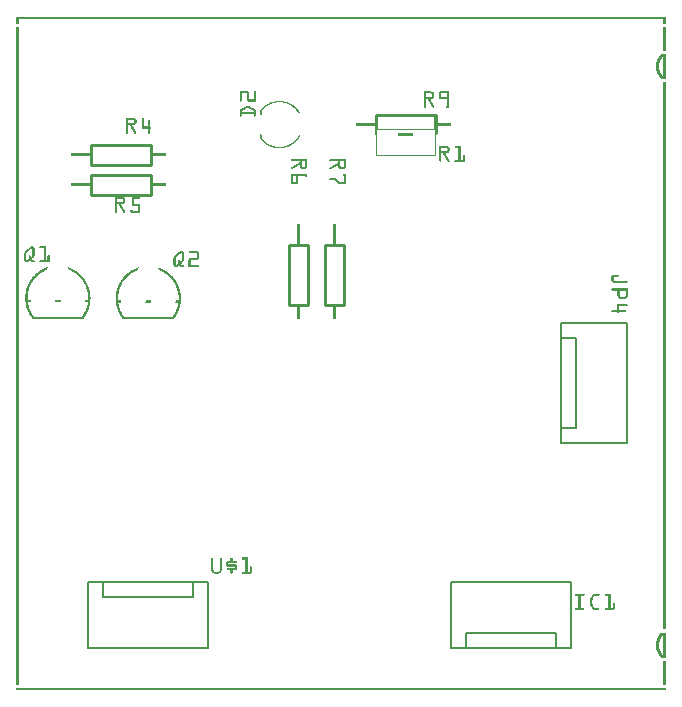
<source format=gto>
G04 MADE WITH FRITZING*
G04 WWW.FRITZING.ORG*
G04 DOUBLE SIDED*
G04 HOLES PLATED*
G04 CONTOUR ON CENTER OF CONTOUR VECTOR*
%ASAXBY*%
%FSLAX23Y23*%
%MOIN*%
%OFA0B0*%
%SFA1.0B1.0*%
%ADD10C,0.010000*%
%ADD11C,0.005000*%
%ADD12C,0.008000*%
%ADD13R,0.001000X0.001000*%
%LNSILK1*%
G90*
G70*
G54D10*
X1200Y1918D02*
X1400Y1918D01*
D02*
X1093Y1486D02*
X1093Y1286D01*
D02*
X1093Y1286D02*
X1027Y1286D01*
D02*
X1027Y1286D02*
X1027Y1486D01*
D02*
X1027Y1486D02*
X1093Y1486D01*
D02*
X973Y1486D02*
X973Y1286D01*
D02*
X973Y1286D02*
X907Y1286D01*
D02*
X907Y1286D02*
X907Y1486D01*
D02*
X907Y1486D02*
X973Y1486D01*
D02*
X250Y1718D02*
X450Y1718D01*
D02*
X450Y1718D02*
X450Y1652D01*
D02*
X450Y1652D02*
X250Y1652D01*
D02*
X250Y1652D02*
X250Y1718D01*
D02*
X250Y1818D02*
X450Y1818D01*
D02*
X450Y1818D02*
X450Y1752D01*
D02*
X450Y1752D02*
X250Y1752D01*
D02*
X250Y1752D02*
X250Y1818D01*
G54D11*
D02*
X2035Y1225D02*
X1815Y1225D01*
D02*
X2035Y825D02*
X1815Y825D01*
D02*
X2035Y825D02*
X2035Y1225D01*
D02*
X1815Y825D02*
X1815Y875D01*
D02*
X1815Y875D02*
X1815Y1175D01*
D02*
X1815Y1175D02*
X1815Y1225D01*
D02*
X1815Y1175D02*
X1865Y1175D01*
D02*
X1865Y1175D02*
X1865Y875D01*
D02*
X1865Y875D02*
X1815Y875D01*
D02*
X1450Y360D02*
X1450Y140D01*
D02*
X1850Y360D02*
X1850Y140D01*
D02*
X1850Y360D02*
X1450Y360D01*
D02*
X1850Y140D02*
X1800Y140D01*
D02*
X1800Y140D02*
X1500Y140D01*
D02*
X1500Y140D02*
X1450Y140D01*
D02*
X1500Y140D02*
X1500Y190D01*
D02*
X1500Y190D02*
X1800Y190D01*
D02*
X1800Y190D02*
X1800Y140D01*
G54D12*
D02*
X358Y1240D02*
X523Y1240D01*
D02*
X56Y1242D02*
X221Y1242D01*
G54D11*
D02*
X640Y140D02*
X640Y360D01*
D02*
X240Y140D02*
X240Y360D01*
D02*
X240Y140D02*
X640Y140D01*
D02*
X240Y360D02*
X290Y360D01*
D02*
X290Y360D02*
X590Y360D01*
D02*
X590Y360D02*
X640Y360D01*
D02*
X590Y360D02*
X590Y310D01*
D02*
X590Y310D02*
X290Y310D01*
D02*
X290Y310D02*
X290Y360D01*
G54D13*
X0Y2244D02*
X2164Y2244D01*
X0Y2243D02*
X2164Y2243D01*
X0Y2242D02*
X2164Y2242D01*
X0Y2241D02*
X2164Y2241D01*
X0Y2240D02*
X2164Y2240D01*
X0Y2239D02*
X2164Y2239D01*
X0Y2238D02*
X2164Y2238D01*
X0Y2237D02*
X2164Y2237D01*
X0Y2236D02*
X7Y2236D01*
X2157Y2236D02*
X2164Y2236D01*
X0Y2235D02*
X7Y2235D01*
X2157Y2235D02*
X2164Y2235D01*
X0Y2234D02*
X7Y2234D01*
X2157Y2234D02*
X2164Y2234D01*
X0Y2233D02*
X7Y2233D01*
X2157Y2233D02*
X2164Y2233D01*
X0Y2232D02*
X7Y2232D01*
X2157Y2232D02*
X2164Y2232D01*
X0Y2231D02*
X7Y2231D01*
X2157Y2231D02*
X2164Y2231D01*
X0Y2230D02*
X7Y2230D01*
X2157Y2230D02*
X2164Y2230D01*
X0Y2229D02*
X7Y2229D01*
X2157Y2229D02*
X2164Y2229D01*
X0Y2228D02*
X7Y2228D01*
X2157Y2228D02*
X2164Y2228D01*
X0Y2227D02*
X7Y2227D01*
X2157Y2227D02*
X2164Y2227D01*
X0Y2226D02*
X7Y2226D01*
X2157Y2226D02*
X2164Y2226D01*
X0Y2225D02*
X7Y2225D01*
X2157Y2225D02*
X2164Y2225D01*
X0Y2224D02*
X7Y2224D01*
X2157Y2224D02*
X2164Y2224D01*
X0Y2223D02*
X7Y2223D01*
X2157Y2223D02*
X2164Y2223D01*
X0Y2211D02*
X7Y2211D01*
X2157Y2211D02*
X2164Y2211D01*
X0Y2210D02*
X7Y2210D01*
X2157Y2210D02*
X2164Y2210D01*
X0Y2209D02*
X7Y2209D01*
X2157Y2209D02*
X2164Y2209D01*
X0Y2208D02*
X7Y2208D01*
X2157Y2208D02*
X2164Y2208D01*
X0Y2207D02*
X7Y2207D01*
X2157Y2207D02*
X2164Y2207D01*
X0Y2206D02*
X7Y2206D01*
X2157Y2206D02*
X2164Y2206D01*
X0Y2205D02*
X7Y2205D01*
X2157Y2205D02*
X2164Y2205D01*
X0Y2204D02*
X7Y2204D01*
X2157Y2204D02*
X2164Y2204D01*
X0Y2203D02*
X7Y2203D01*
X2157Y2203D02*
X2164Y2203D01*
X0Y2202D02*
X7Y2202D01*
X2157Y2202D02*
X2164Y2202D01*
X0Y2201D02*
X7Y2201D01*
X2157Y2201D02*
X2164Y2201D01*
X0Y2200D02*
X7Y2200D01*
X2157Y2200D02*
X2164Y2200D01*
X0Y2199D02*
X7Y2199D01*
X2157Y2199D02*
X2164Y2199D01*
X0Y2198D02*
X7Y2198D01*
X2157Y2198D02*
X2164Y2198D01*
X0Y2197D02*
X7Y2197D01*
X2157Y2197D02*
X2164Y2197D01*
X0Y2196D02*
X7Y2196D01*
X2157Y2196D02*
X2164Y2196D01*
X0Y2195D02*
X7Y2195D01*
X2157Y2195D02*
X2164Y2195D01*
X0Y2194D02*
X7Y2194D01*
X2157Y2194D02*
X2164Y2194D01*
X0Y2193D02*
X7Y2193D01*
X2157Y2193D02*
X2164Y2193D01*
X0Y2192D02*
X7Y2192D01*
X2157Y2192D02*
X2164Y2192D01*
X0Y2191D02*
X7Y2191D01*
X2157Y2191D02*
X2164Y2191D01*
X0Y2190D02*
X7Y2190D01*
X2157Y2190D02*
X2164Y2190D01*
X0Y2189D02*
X7Y2189D01*
X2157Y2189D02*
X2164Y2189D01*
X0Y2188D02*
X7Y2188D01*
X2157Y2188D02*
X2164Y2188D01*
X0Y2187D02*
X7Y2187D01*
X2157Y2187D02*
X2164Y2187D01*
X0Y2186D02*
X7Y2186D01*
X2157Y2186D02*
X2164Y2186D01*
X0Y2185D02*
X7Y2185D01*
X2157Y2185D02*
X2164Y2185D01*
X0Y2184D02*
X7Y2184D01*
X2157Y2184D02*
X2164Y2184D01*
X0Y2183D02*
X7Y2183D01*
X2157Y2183D02*
X2164Y2183D01*
X0Y2182D02*
X7Y2182D01*
X2157Y2182D02*
X2164Y2182D01*
X0Y2181D02*
X7Y2181D01*
X2157Y2181D02*
X2164Y2181D01*
X0Y2180D02*
X7Y2180D01*
X2157Y2180D02*
X2164Y2180D01*
X0Y2179D02*
X7Y2179D01*
X2157Y2179D02*
X2164Y2179D01*
X0Y2178D02*
X7Y2178D01*
X2157Y2178D02*
X2164Y2178D01*
X0Y2177D02*
X7Y2177D01*
X2157Y2177D02*
X2164Y2177D01*
X0Y2176D02*
X7Y2176D01*
X2157Y2176D02*
X2164Y2176D01*
X0Y2175D02*
X7Y2175D01*
X2157Y2175D02*
X2164Y2175D01*
X0Y2174D02*
X7Y2174D01*
X2157Y2174D02*
X2164Y2174D01*
X0Y2173D02*
X7Y2173D01*
X2157Y2173D02*
X2164Y2173D01*
X0Y2172D02*
X7Y2172D01*
X2157Y2172D02*
X2164Y2172D01*
X0Y2171D02*
X7Y2171D01*
X2157Y2171D02*
X2164Y2171D01*
X0Y2170D02*
X7Y2170D01*
X2157Y2170D02*
X2164Y2170D01*
X0Y2169D02*
X7Y2169D01*
X2157Y2169D02*
X2164Y2169D01*
X0Y2168D02*
X7Y2168D01*
X2157Y2168D02*
X2164Y2168D01*
X0Y2167D02*
X7Y2167D01*
X2157Y2167D02*
X2164Y2167D01*
X0Y2166D02*
X7Y2166D01*
X2157Y2166D02*
X2164Y2166D01*
X0Y2165D02*
X7Y2165D01*
X2157Y2165D02*
X2164Y2165D01*
X0Y2164D02*
X7Y2164D01*
X2157Y2164D02*
X2164Y2164D01*
X0Y2163D02*
X7Y2163D01*
X2157Y2163D02*
X2164Y2163D01*
X0Y2162D02*
X7Y2162D01*
X2157Y2162D02*
X2164Y2162D01*
X0Y2161D02*
X7Y2161D01*
X2157Y2161D02*
X2164Y2161D01*
X0Y2160D02*
X7Y2160D01*
X2157Y2160D02*
X2164Y2160D01*
X0Y2159D02*
X7Y2159D01*
X2157Y2159D02*
X2164Y2159D01*
X0Y2158D02*
X7Y2158D01*
X2157Y2158D02*
X2164Y2158D01*
X0Y2157D02*
X7Y2157D01*
X2157Y2157D02*
X2164Y2157D01*
X0Y2156D02*
X7Y2156D01*
X2157Y2156D02*
X2164Y2156D01*
X0Y2155D02*
X7Y2155D01*
X2157Y2155D02*
X2164Y2155D01*
X0Y2154D02*
X7Y2154D01*
X2157Y2154D02*
X2164Y2154D01*
X0Y2153D02*
X7Y2153D01*
X2157Y2153D02*
X2164Y2153D01*
X0Y2152D02*
X7Y2152D01*
X2157Y2152D02*
X2164Y2152D01*
X0Y2151D02*
X7Y2151D01*
X2157Y2151D02*
X2164Y2151D01*
X0Y2150D02*
X7Y2150D01*
X2157Y2150D02*
X2164Y2150D01*
X0Y2149D02*
X7Y2149D01*
X2157Y2149D02*
X2164Y2149D01*
X0Y2148D02*
X7Y2148D01*
X2157Y2148D02*
X2164Y2148D01*
X0Y2147D02*
X7Y2147D01*
X2157Y2147D02*
X2164Y2147D01*
X0Y2146D02*
X7Y2146D01*
X2157Y2146D02*
X2164Y2146D01*
X0Y2145D02*
X7Y2145D01*
X2157Y2145D02*
X2164Y2145D01*
X0Y2144D02*
X7Y2144D01*
X2157Y2144D02*
X2164Y2144D01*
X0Y2143D02*
X7Y2143D01*
X2157Y2143D02*
X2164Y2143D01*
X0Y2142D02*
X7Y2142D01*
X2157Y2142D02*
X2164Y2142D01*
X0Y2141D02*
X7Y2141D01*
X2157Y2141D02*
X2164Y2141D01*
X0Y2140D02*
X7Y2140D01*
X2157Y2140D02*
X2164Y2140D01*
X0Y2139D02*
X7Y2139D01*
X2157Y2139D02*
X2164Y2139D01*
X0Y2138D02*
X7Y2138D01*
X2157Y2138D02*
X2164Y2138D01*
X0Y2137D02*
X7Y2137D01*
X2157Y2137D02*
X2164Y2137D01*
X0Y2136D02*
X7Y2136D01*
X2157Y2136D02*
X2164Y2136D01*
X0Y2135D02*
X7Y2135D01*
X2157Y2135D02*
X2164Y2135D01*
X0Y2134D02*
X7Y2134D01*
X2157Y2134D02*
X2164Y2134D01*
X0Y2133D02*
X7Y2133D01*
X2157Y2133D02*
X2164Y2133D01*
X0Y2132D02*
X7Y2132D01*
X0Y2131D02*
X7Y2131D01*
X0Y2130D02*
X7Y2130D01*
X0Y2129D02*
X7Y2129D01*
X0Y2128D02*
X7Y2128D01*
X0Y2127D02*
X7Y2127D01*
X0Y2126D02*
X7Y2126D01*
X0Y2125D02*
X7Y2125D01*
X0Y2124D02*
X7Y2124D01*
X0Y2123D02*
X7Y2123D01*
X0Y2122D02*
X7Y2122D01*
X0Y2121D02*
X7Y2121D01*
X2150Y2121D02*
X2165Y2121D01*
X0Y2120D02*
X7Y2120D01*
X2149Y2120D02*
X2164Y2120D01*
X0Y2119D02*
X7Y2119D01*
X2148Y2119D02*
X2164Y2119D01*
X0Y2118D02*
X7Y2118D01*
X2147Y2118D02*
X2164Y2118D01*
X0Y2117D02*
X7Y2117D01*
X2146Y2117D02*
X2164Y2117D01*
X0Y2116D02*
X7Y2116D01*
X2145Y2116D02*
X2164Y2116D01*
X0Y2115D02*
X7Y2115D01*
X2144Y2115D02*
X2164Y2115D01*
X0Y2114D02*
X7Y2114D01*
X2144Y2114D02*
X2164Y2114D01*
X0Y2113D02*
X7Y2113D01*
X2143Y2113D02*
X2155Y2113D01*
X2157Y2113D02*
X2164Y2113D01*
X0Y2112D02*
X7Y2112D01*
X2142Y2112D02*
X2154Y2112D01*
X2157Y2112D02*
X2164Y2112D01*
X0Y2111D02*
X7Y2111D01*
X2142Y2111D02*
X2153Y2111D01*
X2157Y2111D02*
X2164Y2111D01*
X0Y2110D02*
X7Y2110D01*
X2141Y2110D02*
X2153Y2110D01*
X2157Y2110D02*
X2164Y2110D01*
X0Y2109D02*
X7Y2109D01*
X2141Y2109D02*
X2152Y2109D01*
X2157Y2109D02*
X2164Y2109D01*
X0Y2108D02*
X7Y2108D01*
X2140Y2108D02*
X2151Y2108D01*
X2157Y2108D02*
X2164Y2108D01*
X0Y2107D02*
X7Y2107D01*
X2139Y2107D02*
X2150Y2107D01*
X2157Y2107D02*
X2164Y2107D01*
X0Y2106D02*
X7Y2106D01*
X2139Y2106D02*
X2150Y2106D01*
X2157Y2106D02*
X2164Y2106D01*
X0Y2105D02*
X7Y2105D01*
X2138Y2105D02*
X2149Y2105D01*
X2157Y2105D02*
X2164Y2105D01*
X0Y2104D02*
X7Y2104D01*
X2138Y2104D02*
X2148Y2104D01*
X2157Y2104D02*
X2164Y2104D01*
X0Y2103D02*
X7Y2103D01*
X2137Y2103D02*
X2148Y2103D01*
X2157Y2103D02*
X2164Y2103D01*
X0Y2102D02*
X7Y2102D01*
X2137Y2102D02*
X2147Y2102D01*
X2157Y2102D02*
X2164Y2102D01*
X0Y2101D02*
X7Y2101D01*
X2137Y2101D02*
X2147Y2101D01*
X2157Y2101D02*
X2164Y2101D01*
X0Y2100D02*
X7Y2100D01*
X2136Y2100D02*
X2146Y2100D01*
X2157Y2100D02*
X2164Y2100D01*
X0Y2099D02*
X7Y2099D01*
X2136Y2099D02*
X2146Y2099D01*
X2157Y2099D02*
X2164Y2099D01*
X0Y2098D02*
X7Y2098D01*
X2136Y2098D02*
X2145Y2098D01*
X2157Y2098D02*
X2164Y2098D01*
X0Y2097D02*
X7Y2097D01*
X2135Y2097D02*
X2145Y2097D01*
X2157Y2097D02*
X2164Y2097D01*
X0Y2096D02*
X7Y2096D01*
X2135Y2096D02*
X2145Y2096D01*
X2157Y2096D02*
X2164Y2096D01*
X0Y2095D02*
X7Y2095D01*
X2135Y2095D02*
X2144Y2095D01*
X2157Y2095D02*
X2164Y2095D01*
X0Y2094D02*
X7Y2094D01*
X2134Y2094D02*
X2144Y2094D01*
X2157Y2094D02*
X2164Y2094D01*
X0Y2093D02*
X7Y2093D01*
X2134Y2093D02*
X2144Y2093D01*
X2157Y2093D02*
X2164Y2093D01*
X0Y2092D02*
X7Y2092D01*
X2134Y2092D02*
X2143Y2092D01*
X2157Y2092D02*
X2164Y2092D01*
X0Y2091D02*
X7Y2091D01*
X2134Y2091D02*
X2143Y2091D01*
X2157Y2091D02*
X2164Y2091D01*
X0Y2090D02*
X7Y2090D01*
X2133Y2090D02*
X2143Y2090D01*
X2157Y2090D02*
X2164Y2090D01*
X0Y2089D02*
X7Y2089D01*
X2133Y2089D02*
X2143Y2089D01*
X2157Y2089D02*
X2164Y2089D01*
X0Y2088D02*
X7Y2088D01*
X2133Y2088D02*
X2143Y2088D01*
X2157Y2088D02*
X2164Y2088D01*
X0Y2087D02*
X7Y2087D01*
X2133Y2087D02*
X2142Y2087D01*
X2157Y2087D02*
X2164Y2087D01*
X0Y2086D02*
X7Y2086D01*
X2133Y2086D02*
X2142Y2086D01*
X2157Y2086D02*
X2164Y2086D01*
X0Y2085D02*
X7Y2085D01*
X2133Y2085D02*
X2142Y2085D01*
X2157Y2085D02*
X2164Y2085D01*
X0Y2084D02*
X7Y2084D01*
X2133Y2084D02*
X2142Y2084D01*
X2157Y2084D02*
X2164Y2084D01*
X0Y2083D02*
X7Y2083D01*
X2133Y2083D02*
X2142Y2083D01*
X2157Y2083D02*
X2164Y2083D01*
X0Y2082D02*
X7Y2082D01*
X2133Y2082D02*
X2142Y2082D01*
X2157Y2082D02*
X2164Y2082D01*
X0Y2081D02*
X7Y2081D01*
X2133Y2081D02*
X2142Y2081D01*
X2157Y2081D02*
X2164Y2081D01*
X0Y2080D02*
X7Y2080D01*
X2132Y2080D02*
X2142Y2080D01*
X2157Y2080D02*
X2164Y2080D01*
X0Y2079D02*
X7Y2079D01*
X2132Y2079D02*
X2142Y2079D01*
X2157Y2079D02*
X2164Y2079D01*
X0Y2078D02*
X7Y2078D01*
X2133Y2078D02*
X2142Y2078D01*
X2157Y2078D02*
X2164Y2078D01*
X0Y2077D02*
X7Y2077D01*
X2133Y2077D02*
X2142Y2077D01*
X2157Y2077D02*
X2164Y2077D01*
X0Y2076D02*
X7Y2076D01*
X2133Y2076D02*
X2142Y2076D01*
X2157Y2076D02*
X2164Y2076D01*
X0Y2075D02*
X7Y2075D01*
X2133Y2075D02*
X2142Y2075D01*
X2157Y2075D02*
X2164Y2075D01*
X0Y2074D02*
X7Y2074D01*
X2133Y2074D02*
X2142Y2074D01*
X2157Y2074D02*
X2164Y2074D01*
X0Y2073D02*
X7Y2073D01*
X2133Y2073D02*
X2142Y2073D01*
X2157Y2073D02*
X2164Y2073D01*
X0Y2072D02*
X7Y2072D01*
X2133Y2072D02*
X2142Y2072D01*
X2157Y2072D02*
X2164Y2072D01*
X0Y2071D02*
X7Y2071D01*
X2133Y2071D02*
X2143Y2071D01*
X2157Y2071D02*
X2164Y2071D01*
X0Y2070D02*
X7Y2070D01*
X2133Y2070D02*
X2143Y2070D01*
X2157Y2070D02*
X2164Y2070D01*
X0Y2069D02*
X7Y2069D01*
X2133Y2069D02*
X2143Y2069D01*
X2157Y2069D02*
X2164Y2069D01*
X0Y2068D02*
X7Y2068D01*
X2134Y2068D02*
X2143Y2068D01*
X2157Y2068D02*
X2164Y2068D01*
X0Y2067D02*
X7Y2067D01*
X2134Y2067D02*
X2143Y2067D01*
X2157Y2067D02*
X2164Y2067D01*
X0Y2066D02*
X7Y2066D01*
X2134Y2066D02*
X2144Y2066D01*
X2157Y2066D02*
X2164Y2066D01*
X0Y2065D02*
X7Y2065D01*
X2134Y2065D02*
X2144Y2065D01*
X2157Y2065D02*
X2164Y2065D01*
X0Y2064D02*
X7Y2064D01*
X2135Y2064D02*
X2144Y2064D01*
X2157Y2064D02*
X2164Y2064D01*
X0Y2063D02*
X7Y2063D01*
X2135Y2063D02*
X2145Y2063D01*
X2157Y2063D02*
X2164Y2063D01*
X0Y2062D02*
X7Y2062D01*
X2135Y2062D02*
X2145Y2062D01*
X2157Y2062D02*
X2164Y2062D01*
X0Y2061D02*
X7Y2061D01*
X2135Y2061D02*
X2145Y2061D01*
X2157Y2061D02*
X2164Y2061D01*
X0Y2060D02*
X7Y2060D01*
X2136Y2060D02*
X2146Y2060D01*
X2157Y2060D02*
X2164Y2060D01*
X0Y2059D02*
X7Y2059D01*
X2136Y2059D02*
X2146Y2059D01*
X2157Y2059D02*
X2164Y2059D01*
X0Y2058D02*
X7Y2058D01*
X2137Y2058D02*
X2147Y2058D01*
X2157Y2058D02*
X2164Y2058D01*
X0Y2057D02*
X7Y2057D01*
X2137Y2057D02*
X2147Y2057D01*
X2157Y2057D02*
X2164Y2057D01*
X0Y2056D02*
X7Y2056D01*
X2137Y2056D02*
X2148Y2056D01*
X2157Y2056D02*
X2164Y2056D01*
X0Y2055D02*
X7Y2055D01*
X2138Y2055D02*
X2148Y2055D01*
X2157Y2055D02*
X2164Y2055D01*
X0Y2054D02*
X7Y2054D01*
X2138Y2054D02*
X2149Y2054D01*
X2157Y2054D02*
X2164Y2054D01*
X0Y2053D02*
X7Y2053D01*
X2139Y2053D02*
X2150Y2053D01*
X2157Y2053D02*
X2164Y2053D01*
X0Y2052D02*
X7Y2052D01*
X2139Y2052D02*
X2150Y2052D01*
X2157Y2052D02*
X2164Y2052D01*
X0Y2051D02*
X7Y2051D01*
X2140Y2051D02*
X2151Y2051D01*
X2157Y2051D02*
X2164Y2051D01*
X0Y2050D02*
X7Y2050D01*
X2140Y2050D02*
X2152Y2050D01*
X2157Y2050D02*
X2164Y2050D01*
X0Y2049D02*
X7Y2049D01*
X2141Y2049D02*
X2152Y2049D01*
X2157Y2049D02*
X2164Y2049D01*
X0Y2048D02*
X7Y2048D01*
X2142Y2048D02*
X2153Y2048D01*
X2157Y2048D02*
X2164Y2048D01*
X0Y2047D02*
X7Y2047D01*
X2142Y2047D02*
X2154Y2047D01*
X2157Y2047D02*
X2164Y2047D01*
X0Y2046D02*
X7Y2046D01*
X2143Y2046D02*
X2155Y2046D01*
X2157Y2046D02*
X2164Y2046D01*
X0Y2045D02*
X7Y2045D01*
X2144Y2045D02*
X2164Y2045D01*
X0Y2044D02*
X7Y2044D01*
X2144Y2044D02*
X2164Y2044D01*
X0Y2043D02*
X7Y2043D01*
X2145Y2043D02*
X2164Y2043D01*
X0Y2042D02*
X7Y2042D01*
X2146Y2042D02*
X2164Y2042D01*
X0Y2041D02*
X7Y2041D01*
X2147Y2041D02*
X2164Y2041D01*
X0Y2040D02*
X7Y2040D01*
X2147Y2040D02*
X2164Y2040D01*
X0Y2039D02*
X7Y2039D01*
X2148Y2039D02*
X2164Y2039D01*
X0Y2038D02*
X7Y2038D01*
X2149Y2038D02*
X2165Y2038D01*
X0Y2037D02*
X7Y2037D01*
X0Y2036D02*
X7Y2036D01*
X0Y2035D02*
X7Y2035D01*
X0Y2034D02*
X7Y2034D01*
X0Y2033D02*
X7Y2033D01*
X0Y2032D02*
X7Y2032D01*
X0Y2031D02*
X7Y2031D01*
X0Y2030D02*
X7Y2030D01*
X0Y2029D02*
X7Y2029D01*
X0Y2028D02*
X7Y2028D01*
X0Y2027D02*
X7Y2027D01*
X0Y2026D02*
X7Y2026D01*
X2157Y2026D02*
X2164Y2026D01*
X0Y2025D02*
X7Y2025D01*
X2157Y2025D02*
X2164Y2025D01*
X0Y2024D02*
X7Y2024D01*
X2157Y2024D02*
X2164Y2024D01*
X0Y2023D02*
X7Y2023D01*
X2157Y2023D02*
X2164Y2023D01*
X0Y2022D02*
X7Y2022D01*
X2157Y2022D02*
X2164Y2022D01*
X0Y2021D02*
X7Y2021D01*
X2157Y2021D02*
X2164Y2021D01*
X0Y2020D02*
X7Y2020D01*
X2157Y2020D02*
X2164Y2020D01*
X0Y2019D02*
X7Y2019D01*
X2157Y2019D02*
X2164Y2019D01*
X0Y2018D02*
X7Y2018D01*
X2157Y2018D02*
X2164Y2018D01*
X0Y2017D02*
X7Y2017D01*
X2157Y2017D02*
X2164Y2017D01*
X0Y2016D02*
X7Y2016D01*
X2157Y2016D02*
X2164Y2016D01*
X0Y2015D02*
X7Y2015D01*
X2157Y2015D02*
X2164Y2015D01*
X0Y2014D02*
X7Y2014D01*
X2157Y2014D02*
X2164Y2014D01*
X0Y2013D02*
X7Y2013D01*
X2157Y2013D02*
X2164Y2013D01*
X0Y2012D02*
X7Y2012D01*
X2157Y2012D02*
X2164Y2012D01*
X0Y2011D02*
X7Y2011D01*
X2157Y2011D02*
X2164Y2011D01*
X0Y2010D02*
X7Y2010D01*
X2157Y2010D02*
X2164Y2010D01*
X0Y2009D02*
X7Y2009D01*
X2157Y2009D02*
X2164Y2009D01*
X0Y2008D02*
X7Y2008D01*
X2157Y2008D02*
X2164Y2008D01*
X0Y2007D02*
X7Y2007D01*
X2157Y2007D02*
X2164Y2007D01*
X0Y2006D02*
X7Y2006D01*
X2157Y2006D02*
X2164Y2006D01*
X0Y2005D02*
X7Y2005D01*
X2157Y2005D02*
X2164Y2005D01*
X0Y2004D02*
X7Y2004D01*
X2157Y2004D02*
X2164Y2004D01*
X0Y2003D02*
X7Y2003D01*
X2157Y2003D02*
X2164Y2003D01*
X0Y2002D02*
X7Y2002D01*
X2157Y2002D02*
X2164Y2002D01*
X0Y2001D02*
X7Y2001D01*
X2157Y2001D02*
X2164Y2001D01*
X0Y2000D02*
X7Y2000D01*
X2157Y2000D02*
X2164Y2000D01*
X0Y1999D02*
X7Y1999D01*
X2157Y1999D02*
X2164Y1999D01*
X0Y1998D02*
X7Y1998D01*
X2157Y1998D02*
X2164Y1998D01*
X0Y1997D02*
X7Y1997D01*
X749Y1997D02*
X769Y1997D01*
X794Y1997D02*
X796Y1997D01*
X2157Y1997D02*
X2164Y1997D01*
X0Y1996D02*
X7Y1996D01*
X747Y1996D02*
X771Y1996D01*
X792Y1996D02*
X797Y1996D01*
X1360Y1996D02*
X1383Y1996D01*
X1412Y1996D02*
X1440Y1996D01*
X2157Y1996D02*
X2164Y1996D01*
X0Y1995D02*
X7Y1995D01*
X746Y1995D02*
X772Y1995D01*
X792Y1995D02*
X797Y1995D01*
X1359Y1995D02*
X1387Y1995D01*
X1410Y1995D02*
X1442Y1995D01*
X2157Y1995D02*
X2164Y1995D01*
X0Y1994D02*
X7Y1994D01*
X746Y1994D02*
X773Y1994D01*
X792Y1994D02*
X798Y1994D01*
X1359Y1994D02*
X1388Y1994D01*
X1410Y1994D02*
X1442Y1994D01*
X2157Y1994D02*
X2164Y1994D01*
X0Y1993D02*
X7Y1993D01*
X745Y1993D02*
X774Y1993D01*
X792Y1993D02*
X798Y1993D01*
X1359Y1993D02*
X1390Y1993D01*
X1409Y1993D02*
X1443Y1993D01*
X2157Y1993D02*
X2164Y1993D01*
X0Y1992D02*
X7Y1992D01*
X745Y1992D02*
X774Y1992D01*
X792Y1992D02*
X798Y1992D01*
X1359Y1992D02*
X1390Y1992D01*
X1409Y1992D02*
X1443Y1992D01*
X2157Y1992D02*
X2164Y1992D01*
X0Y1991D02*
X7Y1991D01*
X745Y1991D02*
X774Y1991D01*
X792Y1991D02*
X798Y1991D01*
X1359Y1991D02*
X1391Y1991D01*
X1409Y1991D02*
X1443Y1991D01*
X2157Y1991D02*
X2164Y1991D01*
X0Y1990D02*
X7Y1990D01*
X745Y1990D02*
X751Y1990D01*
X768Y1990D02*
X774Y1990D01*
X792Y1990D02*
X798Y1990D01*
X1359Y1990D02*
X1392Y1990D01*
X1409Y1990D02*
X1443Y1990D01*
X2157Y1990D02*
X2164Y1990D01*
X0Y1989D02*
X7Y1989D01*
X745Y1989D02*
X751Y1989D01*
X768Y1989D02*
X774Y1989D01*
X792Y1989D02*
X798Y1989D01*
X1359Y1989D02*
X1366Y1989D01*
X1383Y1989D02*
X1392Y1989D01*
X1409Y1989D02*
X1416Y1989D01*
X1436Y1989D02*
X1443Y1989D01*
X2157Y1989D02*
X2164Y1989D01*
X0Y1988D02*
X7Y1988D01*
X745Y1988D02*
X751Y1988D01*
X768Y1988D02*
X774Y1988D01*
X792Y1988D02*
X798Y1988D01*
X1359Y1988D02*
X1365Y1988D01*
X1386Y1988D02*
X1392Y1988D01*
X1409Y1988D02*
X1415Y1988D01*
X1437Y1988D02*
X1443Y1988D01*
X2157Y1988D02*
X2164Y1988D01*
X0Y1987D02*
X7Y1987D01*
X745Y1987D02*
X751Y1987D01*
X768Y1987D02*
X774Y1987D01*
X792Y1987D02*
X798Y1987D01*
X1359Y1987D02*
X1365Y1987D01*
X1386Y1987D02*
X1393Y1987D01*
X1409Y1987D02*
X1415Y1987D01*
X1437Y1987D02*
X1443Y1987D01*
X2157Y1987D02*
X2164Y1987D01*
X0Y1986D02*
X7Y1986D01*
X745Y1986D02*
X751Y1986D01*
X768Y1986D02*
X774Y1986D01*
X792Y1986D02*
X798Y1986D01*
X1359Y1986D02*
X1365Y1986D01*
X1387Y1986D02*
X1393Y1986D01*
X1409Y1986D02*
X1415Y1986D01*
X1437Y1986D02*
X1443Y1986D01*
X2157Y1986D02*
X2164Y1986D01*
X0Y1985D02*
X7Y1985D01*
X745Y1985D02*
X751Y1985D01*
X768Y1985D02*
X774Y1985D01*
X792Y1985D02*
X798Y1985D01*
X1359Y1985D02*
X1365Y1985D01*
X1387Y1985D02*
X1393Y1985D01*
X1409Y1985D02*
X1415Y1985D01*
X1437Y1985D02*
X1443Y1985D01*
X2157Y1985D02*
X2164Y1985D01*
X0Y1984D02*
X7Y1984D01*
X745Y1984D02*
X751Y1984D01*
X768Y1984D02*
X774Y1984D01*
X792Y1984D02*
X798Y1984D01*
X1359Y1984D02*
X1365Y1984D01*
X1387Y1984D02*
X1393Y1984D01*
X1409Y1984D02*
X1415Y1984D01*
X1437Y1984D02*
X1443Y1984D01*
X2157Y1984D02*
X2164Y1984D01*
X0Y1983D02*
X7Y1983D01*
X745Y1983D02*
X751Y1983D01*
X768Y1983D02*
X774Y1983D01*
X792Y1983D02*
X798Y1983D01*
X1359Y1983D02*
X1365Y1983D01*
X1387Y1983D02*
X1393Y1983D01*
X1409Y1983D02*
X1415Y1983D01*
X1437Y1983D02*
X1443Y1983D01*
X2157Y1983D02*
X2164Y1983D01*
X0Y1982D02*
X7Y1982D01*
X745Y1982D02*
X751Y1982D01*
X768Y1982D02*
X774Y1982D01*
X792Y1982D02*
X798Y1982D01*
X1359Y1982D02*
X1365Y1982D01*
X1387Y1982D02*
X1393Y1982D01*
X1409Y1982D02*
X1415Y1982D01*
X1437Y1982D02*
X1443Y1982D01*
X2157Y1982D02*
X2164Y1982D01*
X0Y1981D02*
X7Y1981D01*
X745Y1981D02*
X751Y1981D01*
X768Y1981D02*
X774Y1981D01*
X792Y1981D02*
X798Y1981D01*
X1359Y1981D02*
X1365Y1981D01*
X1387Y1981D02*
X1393Y1981D01*
X1409Y1981D02*
X1415Y1981D01*
X1437Y1981D02*
X1443Y1981D01*
X2157Y1981D02*
X2164Y1981D01*
X0Y1980D02*
X7Y1980D01*
X745Y1980D02*
X751Y1980D01*
X768Y1980D02*
X774Y1980D01*
X792Y1980D02*
X798Y1980D01*
X1359Y1980D02*
X1365Y1980D01*
X1386Y1980D02*
X1393Y1980D01*
X1409Y1980D02*
X1415Y1980D01*
X1437Y1980D02*
X1443Y1980D01*
X2157Y1980D02*
X2164Y1980D01*
X0Y1979D02*
X7Y1979D01*
X745Y1979D02*
X751Y1979D01*
X768Y1979D02*
X774Y1979D01*
X792Y1979D02*
X798Y1979D01*
X1359Y1979D02*
X1365Y1979D01*
X1385Y1979D02*
X1392Y1979D01*
X1409Y1979D02*
X1415Y1979D01*
X1437Y1979D02*
X1443Y1979D01*
X2157Y1979D02*
X2164Y1979D01*
X0Y1978D02*
X7Y1978D01*
X745Y1978D02*
X751Y1978D01*
X768Y1978D02*
X774Y1978D01*
X792Y1978D02*
X798Y1978D01*
X1359Y1978D02*
X1392Y1978D01*
X1409Y1978D02*
X1443Y1978D01*
X2157Y1978D02*
X2164Y1978D01*
X0Y1977D02*
X7Y1977D01*
X745Y1977D02*
X751Y1977D01*
X768Y1977D02*
X774Y1977D01*
X792Y1977D02*
X798Y1977D01*
X1359Y1977D02*
X1391Y1977D01*
X1409Y1977D02*
X1443Y1977D01*
X2157Y1977D02*
X2164Y1977D01*
X0Y1976D02*
X7Y1976D01*
X745Y1976D02*
X751Y1976D01*
X768Y1976D02*
X774Y1976D01*
X792Y1976D02*
X798Y1976D01*
X1359Y1976D02*
X1391Y1976D01*
X1409Y1976D02*
X1443Y1976D01*
X2157Y1976D02*
X2164Y1976D01*
X0Y1975D02*
X7Y1975D01*
X745Y1975D02*
X751Y1975D01*
X768Y1975D02*
X774Y1975D01*
X792Y1975D02*
X798Y1975D01*
X1359Y1975D02*
X1390Y1975D01*
X1409Y1975D02*
X1443Y1975D01*
X2157Y1975D02*
X2164Y1975D01*
X0Y1974D02*
X7Y1974D01*
X745Y1974D02*
X751Y1974D01*
X768Y1974D02*
X774Y1974D01*
X792Y1974D02*
X798Y1974D01*
X1359Y1974D02*
X1389Y1974D01*
X1409Y1974D02*
X1443Y1974D01*
X2157Y1974D02*
X2164Y1974D01*
X0Y1973D02*
X7Y1973D01*
X745Y1973D02*
X751Y1973D01*
X768Y1973D02*
X774Y1973D01*
X792Y1973D02*
X798Y1973D01*
X1359Y1973D02*
X1388Y1973D01*
X1410Y1973D02*
X1443Y1973D01*
X2157Y1973D02*
X2164Y1973D01*
X0Y1972D02*
X7Y1972D01*
X745Y1972D02*
X751Y1972D01*
X768Y1972D02*
X774Y1972D01*
X792Y1972D02*
X798Y1972D01*
X1359Y1972D02*
X1386Y1972D01*
X1411Y1972D02*
X1443Y1972D01*
X2157Y1972D02*
X2164Y1972D01*
X0Y1971D02*
X7Y1971D01*
X745Y1971D02*
X751Y1971D01*
X768Y1971D02*
X774Y1971D01*
X792Y1971D02*
X798Y1971D01*
X1359Y1971D02*
X1365Y1971D01*
X1371Y1971D02*
X1379Y1971D01*
X1437Y1971D02*
X1443Y1971D01*
X2157Y1971D02*
X2164Y1971D01*
X0Y1970D02*
X7Y1970D01*
X745Y1970D02*
X751Y1970D01*
X768Y1970D02*
X774Y1970D01*
X791Y1970D02*
X798Y1970D01*
X1359Y1970D02*
X1365Y1970D01*
X1372Y1970D02*
X1379Y1970D01*
X1437Y1970D02*
X1443Y1970D01*
X2157Y1970D02*
X2164Y1970D01*
X0Y1969D02*
X7Y1969D01*
X745Y1969D02*
X751Y1969D01*
X768Y1969D02*
X798Y1969D01*
X1359Y1969D02*
X1365Y1969D01*
X1372Y1969D02*
X1380Y1969D01*
X1437Y1969D02*
X1443Y1969D01*
X2157Y1969D02*
X2164Y1969D01*
X0Y1968D02*
X7Y1968D01*
X745Y1968D02*
X751Y1968D01*
X768Y1968D02*
X798Y1968D01*
X1359Y1968D02*
X1365Y1968D01*
X1373Y1968D02*
X1380Y1968D01*
X1437Y1968D02*
X1443Y1968D01*
X2157Y1968D02*
X2164Y1968D01*
X0Y1967D02*
X7Y1967D01*
X745Y1967D02*
X751Y1967D01*
X769Y1967D02*
X798Y1967D01*
X1359Y1967D02*
X1365Y1967D01*
X1374Y1967D02*
X1381Y1967D01*
X1437Y1967D02*
X1443Y1967D01*
X2157Y1967D02*
X2164Y1967D01*
X0Y1966D02*
X7Y1966D01*
X745Y1966D02*
X750Y1966D01*
X769Y1966D02*
X798Y1966D01*
X1359Y1966D02*
X1365Y1966D01*
X1374Y1966D02*
X1381Y1966D01*
X1437Y1966D02*
X1443Y1966D01*
X2157Y1966D02*
X2164Y1966D01*
X0Y1965D02*
X7Y1965D01*
X745Y1965D02*
X750Y1965D01*
X770Y1965D02*
X798Y1965D01*
X1359Y1965D02*
X1365Y1965D01*
X1375Y1965D02*
X1382Y1965D01*
X1437Y1965D02*
X1443Y1965D01*
X2157Y1965D02*
X2164Y1965D01*
X0Y1964D02*
X7Y1964D01*
X746Y1964D02*
X750Y1964D01*
X771Y1964D02*
X798Y1964D01*
X866Y1964D02*
X887Y1964D01*
X1359Y1964D02*
X1365Y1964D01*
X1375Y1964D02*
X1382Y1964D01*
X1437Y1964D02*
X1443Y1964D01*
X2157Y1964D02*
X2164Y1964D01*
X0Y1963D02*
X7Y1963D01*
X747Y1963D02*
X748Y1963D01*
X774Y1963D02*
X797Y1963D01*
X861Y1963D02*
X893Y1963D01*
X1359Y1963D02*
X1365Y1963D01*
X1376Y1963D02*
X1383Y1963D01*
X1437Y1963D02*
X1443Y1963D01*
X2157Y1963D02*
X2164Y1963D01*
X0Y1962D02*
X7Y1962D01*
X857Y1962D02*
X897Y1962D01*
X1359Y1962D02*
X1365Y1962D01*
X1376Y1962D02*
X1384Y1962D01*
X1437Y1962D02*
X1443Y1962D01*
X2157Y1962D02*
X2164Y1962D01*
X0Y1961D02*
X7Y1961D01*
X853Y1961D02*
X900Y1961D01*
X1359Y1961D02*
X1365Y1961D01*
X1377Y1961D02*
X1384Y1961D01*
X1437Y1961D02*
X1443Y1961D01*
X2157Y1961D02*
X2164Y1961D01*
X0Y1960D02*
X7Y1960D01*
X850Y1960D02*
X903Y1960D01*
X1359Y1960D02*
X1365Y1960D01*
X1378Y1960D02*
X1385Y1960D01*
X1437Y1960D02*
X1443Y1960D01*
X2157Y1960D02*
X2164Y1960D01*
X0Y1959D02*
X7Y1959D01*
X847Y1959D02*
X864Y1959D01*
X889Y1959D02*
X906Y1959D01*
X1359Y1959D02*
X1365Y1959D01*
X1378Y1959D02*
X1385Y1959D01*
X1437Y1959D02*
X1443Y1959D01*
X2157Y1959D02*
X2164Y1959D01*
X0Y1958D02*
X7Y1958D01*
X845Y1958D02*
X859Y1958D01*
X894Y1958D02*
X908Y1958D01*
X1359Y1958D02*
X1365Y1958D01*
X1379Y1958D02*
X1386Y1958D01*
X1437Y1958D02*
X1443Y1958D01*
X2157Y1958D02*
X2164Y1958D01*
X0Y1957D02*
X7Y1957D01*
X843Y1957D02*
X855Y1957D01*
X897Y1957D02*
X911Y1957D01*
X1359Y1957D02*
X1365Y1957D01*
X1379Y1957D02*
X1387Y1957D01*
X1437Y1957D02*
X1443Y1957D01*
X2157Y1957D02*
X2164Y1957D01*
X0Y1956D02*
X7Y1956D01*
X841Y1956D02*
X852Y1956D01*
X901Y1956D02*
X912Y1956D01*
X1359Y1956D02*
X1365Y1956D01*
X1380Y1956D02*
X1387Y1956D01*
X1437Y1956D02*
X1443Y1956D01*
X2157Y1956D02*
X2164Y1956D01*
X0Y1955D02*
X7Y1955D01*
X839Y1955D02*
X849Y1955D01*
X903Y1955D02*
X914Y1955D01*
X1359Y1955D02*
X1365Y1955D01*
X1381Y1955D02*
X1388Y1955D01*
X1437Y1955D02*
X1443Y1955D01*
X2157Y1955D02*
X2164Y1955D01*
X0Y1954D02*
X7Y1954D01*
X837Y1954D02*
X847Y1954D01*
X906Y1954D02*
X916Y1954D01*
X1359Y1954D02*
X1365Y1954D01*
X1381Y1954D02*
X1388Y1954D01*
X1437Y1954D02*
X1443Y1954D01*
X2157Y1954D02*
X2164Y1954D01*
X0Y1953D02*
X7Y1953D01*
X835Y1953D02*
X845Y1953D01*
X908Y1953D02*
X918Y1953D01*
X1359Y1953D02*
X1365Y1953D01*
X1382Y1953D02*
X1389Y1953D01*
X1437Y1953D02*
X1443Y1953D01*
X2157Y1953D02*
X2164Y1953D01*
X0Y1952D02*
X7Y1952D01*
X834Y1952D02*
X843Y1952D01*
X910Y1952D02*
X919Y1952D01*
X1359Y1952D02*
X1365Y1952D01*
X1382Y1952D02*
X1389Y1952D01*
X1437Y1952D02*
X1443Y1952D01*
X2157Y1952D02*
X2164Y1952D01*
X0Y1951D02*
X7Y1951D01*
X832Y1951D02*
X841Y1951D01*
X912Y1951D02*
X921Y1951D01*
X1359Y1951D02*
X1365Y1951D01*
X1383Y1951D02*
X1390Y1951D01*
X1437Y1951D02*
X1443Y1951D01*
X2157Y1951D02*
X2164Y1951D01*
X0Y1950D02*
X7Y1950D01*
X831Y1950D02*
X839Y1950D01*
X914Y1950D02*
X922Y1950D01*
X1359Y1950D02*
X1365Y1950D01*
X1383Y1950D02*
X1391Y1950D01*
X1437Y1950D02*
X1443Y1950D01*
X2157Y1950D02*
X2164Y1950D01*
X0Y1949D02*
X7Y1949D01*
X829Y1949D02*
X837Y1949D01*
X916Y1949D02*
X924Y1949D01*
X1359Y1949D02*
X1365Y1949D01*
X1384Y1949D02*
X1391Y1949D01*
X1436Y1949D02*
X1443Y1949D01*
X2157Y1949D02*
X2164Y1949D01*
X0Y1948D02*
X7Y1948D01*
X828Y1948D02*
X836Y1948D01*
X917Y1948D02*
X925Y1948D01*
X1359Y1948D02*
X1365Y1948D01*
X1385Y1948D02*
X1392Y1948D01*
X1434Y1948D02*
X1443Y1948D01*
X2157Y1948D02*
X2164Y1948D01*
X0Y1947D02*
X7Y1947D01*
X768Y1947D02*
X774Y1947D01*
X827Y1947D02*
X834Y1947D01*
X919Y1947D02*
X926Y1947D01*
X1359Y1947D02*
X1365Y1947D01*
X1385Y1947D02*
X1392Y1947D01*
X1434Y1947D02*
X1443Y1947D01*
X2157Y1947D02*
X2164Y1947D01*
X0Y1946D02*
X7Y1946D01*
X765Y1946D02*
X777Y1946D01*
X826Y1946D02*
X833Y1946D01*
X920Y1946D02*
X927Y1946D01*
X1359Y1946D02*
X1365Y1946D01*
X1386Y1946D02*
X1393Y1946D01*
X1433Y1946D02*
X1443Y1946D01*
X2157Y1946D02*
X2164Y1946D01*
X0Y1945D02*
X7Y1945D01*
X763Y1945D02*
X779Y1945D01*
X824Y1945D02*
X831Y1945D01*
X921Y1945D02*
X929Y1945D01*
X1359Y1945D02*
X1365Y1945D01*
X1386Y1945D02*
X1393Y1945D01*
X1433Y1945D02*
X1443Y1945D01*
X2157Y1945D02*
X2164Y1945D01*
X0Y1944D02*
X7Y1944D01*
X761Y1944D02*
X781Y1944D01*
X823Y1944D02*
X830Y1944D01*
X923Y1944D02*
X930Y1944D01*
X1360Y1944D02*
X1365Y1944D01*
X1387Y1944D02*
X1392Y1944D01*
X1434Y1944D02*
X1442Y1944D01*
X2157Y1944D02*
X2164Y1944D01*
X0Y1943D02*
X7Y1943D01*
X759Y1943D02*
X783Y1943D01*
X822Y1943D02*
X829Y1943D01*
X924Y1943D02*
X931Y1943D01*
X1360Y1943D02*
X1364Y1943D01*
X1388Y1943D02*
X1392Y1943D01*
X1434Y1943D02*
X1442Y1943D01*
X2157Y1943D02*
X2164Y1943D01*
X0Y1942D02*
X7Y1942D01*
X757Y1942D02*
X785Y1942D01*
X821Y1942D02*
X828Y1942D01*
X925Y1942D02*
X932Y1942D01*
X1362Y1942D02*
X1362Y1942D01*
X1389Y1942D02*
X1390Y1942D01*
X1436Y1942D02*
X1440Y1942D01*
X2157Y1942D02*
X2164Y1942D01*
X0Y1941D02*
X7Y1941D01*
X755Y1941D02*
X787Y1941D01*
X820Y1941D02*
X827Y1941D01*
X926Y1941D02*
X933Y1941D01*
X2157Y1941D02*
X2164Y1941D01*
X0Y1940D02*
X7Y1940D01*
X753Y1940D02*
X768Y1940D01*
X774Y1940D02*
X789Y1940D01*
X819Y1940D02*
X826Y1940D01*
X927Y1940D02*
X934Y1940D01*
X2157Y1940D02*
X2164Y1940D01*
X0Y1939D02*
X7Y1939D01*
X751Y1939D02*
X766Y1939D01*
X777Y1939D02*
X791Y1939D01*
X818Y1939D02*
X825Y1939D01*
X928Y1939D02*
X935Y1939D01*
X2157Y1939D02*
X2164Y1939D01*
X0Y1938D02*
X7Y1938D01*
X749Y1938D02*
X764Y1938D01*
X778Y1938D02*
X793Y1938D01*
X818Y1938D02*
X824Y1938D01*
X929Y1938D02*
X936Y1938D01*
X2157Y1938D02*
X2164Y1938D01*
X0Y1937D02*
X7Y1937D01*
X748Y1937D02*
X762Y1937D01*
X780Y1937D02*
X794Y1937D01*
X817Y1937D02*
X822Y1937D01*
X930Y1937D02*
X936Y1937D01*
X2157Y1937D02*
X2164Y1937D01*
X0Y1936D02*
X7Y1936D01*
X747Y1936D02*
X760Y1936D01*
X782Y1936D02*
X795Y1936D01*
X816Y1936D02*
X822Y1936D01*
X931Y1936D02*
X937Y1936D01*
X2157Y1936D02*
X2164Y1936D01*
X0Y1935D02*
X7Y1935D01*
X746Y1935D02*
X758Y1935D01*
X784Y1935D02*
X796Y1935D01*
X815Y1935D02*
X821Y1935D01*
X932Y1935D02*
X938Y1935D01*
X2157Y1935D02*
X2164Y1935D01*
X0Y1934D02*
X7Y1934D01*
X746Y1934D02*
X756Y1934D01*
X786Y1934D02*
X796Y1934D01*
X814Y1934D02*
X820Y1934D01*
X933Y1934D02*
X939Y1934D01*
X2157Y1934D02*
X2164Y1934D01*
X0Y1933D02*
X7Y1933D01*
X745Y1933D02*
X754Y1933D01*
X788Y1933D02*
X797Y1933D01*
X813Y1933D02*
X819Y1933D01*
X934Y1933D02*
X940Y1933D01*
X2157Y1933D02*
X2164Y1933D01*
X0Y1932D02*
X7Y1932D01*
X745Y1932D02*
X752Y1932D01*
X790Y1932D02*
X797Y1932D01*
X813Y1932D02*
X818Y1932D01*
X935Y1932D02*
X940Y1932D01*
X2157Y1932D02*
X2164Y1932D01*
X0Y1931D02*
X7Y1931D01*
X745Y1931D02*
X751Y1931D01*
X791Y1931D02*
X797Y1931D01*
X813Y1931D02*
X817Y1931D01*
X936Y1931D02*
X941Y1931D01*
X2157Y1931D02*
X2164Y1931D01*
X0Y1930D02*
X7Y1930D01*
X745Y1930D02*
X751Y1930D01*
X792Y1930D02*
X798Y1930D01*
X813Y1930D02*
X817Y1930D01*
X936Y1930D02*
X942Y1930D01*
X2157Y1930D02*
X2164Y1930D01*
X0Y1929D02*
X7Y1929D01*
X745Y1929D02*
X751Y1929D01*
X792Y1929D02*
X798Y1929D01*
X813Y1929D02*
X817Y1929D01*
X937Y1929D02*
X942Y1929D01*
X2157Y1929D02*
X2164Y1929D01*
X0Y1928D02*
X7Y1928D01*
X745Y1928D02*
X751Y1928D01*
X792Y1928D02*
X798Y1928D01*
X813Y1928D02*
X817Y1928D01*
X938Y1928D02*
X943Y1928D01*
X2157Y1928D02*
X2164Y1928D01*
X0Y1927D02*
X7Y1927D01*
X745Y1927D02*
X751Y1927D01*
X792Y1927D02*
X798Y1927D01*
X813Y1927D02*
X817Y1927D01*
X939Y1927D02*
X944Y1927D01*
X2157Y1927D02*
X2164Y1927D01*
X0Y1926D02*
X7Y1926D01*
X745Y1926D02*
X798Y1926D01*
X813Y1926D02*
X817Y1926D01*
X939Y1926D02*
X944Y1926D01*
X2157Y1926D02*
X2164Y1926D01*
X0Y1925D02*
X7Y1925D01*
X745Y1925D02*
X798Y1925D01*
X813Y1925D02*
X817Y1925D01*
X940Y1925D02*
X944Y1925D01*
X2157Y1925D02*
X2164Y1925D01*
X0Y1924D02*
X7Y1924D01*
X745Y1924D02*
X798Y1924D01*
X813Y1924D02*
X817Y1924D01*
X941Y1924D02*
X944Y1924D01*
X2157Y1924D02*
X2164Y1924D01*
X0Y1923D02*
X7Y1923D01*
X745Y1923D02*
X798Y1923D01*
X813Y1923D02*
X817Y1923D01*
X941Y1923D02*
X943Y1923D01*
X2157Y1923D02*
X2164Y1923D01*
X0Y1922D02*
X7Y1922D01*
X745Y1922D02*
X798Y1922D01*
X813Y1922D02*
X817Y1922D01*
X2157Y1922D02*
X2164Y1922D01*
X0Y1921D02*
X7Y1921D01*
X745Y1921D02*
X798Y1921D01*
X813Y1921D02*
X817Y1921D01*
X2157Y1921D02*
X2164Y1921D01*
X0Y1920D02*
X7Y1920D01*
X745Y1920D02*
X798Y1920D01*
X813Y1920D02*
X817Y1920D01*
X2157Y1920D02*
X2164Y1920D01*
X0Y1919D02*
X7Y1919D01*
X745Y1919D02*
X751Y1919D01*
X792Y1919D02*
X798Y1919D01*
X813Y1919D02*
X817Y1919D01*
X2157Y1919D02*
X2164Y1919D01*
X0Y1918D02*
X7Y1918D01*
X745Y1918D02*
X751Y1918D01*
X792Y1918D02*
X798Y1918D01*
X813Y1918D02*
X814Y1918D01*
X1195Y1918D02*
X1204Y1918D01*
X1394Y1918D02*
X1404Y1918D01*
X2157Y1918D02*
X2164Y1918D01*
X0Y1917D02*
X7Y1917D01*
X745Y1917D02*
X751Y1917D01*
X792Y1917D02*
X798Y1917D01*
X1195Y1917D02*
X1204Y1917D01*
X1394Y1917D02*
X1404Y1917D01*
X2157Y1917D02*
X2164Y1917D01*
X0Y1916D02*
X7Y1916D01*
X745Y1916D02*
X750Y1916D01*
X792Y1916D02*
X798Y1916D01*
X1195Y1916D02*
X1204Y1916D01*
X1394Y1916D02*
X1404Y1916D01*
X2157Y1916D02*
X2164Y1916D01*
X0Y1915D02*
X7Y1915D01*
X745Y1915D02*
X750Y1915D01*
X792Y1915D02*
X797Y1915D01*
X1195Y1915D02*
X1204Y1915D01*
X1394Y1915D02*
X1404Y1915D01*
X2157Y1915D02*
X2164Y1915D01*
X0Y1914D02*
X7Y1914D01*
X746Y1914D02*
X750Y1914D01*
X793Y1914D02*
X797Y1914D01*
X1195Y1914D02*
X1204Y1914D01*
X1394Y1914D02*
X1404Y1914D01*
X2157Y1914D02*
X2164Y1914D01*
X0Y1913D02*
X7Y1913D01*
X747Y1913D02*
X748Y1913D01*
X794Y1913D02*
X795Y1913D01*
X1195Y1913D02*
X1204Y1913D01*
X1394Y1913D02*
X1404Y1913D01*
X2157Y1913D02*
X2164Y1913D01*
X0Y1912D02*
X7Y1912D01*
X1195Y1912D02*
X1204Y1912D01*
X1394Y1912D02*
X1404Y1912D01*
X2157Y1912D02*
X2164Y1912D01*
X0Y1911D02*
X7Y1911D01*
X1195Y1911D02*
X1204Y1911D01*
X1394Y1911D02*
X1404Y1911D01*
X2157Y1911D02*
X2164Y1911D01*
X0Y1910D02*
X7Y1910D01*
X1195Y1910D02*
X1204Y1910D01*
X1394Y1910D02*
X1404Y1910D01*
X2157Y1910D02*
X2164Y1910D01*
X0Y1909D02*
X7Y1909D01*
X1195Y1909D02*
X1204Y1909D01*
X1394Y1909D02*
X1404Y1909D01*
X2157Y1909D02*
X2164Y1909D01*
X0Y1908D02*
X7Y1908D01*
X366Y1908D02*
X392Y1908D01*
X420Y1908D02*
X422Y1908D01*
X1195Y1908D02*
X1204Y1908D01*
X1394Y1908D02*
X1404Y1908D01*
X2157Y1908D02*
X2164Y1908D01*
X0Y1907D02*
X7Y1907D01*
X366Y1907D02*
X394Y1907D01*
X419Y1907D02*
X423Y1907D01*
X1195Y1907D02*
X1204Y1907D01*
X1394Y1907D02*
X1404Y1907D01*
X2157Y1907D02*
X2164Y1907D01*
X0Y1906D02*
X7Y1906D01*
X366Y1906D02*
X396Y1906D01*
X418Y1906D02*
X424Y1906D01*
X1195Y1906D02*
X1204Y1906D01*
X1394Y1906D02*
X1404Y1906D01*
X2157Y1906D02*
X2164Y1906D01*
X0Y1905D02*
X7Y1905D01*
X366Y1905D02*
X397Y1905D01*
X418Y1905D02*
X424Y1905D01*
X1195Y1905D02*
X1204Y1905D01*
X1394Y1905D02*
X1404Y1905D01*
X2157Y1905D02*
X2164Y1905D01*
X0Y1904D02*
X7Y1904D01*
X366Y1904D02*
X398Y1904D01*
X418Y1904D02*
X424Y1904D01*
X1195Y1904D02*
X1204Y1904D01*
X1394Y1904D02*
X1404Y1904D01*
X2157Y1904D02*
X2164Y1904D01*
X0Y1903D02*
X7Y1903D01*
X366Y1903D02*
X398Y1903D01*
X418Y1903D02*
X424Y1903D01*
X1195Y1903D02*
X1204Y1903D01*
X1394Y1903D02*
X1404Y1903D01*
X2157Y1903D02*
X2164Y1903D01*
X0Y1902D02*
X7Y1902D01*
X366Y1902D02*
X399Y1902D01*
X418Y1902D02*
X424Y1902D01*
X440Y1902D02*
X443Y1902D01*
X1195Y1902D02*
X1204Y1902D01*
X1394Y1902D02*
X1404Y1902D01*
X2157Y1902D02*
X2164Y1902D01*
X0Y1901D02*
X7Y1901D01*
X366Y1901D02*
X372Y1901D01*
X392Y1901D02*
X399Y1901D01*
X418Y1901D02*
X424Y1901D01*
X439Y1901D02*
X444Y1901D01*
X1195Y1901D02*
X1204Y1901D01*
X1394Y1901D02*
X1404Y1901D01*
X2157Y1901D02*
X2164Y1901D01*
X0Y1900D02*
X7Y1900D01*
X366Y1900D02*
X372Y1900D01*
X393Y1900D02*
X400Y1900D01*
X418Y1900D02*
X424Y1900D01*
X439Y1900D02*
X444Y1900D01*
X1195Y1900D02*
X1204Y1900D01*
X1394Y1900D02*
X1404Y1900D01*
X2157Y1900D02*
X2164Y1900D01*
X0Y1899D02*
X7Y1899D01*
X366Y1899D02*
X372Y1899D01*
X394Y1899D02*
X400Y1899D01*
X418Y1899D02*
X424Y1899D01*
X439Y1899D02*
X445Y1899D01*
X1195Y1899D02*
X1204Y1899D01*
X1394Y1899D02*
X1404Y1899D01*
X2157Y1899D02*
X2164Y1899D01*
X0Y1898D02*
X7Y1898D01*
X366Y1898D02*
X372Y1898D01*
X394Y1898D02*
X400Y1898D01*
X418Y1898D02*
X424Y1898D01*
X439Y1898D02*
X445Y1898D01*
X1195Y1898D02*
X1204Y1898D01*
X1394Y1898D02*
X1404Y1898D01*
X2157Y1898D02*
X2164Y1898D01*
X0Y1897D02*
X7Y1897D01*
X366Y1897D02*
X372Y1897D01*
X394Y1897D02*
X400Y1897D01*
X418Y1897D02*
X424Y1897D01*
X439Y1897D02*
X445Y1897D01*
X1195Y1897D02*
X1204Y1897D01*
X1394Y1897D02*
X1404Y1897D01*
X2157Y1897D02*
X2164Y1897D01*
X0Y1896D02*
X7Y1896D01*
X366Y1896D02*
X372Y1896D01*
X394Y1896D02*
X400Y1896D01*
X418Y1896D02*
X424Y1896D01*
X439Y1896D02*
X445Y1896D01*
X1195Y1896D02*
X1204Y1896D01*
X1394Y1896D02*
X1404Y1896D01*
X2157Y1896D02*
X2164Y1896D01*
X0Y1895D02*
X7Y1895D01*
X366Y1895D02*
X372Y1895D01*
X394Y1895D02*
X400Y1895D01*
X418Y1895D02*
X424Y1895D01*
X439Y1895D02*
X445Y1895D01*
X1195Y1895D02*
X1204Y1895D01*
X1394Y1895D02*
X1404Y1895D01*
X2157Y1895D02*
X2164Y1895D01*
X0Y1894D02*
X7Y1894D01*
X366Y1894D02*
X372Y1894D01*
X394Y1894D02*
X400Y1894D01*
X418Y1894D02*
X424Y1894D01*
X439Y1894D02*
X445Y1894D01*
X1195Y1894D02*
X1204Y1894D01*
X1394Y1894D02*
X1404Y1894D01*
X2157Y1894D02*
X2164Y1894D01*
X0Y1893D02*
X7Y1893D01*
X366Y1893D02*
X372Y1893D01*
X393Y1893D02*
X400Y1893D01*
X418Y1893D02*
X424Y1893D01*
X439Y1893D02*
X445Y1893D01*
X1195Y1893D02*
X1204Y1893D01*
X1394Y1893D02*
X1404Y1893D01*
X2157Y1893D02*
X2164Y1893D01*
X0Y1892D02*
X7Y1892D01*
X366Y1892D02*
X372Y1892D01*
X393Y1892D02*
X400Y1892D01*
X418Y1892D02*
X424Y1892D01*
X439Y1892D02*
X445Y1892D01*
X1195Y1892D02*
X1204Y1892D01*
X1394Y1892D02*
X1404Y1892D01*
X2157Y1892D02*
X2164Y1892D01*
X0Y1891D02*
X7Y1891D01*
X366Y1891D02*
X372Y1891D01*
X391Y1891D02*
X399Y1891D01*
X418Y1891D02*
X424Y1891D01*
X439Y1891D02*
X445Y1891D01*
X1195Y1891D02*
X1204Y1891D01*
X1394Y1891D02*
X1404Y1891D01*
X2157Y1891D02*
X2164Y1891D01*
X0Y1890D02*
X7Y1890D01*
X366Y1890D02*
X399Y1890D01*
X418Y1890D02*
X424Y1890D01*
X439Y1890D02*
X445Y1890D01*
X1132Y1890D02*
X1204Y1890D01*
X1394Y1890D02*
X1447Y1890D01*
X2157Y1890D02*
X2164Y1890D01*
X0Y1889D02*
X7Y1889D01*
X366Y1889D02*
X398Y1889D01*
X418Y1889D02*
X424Y1889D01*
X439Y1889D02*
X445Y1889D01*
X1132Y1889D02*
X1204Y1889D01*
X1394Y1889D02*
X1447Y1889D01*
X2157Y1889D02*
X2164Y1889D01*
X0Y1888D02*
X7Y1888D01*
X366Y1888D02*
X398Y1888D01*
X418Y1888D02*
X424Y1888D01*
X439Y1888D02*
X445Y1888D01*
X1132Y1888D02*
X1204Y1888D01*
X1394Y1888D02*
X1447Y1888D01*
X2157Y1888D02*
X2164Y1888D01*
X0Y1887D02*
X7Y1887D01*
X366Y1887D02*
X397Y1887D01*
X418Y1887D02*
X424Y1887D01*
X439Y1887D02*
X445Y1887D01*
X1132Y1887D02*
X1204Y1887D01*
X1394Y1887D02*
X1447Y1887D01*
X2157Y1887D02*
X2164Y1887D01*
X0Y1886D02*
X7Y1886D01*
X366Y1886D02*
X396Y1886D01*
X418Y1886D02*
X424Y1886D01*
X439Y1886D02*
X445Y1886D01*
X1133Y1886D02*
X1204Y1886D01*
X1394Y1886D02*
X1447Y1886D01*
X2157Y1886D02*
X2164Y1886D01*
X0Y1885D02*
X7Y1885D01*
X366Y1885D02*
X394Y1885D01*
X418Y1885D02*
X424Y1885D01*
X439Y1885D02*
X445Y1885D01*
X1132Y1885D02*
X1204Y1885D01*
X1394Y1885D02*
X1447Y1885D01*
X2157Y1885D02*
X2164Y1885D01*
X0Y1884D02*
X7Y1884D01*
X366Y1884D02*
X392Y1884D01*
X418Y1884D02*
X424Y1884D01*
X439Y1884D02*
X445Y1884D01*
X1132Y1884D02*
X1204Y1884D01*
X1394Y1884D02*
X1447Y1884D01*
X2157Y1884D02*
X2164Y1884D01*
X0Y1883D02*
X7Y1883D01*
X366Y1883D02*
X372Y1883D01*
X378Y1883D02*
X386Y1883D01*
X418Y1883D02*
X424Y1883D01*
X439Y1883D02*
X445Y1883D01*
X1132Y1883D02*
X1204Y1883D01*
X1394Y1883D02*
X1447Y1883D01*
X2157Y1883D02*
X2164Y1883D01*
X0Y1882D02*
X7Y1882D01*
X366Y1882D02*
X372Y1882D01*
X379Y1882D02*
X386Y1882D01*
X418Y1882D02*
X424Y1882D01*
X439Y1882D02*
X445Y1882D01*
X1132Y1882D02*
X1204Y1882D01*
X1394Y1882D02*
X1447Y1882D01*
X2157Y1882D02*
X2164Y1882D01*
X0Y1881D02*
X7Y1881D01*
X366Y1881D02*
X372Y1881D01*
X380Y1881D02*
X387Y1881D01*
X418Y1881D02*
X424Y1881D01*
X439Y1881D02*
X445Y1881D01*
X1132Y1881D02*
X1204Y1881D01*
X1394Y1881D02*
X1447Y1881D01*
X2157Y1881D02*
X2164Y1881D01*
X0Y1880D02*
X7Y1880D01*
X366Y1880D02*
X372Y1880D01*
X380Y1880D02*
X387Y1880D01*
X418Y1880D02*
X424Y1880D01*
X439Y1880D02*
X445Y1880D01*
X1195Y1880D02*
X1204Y1880D01*
X1394Y1880D02*
X1404Y1880D01*
X2157Y1880D02*
X2164Y1880D01*
X0Y1879D02*
X7Y1879D01*
X366Y1879D02*
X372Y1879D01*
X381Y1879D02*
X388Y1879D01*
X418Y1879D02*
X445Y1879D01*
X1195Y1879D02*
X1204Y1879D01*
X1394Y1879D02*
X1404Y1879D01*
X2157Y1879D02*
X2164Y1879D01*
X0Y1878D02*
X7Y1878D01*
X366Y1878D02*
X372Y1878D01*
X381Y1878D02*
X389Y1878D01*
X418Y1878D02*
X447Y1878D01*
X1195Y1878D02*
X1204Y1878D01*
X1394Y1878D02*
X1404Y1878D01*
X2157Y1878D02*
X2164Y1878D01*
X0Y1877D02*
X7Y1877D01*
X366Y1877D02*
X372Y1877D01*
X382Y1877D02*
X389Y1877D01*
X418Y1877D02*
X448Y1877D01*
X1195Y1877D02*
X1204Y1877D01*
X1394Y1877D02*
X1404Y1877D01*
X2157Y1877D02*
X2164Y1877D01*
X0Y1876D02*
X7Y1876D01*
X366Y1876D02*
X372Y1876D01*
X383Y1876D02*
X390Y1876D01*
X418Y1876D02*
X448Y1876D01*
X1195Y1876D02*
X1204Y1876D01*
X1394Y1876D02*
X1404Y1876D01*
X2157Y1876D02*
X2164Y1876D01*
X0Y1875D02*
X7Y1875D01*
X366Y1875D02*
X372Y1875D01*
X383Y1875D02*
X390Y1875D01*
X418Y1875D02*
X448Y1875D01*
X1195Y1875D02*
X1204Y1875D01*
X1394Y1875D02*
X1404Y1875D01*
X2157Y1875D02*
X2164Y1875D01*
X0Y1874D02*
X7Y1874D01*
X366Y1874D02*
X372Y1874D01*
X384Y1874D02*
X391Y1874D01*
X418Y1874D02*
X448Y1874D01*
X1195Y1874D02*
X1204Y1874D01*
X1394Y1874D02*
X1404Y1874D01*
X2157Y1874D02*
X2164Y1874D01*
X0Y1873D02*
X7Y1873D01*
X366Y1873D02*
X372Y1873D01*
X384Y1873D02*
X391Y1873D01*
X418Y1873D02*
X447Y1873D01*
X1195Y1873D02*
X1204Y1873D01*
X1394Y1873D02*
X1404Y1873D01*
X2157Y1873D02*
X2164Y1873D01*
X0Y1872D02*
X7Y1872D01*
X366Y1872D02*
X372Y1872D01*
X385Y1872D02*
X392Y1872D01*
X418Y1872D02*
X445Y1872D01*
X1195Y1872D02*
X1204Y1872D01*
X1394Y1872D02*
X1404Y1872D01*
X2157Y1872D02*
X2164Y1872D01*
X0Y1871D02*
X7Y1871D01*
X366Y1871D02*
X372Y1871D01*
X385Y1871D02*
X393Y1871D01*
X439Y1871D02*
X445Y1871D01*
X1195Y1871D02*
X1204Y1871D01*
X1394Y1871D02*
X1404Y1871D01*
X2157Y1871D02*
X2164Y1871D01*
X0Y1870D02*
X7Y1870D01*
X366Y1870D02*
X372Y1870D01*
X386Y1870D02*
X393Y1870D01*
X439Y1870D02*
X445Y1870D01*
X1195Y1870D02*
X1404Y1870D01*
X2157Y1870D02*
X2164Y1870D01*
X0Y1869D02*
X7Y1869D01*
X366Y1869D02*
X372Y1869D01*
X387Y1869D02*
X394Y1869D01*
X439Y1869D02*
X445Y1869D01*
X1195Y1869D02*
X1404Y1869D01*
X2157Y1869D02*
X2164Y1869D01*
X0Y1868D02*
X7Y1868D01*
X366Y1868D02*
X372Y1868D01*
X387Y1868D02*
X394Y1868D01*
X439Y1868D02*
X445Y1868D01*
X1195Y1868D02*
X1404Y1868D01*
X2157Y1868D02*
X2164Y1868D01*
X0Y1867D02*
X7Y1867D01*
X366Y1867D02*
X372Y1867D01*
X388Y1867D02*
X395Y1867D01*
X439Y1867D02*
X445Y1867D01*
X1195Y1867D02*
X1200Y1867D01*
X1274Y1867D02*
X1322Y1867D01*
X1396Y1867D02*
X1404Y1867D01*
X2157Y1867D02*
X2164Y1867D01*
X0Y1866D02*
X7Y1866D01*
X366Y1866D02*
X372Y1866D01*
X388Y1866D02*
X396Y1866D01*
X439Y1866D02*
X445Y1866D01*
X1195Y1866D02*
X1200Y1866D01*
X1396Y1866D02*
X1404Y1866D01*
X2157Y1866D02*
X2164Y1866D01*
X0Y1865D02*
X7Y1865D01*
X366Y1865D02*
X372Y1865D01*
X389Y1865D02*
X396Y1865D01*
X439Y1865D02*
X445Y1865D01*
X1195Y1865D02*
X1200Y1865D01*
X1396Y1865D02*
X1404Y1865D01*
X2157Y1865D02*
X2164Y1865D01*
X0Y1864D02*
X7Y1864D01*
X366Y1864D02*
X372Y1864D01*
X390Y1864D02*
X397Y1864D01*
X439Y1864D02*
X445Y1864D01*
X1195Y1864D02*
X1200Y1864D01*
X1396Y1864D02*
X1404Y1864D01*
X2157Y1864D02*
X2164Y1864D01*
X0Y1863D02*
X7Y1863D01*
X366Y1863D02*
X372Y1863D01*
X390Y1863D02*
X397Y1863D01*
X439Y1863D02*
X445Y1863D01*
X1195Y1863D02*
X1200Y1863D01*
X1396Y1863D02*
X1404Y1863D01*
X2157Y1863D02*
X2164Y1863D01*
X0Y1862D02*
X7Y1862D01*
X366Y1862D02*
X372Y1862D01*
X391Y1862D02*
X398Y1862D01*
X439Y1862D02*
X445Y1862D01*
X1195Y1862D02*
X1200Y1862D01*
X1396Y1862D02*
X1404Y1862D01*
X2157Y1862D02*
X2164Y1862D01*
X0Y1861D02*
X7Y1861D01*
X366Y1861D02*
X372Y1861D01*
X391Y1861D02*
X398Y1861D01*
X439Y1861D02*
X445Y1861D01*
X1195Y1861D02*
X1200Y1861D01*
X1396Y1861D02*
X1404Y1861D01*
X2157Y1861D02*
X2164Y1861D01*
X0Y1860D02*
X7Y1860D01*
X366Y1860D02*
X372Y1860D01*
X392Y1860D02*
X399Y1860D01*
X439Y1860D02*
X445Y1860D01*
X1195Y1860D02*
X1200Y1860D01*
X1396Y1860D02*
X1404Y1860D01*
X2157Y1860D02*
X2164Y1860D01*
X0Y1859D02*
X7Y1859D01*
X366Y1859D02*
X372Y1859D01*
X392Y1859D02*
X399Y1859D01*
X439Y1859D02*
X445Y1859D01*
X1195Y1859D02*
X1200Y1859D01*
X1396Y1859D02*
X1404Y1859D01*
X2157Y1859D02*
X2164Y1859D01*
X0Y1858D02*
X7Y1858D01*
X366Y1858D02*
X372Y1858D01*
X393Y1858D02*
X400Y1858D01*
X439Y1858D02*
X445Y1858D01*
X1195Y1858D02*
X1200Y1858D01*
X1396Y1858D02*
X1404Y1858D01*
X2157Y1858D02*
X2164Y1858D01*
X0Y1857D02*
X7Y1857D01*
X366Y1857D02*
X372Y1857D01*
X394Y1857D02*
X400Y1857D01*
X439Y1857D02*
X444Y1857D01*
X1195Y1857D02*
X1200Y1857D01*
X1274Y1857D02*
X1322Y1857D01*
X1396Y1857D02*
X1404Y1857D01*
X2157Y1857D02*
X2164Y1857D01*
X0Y1856D02*
X7Y1856D01*
X367Y1856D02*
X372Y1856D01*
X394Y1856D02*
X399Y1856D01*
X439Y1856D02*
X444Y1856D01*
X1195Y1856D02*
X1200Y1856D01*
X1274Y1856D02*
X1322Y1856D01*
X1396Y1856D02*
X1404Y1856D01*
X2157Y1856D02*
X2164Y1856D01*
X0Y1855D02*
X7Y1855D01*
X368Y1855D02*
X371Y1855D01*
X395Y1855D02*
X398Y1855D01*
X440Y1855D02*
X443Y1855D01*
X1195Y1855D02*
X1200Y1855D01*
X1274Y1855D02*
X1322Y1855D01*
X1396Y1855D02*
X1404Y1855D01*
X2157Y1855D02*
X2164Y1855D01*
X0Y1854D02*
X7Y1854D01*
X1195Y1854D02*
X1200Y1854D01*
X1274Y1854D02*
X1322Y1854D01*
X1396Y1854D02*
X1404Y1854D01*
X2157Y1854D02*
X2164Y1854D01*
X0Y1853D02*
X7Y1853D01*
X813Y1853D02*
X815Y1853D01*
X1195Y1853D02*
X1200Y1853D01*
X1274Y1853D02*
X1322Y1853D01*
X1396Y1853D02*
X1403Y1853D01*
X2157Y1853D02*
X2164Y1853D01*
X0Y1852D02*
X7Y1852D01*
X813Y1852D02*
X817Y1852D01*
X1199Y1852D02*
X1200Y1852D01*
X1274Y1852D02*
X1322Y1852D01*
X1396Y1852D02*
X1399Y1852D01*
X2157Y1852D02*
X2164Y1852D01*
X0Y1851D02*
X7Y1851D01*
X813Y1851D02*
X817Y1851D01*
X1199Y1851D02*
X1200Y1851D01*
X1274Y1851D02*
X1322Y1851D01*
X1396Y1851D02*
X1399Y1851D01*
X2157Y1851D02*
X2164Y1851D01*
X0Y1850D02*
X7Y1850D01*
X813Y1850D02*
X817Y1850D01*
X1199Y1850D02*
X1200Y1850D01*
X1274Y1850D02*
X1322Y1850D01*
X1396Y1850D02*
X1399Y1850D01*
X2157Y1850D02*
X2164Y1850D01*
X0Y1849D02*
X7Y1849D01*
X813Y1849D02*
X817Y1849D01*
X942Y1849D02*
X944Y1849D01*
X1199Y1849D02*
X1200Y1849D01*
X1274Y1849D02*
X1322Y1849D01*
X1396Y1849D02*
X1399Y1849D01*
X2157Y1849D02*
X2164Y1849D01*
X0Y1848D02*
X7Y1848D01*
X813Y1848D02*
X817Y1848D01*
X941Y1848D02*
X945Y1848D01*
X1199Y1848D02*
X1200Y1848D01*
X1274Y1848D02*
X1322Y1848D01*
X1396Y1848D02*
X1398Y1848D01*
X2157Y1848D02*
X2164Y1848D01*
X0Y1847D02*
X7Y1847D01*
X813Y1847D02*
X817Y1847D01*
X940Y1847D02*
X945Y1847D01*
X1199Y1847D02*
X1200Y1847D01*
X1396Y1847D02*
X1398Y1847D01*
X2157Y1847D02*
X2164Y1847D01*
X0Y1846D02*
X7Y1846D01*
X813Y1846D02*
X817Y1846D01*
X940Y1846D02*
X945Y1846D01*
X1199Y1846D02*
X1200Y1846D01*
X1396Y1846D02*
X1398Y1846D01*
X2157Y1846D02*
X2164Y1846D01*
X0Y1845D02*
X7Y1845D01*
X813Y1845D02*
X817Y1845D01*
X939Y1845D02*
X944Y1845D01*
X1199Y1845D02*
X1200Y1845D01*
X1396Y1845D02*
X1398Y1845D01*
X2157Y1845D02*
X2164Y1845D01*
X0Y1844D02*
X7Y1844D01*
X813Y1844D02*
X817Y1844D01*
X938Y1844D02*
X944Y1844D01*
X1199Y1844D02*
X1200Y1844D01*
X1396Y1844D02*
X1398Y1844D01*
X2157Y1844D02*
X2164Y1844D01*
X0Y1843D02*
X7Y1843D01*
X813Y1843D02*
X817Y1843D01*
X938Y1843D02*
X943Y1843D01*
X1199Y1843D02*
X1200Y1843D01*
X1396Y1843D02*
X1398Y1843D01*
X2157Y1843D02*
X2164Y1843D01*
X0Y1842D02*
X7Y1842D01*
X813Y1842D02*
X817Y1842D01*
X937Y1842D02*
X942Y1842D01*
X1199Y1842D02*
X1200Y1842D01*
X1396Y1842D02*
X1398Y1842D01*
X2157Y1842D02*
X2164Y1842D01*
X0Y1841D02*
X7Y1841D01*
X813Y1841D02*
X817Y1841D01*
X936Y1841D02*
X942Y1841D01*
X1199Y1841D02*
X1200Y1841D01*
X1396Y1841D02*
X1398Y1841D01*
X2157Y1841D02*
X2164Y1841D01*
X0Y1840D02*
X7Y1840D01*
X813Y1840D02*
X817Y1840D01*
X936Y1840D02*
X941Y1840D01*
X1199Y1840D02*
X1200Y1840D01*
X1396Y1840D02*
X1398Y1840D01*
X2157Y1840D02*
X2164Y1840D01*
X0Y1839D02*
X7Y1839D01*
X813Y1839D02*
X818Y1839D01*
X935Y1839D02*
X940Y1839D01*
X1199Y1839D02*
X1200Y1839D01*
X1396Y1839D02*
X1398Y1839D01*
X2157Y1839D02*
X2164Y1839D01*
X0Y1838D02*
X7Y1838D01*
X814Y1838D02*
X819Y1838D01*
X934Y1838D02*
X939Y1838D01*
X1199Y1838D02*
X1200Y1838D01*
X1396Y1838D02*
X1398Y1838D01*
X2157Y1838D02*
X2164Y1838D01*
X0Y1837D02*
X7Y1837D01*
X814Y1837D02*
X820Y1837D01*
X933Y1837D02*
X939Y1837D01*
X1199Y1837D02*
X1200Y1837D01*
X1396Y1837D02*
X1398Y1837D01*
X2157Y1837D02*
X2164Y1837D01*
X0Y1836D02*
X7Y1836D01*
X815Y1836D02*
X821Y1836D01*
X932Y1836D02*
X938Y1836D01*
X1199Y1836D02*
X1200Y1836D01*
X1396Y1836D02*
X1398Y1836D01*
X2157Y1836D02*
X2164Y1836D01*
X0Y1835D02*
X7Y1835D01*
X816Y1835D02*
X822Y1835D01*
X931Y1835D02*
X937Y1835D01*
X1199Y1835D02*
X1200Y1835D01*
X1396Y1835D02*
X1398Y1835D01*
X2157Y1835D02*
X2164Y1835D01*
X0Y1834D02*
X7Y1834D01*
X817Y1834D02*
X823Y1834D01*
X930Y1834D02*
X936Y1834D01*
X1199Y1834D02*
X1200Y1834D01*
X1396Y1834D02*
X1398Y1834D01*
X2157Y1834D02*
X2164Y1834D01*
X0Y1833D02*
X7Y1833D01*
X818Y1833D02*
X824Y1833D01*
X929Y1833D02*
X935Y1833D01*
X1199Y1833D02*
X1200Y1833D01*
X1396Y1833D02*
X1398Y1833D01*
X2157Y1833D02*
X2164Y1833D01*
X0Y1832D02*
X7Y1832D01*
X819Y1832D02*
X825Y1832D01*
X928Y1832D02*
X934Y1832D01*
X1199Y1832D02*
X1200Y1832D01*
X1396Y1832D02*
X1398Y1832D01*
X2157Y1832D02*
X2164Y1832D01*
X0Y1831D02*
X7Y1831D01*
X819Y1831D02*
X826Y1831D01*
X927Y1831D02*
X934Y1831D01*
X1199Y1831D02*
X1200Y1831D01*
X1396Y1831D02*
X1398Y1831D01*
X2157Y1831D02*
X2164Y1831D01*
X0Y1830D02*
X7Y1830D01*
X820Y1830D02*
X827Y1830D01*
X926Y1830D02*
X933Y1830D01*
X1199Y1830D02*
X1200Y1830D01*
X1396Y1830D02*
X1398Y1830D01*
X2157Y1830D02*
X2164Y1830D01*
X0Y1829D02*
X7Y1829D01*
X821Y1829D02*
X828Y1829D01*
X925Y1829D02*
X931Y1829D01*
X1199Y1829D02*
X1200Y1829D01*
X1396Y1829D02*
X1398Y1829D01*
X2157Y1829D02*
X2164Y1829D01*
X0Y1828D02*
X7Y1828D01*
X822Y1828D02*
X829Y1828D01*
X924Y1828D02*
X930Y1828D01*
X1199Y1828D02*
X1200Y1828D01*
X1396Y1828D02*
X1398Y1828D01*
X2157Y1828D02*
X2164Y1828D01*
X0Y1827D02*
X7Y1827D01*
X824Y1827D02*
X830Y1827D01*
X923Y1827D02*
X929Y1827D01*
X1199Y1827D02*
X1200Y1827D01*
X1396Y1827D02*
X1398Y1827D01*
X2157Y1827D02*
X2164Y1827D01*
X0Y1826D02*
X7Y1826D01*
X825Y1826D02*
X832Y1826D01*
X921Y1826D02*
X928Y1826D01*
X1199Y1826D02*
X1200Y1826D01*
X1396Y1826D02*
X1398Y1826D01*
X2157Y1826D02*
X2164Y1826D01*
X0Y1825D02*
X7Y1825D01*
X826Y1825D02*
X833Y1825D01*
X920Y1825D02*
X927Y1825D01*
X1199Y1825D02*
X1200Y1825D01*
X1396Y1825D02*
X1398Y1825D01*
X2157Y1825D02*
X2164Y1825D01*
X0Y1824D02*
X7Y1824D01*
X827Y1824D02*
X835Y1824D01*
X918Y1824D02*
X926Y1824D01*
X1199Y1824D02*
X1200Y1824D01*
X1396Y1824D02*
X1398Y1824D01*
X2157Y1824D02*
X2164Y1824D01*
X0Y1823D02*
X7Y1823D01*
X828Y1823D02*
X836Y1823D01*
X917Y1823D02*
X925Y1823D01*
X1199Y1823D02*
X1200Y1823D01*
X1396Y1823D02*
X1398Y1823D01*
X2157Y1823D02*
X2164Y1823D01*
X0Y1822D02*
X7Y1822D01*
X830Y1822D02*
X838Y1822D01*
X915Y1822D02*
X923Y1822D01*
X1199Y1822D02*
X1200Y1822D01*
X1396Y1822D02*
X1398Y1822D01*
X2157Y1822D02*
X2164Y1822D01*
X0Y1821D02*
X7Y1821D01*
X831Y1821D02*
X839Y1821D01*
X914Y1821D02*
X922Y1821D01*
X1199Y1821D02*
X1200Y1821D01*
X1396Y1821D02*
X1398Y1821D01*
X2157Y1821D02*
X2164Y1821D01*
X0Y1820D02*
X7Y1820D01*
X832Y1820D02*
X841Y1820D01*
X912Y1820D02*
X920Y1820D01*
X1199Y1820D02*
X1200Y1820D01*
X1396Y1820D02*
X1398Y1820D01*
X2157Y1820D02*
X2164Y1820D01*
X0Y1819D02*
X7Y1819D01*
X834Y1819D02*
X843Y1819D01*
X910Y1819D02*
X919Y1819D01*
X1199Y1819D02*
X1200Y1819D01*
X1396Y1819D02*
X1398Y1819D01*
X2157Y1819D02*
X2164Y1819D01*
X0Y1818D02*
X7Y1818D01*
X835Y1818D02*
X845Y1818D01*
X908Y1818D02*
X917Y1818D01*
X1199Y1818D02*
X1200Y1818D01*
X1396Y1818D02*
X1398Y1818D01*
X2157Y1818D02*
X2164Y1818D01*
X0Y1817D02*
X7Y1817D01*
X837Y1817D02*
X848Y1817D01*
X906Y1817D02*
X916Y1817D01*
X1199Y1817D02*
X1200Y1817D01*
X1396Y1817D02*
X1398Y1817D01*
X2157Y1817D02*
X2164Y1817D01*
X0Y1816D02*
X7Y1816D01*
X839Y1816D02*
X850Y1816D01*
X903Y1816D02*
X914Y1816D01*
X1199Y1816D02*
X1200Y1816D01*
X1396Y1816D02*
X1398Y1816D01*
X2157Y1816D02*
X2164Y1816D01*
X0Y1815D02*
X7Y1815D01*
X841Y1815D02*
X853Y1815D01*
X900Y1815D02*
X912Y1815D01*
X1199Y1815D02*
X1200Y1815D01*
X1396Y1815D02*
X1398Y1815D01*
X2157Y1815D02*
X2164Y1815D01*
X0Y1814D02*
X7Y1814D01*
X843Y1814D02*
X856Y1814D01*
X897Y1814D02*
X910Y1814D01*
X1199Y1814D02*
X1200Y1814D01*
X1396Y1814D02*
X1398Y1814D01*
X1410Y1814D02*
X1437Y1814D01*
X1462Y1814D02*
X1480Y1814D01*
X2157Y1814D02*
X2164Y1814D01*
X0Y1813D02*
X7Y1813D01*
X845Y1813D02*
X860Y1813D01*
X893Y1813D02*
X908Y1813D01*
X1199Y1813D02*
X1200Y1813D01*
X1396Y1813D02*
X1398Y1813D01*
X1410Y1813D02*
X1439Y1813D01*
X1461Y1813D02*
X1480Y1813D01*
X2157Y1813D02*
X2164Y1813D01*
X0Y1812D02*
X7Y1812D01*
X848Y1812D02*
X865Y1812D01*
X888Y1812D02*
X905Y1812D01*
X1199Y1812D02*
X1200Y1812D01*
X1396Y1812D02*
X1398Y1812D01*
X1410Y1812D02*
X1440Y1812D01*
X1460Y1812D02*
X1480Y1812D01*
X2157Y1812D02*
X2164Y1812D01*
X0Y1811D02*
X7Y1811D01*
X850Y1811D02*
X903Y1811D01*
X1199Y1811D02*
X1200Y1811D01*
X1396Y1811D02*
X1398Y1811D01*
X1410Y1811D02*
X1441Y1811D01*
X1460Y1811D02*
X1480Y1811D01*
X2157Y1811D02*
X2164Y1811D01*
X0Y1810D02*
X7Y1810D01*
X853Y1810D02*
X899Y1810D01*
X1199Y1810D02*
X1200Y1810D01*
X1396Y1810D02*
X1398Y1810D01*
X1410Y1810D02*
X1442Y1810D01*
X1461Y1810D02*
X1480Y1810D01*
X2157Y1810D02*
X2164Y1810D01*
X0Y1809D02*
X7Y1809D01*
X857Y1809D02*
X896Y1809D01*
X1199Y1809D02*
X1200Y1809D01*
X1396Y1809D02*
X1398Y1809D01*
X1410Y1809D02*
X1443Y1809D01*
X1461Y1809D02*
X1480Y1809D01*
X2157Y1809D02*
X2164Y1809D01*
X0Y1808D02*
X7Y1808D01*
X861Y1808D02*
X891Y1808D01*
X1199Y1808D02*
X1200Y1808D01*
X1396Y1808D02*
X1398Y1808D01*
X1410Y1808D02*
X1443Y1808D01*
X1462Y1808D02*
X1480Y1808D01*
X2157Y1808D02*
X2164Y1808D01*
X0Y1807D02*
X7Y1807D01*
X868Y1807D02*
X885Y1807D01*
X1199Y1807D02*
X1200Y1807D01*
X1396Y1807D02*
X1398Y1807D01*
X1410Y1807D02*
X1416Y1807D01*
X1436Y1807D02*
X1443Y1807D01*
X1474Y1807D02*
X1480Y1807D01*
X2157Y1807D02*
X2164Y1807D01*
X0Y1806D02*
X7Y1806D01*
X1199Y1806D02*
X1200Y1806D01*
X1396Y1806D02*
X1398Y1806D01*
X1410Y1806D02*
X1416Y1806D01*
X1437Y1806D02*
X1444Y1806D01*
X1474Y1806D02*
X1480Y1806D01*
X2157Y1806D02*
X2164Y1806D01*
X0Y1805D02*
X7Y1805D01*
X1199Y1805D02*
X1200Y1805D01*
X1396Y1805D02*
X1398Y1805D01*
X1410Y1805D02*
X1416Y1805D01*
X1438Y1805D02*
X1444Y1805D01*
X1474Y1805D02*
X1480Y1805D01*
X2157Y1805D02*
X2164Y1805D01*
X0Y1804D02*
X7Y1804D01*
X1199Y1804D02*
X1200Y1804D01*
X1396Y1804D02*
X1398Y1804D01*
X1410Y1804D02*
X1416Y1804D01*
X1438Y1804D02*
X1444Y1804D01*
X1474Y1804D02*
X1480Y1804D01*
X2157Y1804D02*
X2164Y1804D01*
X0Y1803D02*
X7Y1803D01*
X1199Y1803D02*
X1200Y1803D01*
X1396Y1803D02*
X1398Y1803D01*
X1410Y1803D02*
X1416Y1803D01*
X1438Y1803D02*
X1444Y1803D01*
X1474Y1803D02*
X1480Y1803D01*
X2157Y1803D02*
X2164Y1803D01*
X0Y1802D02*
X7Y1802D01*
X1199Y1802D02*
X1200Y1802D01*
X1396Y1802D02*
X1398Y1802D01*
X1410Y1802D02*
X1416Y1802D01*
X1438Y1802D02*
X1444Y1802D01*
X1474Y1802D02*
X1480Y1802D01*
X2157Y1802D02*
X2164Y1802D01*
X0Y1801D02*
X7Y1801D01*
X1199Y1801D02*
X1200Y1801D01*
X1396Y1801D02*
X1398Y1801D01*
X1410Y1801D02*
X1416Y1801D01*
X1438Y1801D02*
X1444Y1801D01*
X1474Y1801D02*
X1480Y1801D01*
X2157Y1801D02*
X2164Y1801D01*
X0Y1800D02*
X7Y1800D01*
X1199Y1800D02*
X1200Y1800D01*
X1396Y1800D02*
X1398Y1800D01*
X1410Y1800D02*
X1416Y1800D01*
X1438Y1800D02*
X1444Y1800D01*
X1474Y1800D02*
X1480Y1800D01*
X2157Y1800D02*
X2164Y1800D01*
X0Y1799D02*
X7Y1799D01*
X1199Y1799D02*
X1200Y1799D01*
X1396Y1799D02*
X1398Y1799D01*
X1410Y1799D02*
X1416Y1799D01*
X1437Y1799D02*
X1444Y1799D01*
X1474Y1799D02*
X1480Y1799D01*
X2157Y1799D02*
X2164Y1799D01*
X0Y1798D02*
X7Y1798D01*
X1199Y1798D02*
X1200Y1798D01*
X1396Y1798D02*
X1398Y1798D01*
X1410Y1798D02*
X1416Y1798D01*
X1437Y1798D02*
X1444Y1798D01*
X1474Y1798D02*
X1480Y1798D01*
X2157Y1798D02*
X2164Y1798D01*
X0Y1797D02*
X7Y1797D01*
X1199Y1797D02*
X1200Y1797D01*
X1396Y1797D02*
X1398Y1797D01*
X1410Y1797D02*
X1443Y1797D01*
X1474Y1797D02*
X1480Y1797D01*
X2157Y1797D02*
X2164Y1797D01*
X0Y1796D02*
X7Y1796D01*
X1199Y1796D02*
X1200Y1796D01*
X1396Y1796D02*
X1398Y1796D01*
X1410Y1796D02*
X1443Y1796D01*
X1474Y1796D02*
X1480Y1796D01*
X2157Y1796D02*
X2164Y1796D01*
X0Y1795D02*
X7Y1795D01*
X1199Y1795D02*
X1200Y1795D01*
X1396Y1795D02*
X1398Y1795D01*
X1410Y1795D02*
X1442Y1795D01*
X1474Y1795D02*
X1480Y1795D01*
X2157Y1795D02*
X2164Y1795D01*
X0Y1794D02*
X7Y1794D01*
X1199Y1794D02*
X1200Y1794D01*
X1396Y1794D02*
X1398Y1794D01*
X1410Y1794D02*
X1441Y1794D01*
X1474Y1794D02*
X1480Y1794D01*
X2157Y1794D02*
X2164Y1794D01*
X0Y1793D02*
X7Y1793D01*
X1199Y1793D02*
X1200Y1793D01*
X1396Y1793D02*
X1398Y1793D01*
X1410Y1793D02*
X1441Y1793D01*
X1474Y1793D02*
X1480Y1793D01*
X2157Y1793D02*
X2164Y1793D01*
X0Y1792D02*
X7Y1792D01*
X1199Y1792D02*
X1200Y1792D01*
X1396Y1792D02*
X1398Y1792D01*
X1410Y1792D02*
X1439Y1792D01*
X1474Y1792D02*
X1480Y1792D01*
X2157Y1792D02*
X2164Y1792D01*
X0Y1791D02*
X7Y1791D01*
X1199Y1791D02*
X1200Y1791D01*
X1396Y1791D02*
X1398Y1791D01*
X1410Y1791D02*
X1438Y1791D01*
X1474Y1791D02*
X1480Y1791D01*
X2157Y1791D02*
X2164Y1791D01*
X0Y1790D02*
X7Y1790D01*
X182Y1790D02*
X249Y1790D01*
X450Y1790D02*
X497Y1790D01*
X1199Y1790D02*
X1200Y1790D01*
X1396Y1790D02*
X1398Y1790D01*
X1410Y1790D02*
X1417Y1790D01*
X1422Y1790D02*
X1430Y1790D01*
X1474Y1790D02*
X1480Y1790D01*
X2157Y1790D02*
X2164Y1790D01*
X0Y1789D02*
X7Y1789D01*
X182Y1789D02*
X249Y1789D01*
X450Y1789D02*
X497Y1789D01*
X1199Y1789D02*
X1200Y1789D01*
X1396Y1789D02*
X1398Y1789D01*
X1410Y1789D02*
X1416Y1789D01*
X1423Y1789D02*
X1430Y1789D01*
X1474Y1789D02*
X1480Y1789D01*
X2157Y1789D02*
X2164Y1789D01*
X0Y1788D02*
X7Y1788D01*
X183Y1788D02*
X249Y1788D01*
X450Y1788D02*
X497Y1788D01*
X1199Y1788D02*
X1200Y1788D01*
X1396Y1788D02*
X1398Y1788D01*
X1410Y1788D02*
X1416Y1788D01*
X1423Y1788D02*
X1430Y1788D01*
X1474Y1788D02*
X1480Y1788D01*
X2157Y1788D02*
X2164Y1788D01*
X0Y1787D02*
X7Y1787D01*
X183Y1787D02*
X249Y1787D01*
X450Y1787D02*
X497Y1787D01*
X1199Y1787D02*
X1200Y1787D01*
X1396Y1787D02*
X1398Y1787D01*
X1410Y1787D02*
X1416Y1787D01*
X1424Y1787D02*
X1431Y1787D01*
X1474Y1787D02*
X1480Y1787D01*
X2157Y1787D02*
X2164Y1787D01*
X0Y1786D02*
X7Y1786D01*
X183Y1786D02*
X249Y1786D01*
X450Y1786D02*
X497Y1786D01*
X1199Y1786D02*
X1200Y1786D01*
X1396Y1786D02*
X1398Y1786D01*
X1410Y1786D02*
X1416Y1786D01*
X1424Y1786D02*
X1432Y1786D01*
X1474Y1786D02*
X1480Y1786D01*
X2157Y1786D02*
X2164Y1786D01*
X0Y1785D02*
X7Y1785D01*
X183Y1785D02*
X249Y1785D01*
X450Y1785D02*
X497Y1785D01*
X1199Y1785D02*
X1200Y1785D01*
X1396Y1785D02*
X1398Y1785D01*
X1410Y1785D02*
X1416Y1785D01*
X1425Y1785D02*
X1432Y1785D01*
X1474Y1785D02*
X1480Y1785D01*
X1490Y1785D02*
X1492Y1785D01*
X2157Y1785D02*
X2164Y1785D01*
X0Y1784D02*
X7Y1784D01*
X183Y1784D02*
X249Y1784D01*
X450Y1784D02*
X497Y1784D01*
X1199Y1784D02*
X1200Y1784D01*
X1274Y1784D02*
X1322Y1784D01*
X1396Y1784D02*
X1398Y1784D01*
X1410Y1784D02*
X1416Y1784D01*
X1426Y1784D02*
X1433Y1784D01*
X1474Y1784D02*
X1480Y1784D01*
X1489Y1784D02*
X1493Y1784D01*
X2157Y1784D02*
X2164Y1784D01*
X0Y1783D02*
X7Y1783D01*
X183Y1783D02*
X249Y1783D01*
X450Y1783D02*
X497Y1783D01*
X1199Y1783D02*
X1398Y1783D01*
X1410Y1783D02*
X1416Y1783D01*
X1426Y1783D02*
X1433Y1783D01*
X1474Y1783D02*
X1480Y1783D01*
X1488Y1783D02*
X1494Y1783D01*
X2157Y1783D02*
X2164Y1783D01*
X0Y1782D02*
X7Y1782D01*
X182Y1782D02*
X249Y1782D01*
X450Y1782D02*
X497Y1782D01*
X1199Y1782D02*
X1398Y1782D01*
X1410Y1782D02*
X1416Y1782D01*
X1427Y1782D02*
X1434Y1782D01*
X1474Y1782D02*
X1480Y1782D01*
X1488Y1782D02*
X1494Y1782D01*
X2157Y1782D02*
X2164Y1782D01*
X0Y1781D02*
X7Y1781D01*
X182Y1781D02*
X249Y1781D01*
X450Y1781D02*
X497Y1781D01*
X1199Y1781D02*
X1398Y1781D01*
X1410Y1781D02*
X1416Y1781D01*
X1427Y1781D02*
X1435Y1781D01*
X1474Y1781D02*
X1480Y1781D01*
X1488Y1781D02*
X1494Y1781D01*
X2157Y1781D02*
X2164Y1781D01*
X0Y1780D02*
X7Y1780D01*
X1410Y1780D02*
X1416Y1780D01*
X1428Y1780D02*
X1435Y1780D01*
X1474Y1780D02*
X1480Y1780D01*
X1488Y1780D02*
X1494Y1780D01*
X2157Y1780D02*
X2164Y1780D01*
X0Y1779D02*
X7Y1779D01*
X1410Y1779D02*
X1416Y1779D01*
X1429Y1779D02*
X1436Y1779D01*
X1474Y1779D02*
X1480Y1779D01*
X1488Y1779D02*
X1494Y1779D01*
X2157Y1779D02*
X2164Y1779D01*
X0Y1778D02*
X7Y1778D01*
X1410Y1778D02*
X1416Y1778D01*
X1429Y1778D02*
X1436Y1778D01*
X1474Y1778D02*
X1480Y1778D01*
X1488Y1778D02*
X1494Y1778D01*
X2157Y1778D02*
X2164Y1778D01*
X0Y1777D02*
X7Y1777D01*
X1410Y1777D02*
X1416Y1777D01*
X1430Y1777D02*
X1437Y1777D01*
X1474Y1777D02*
X1480Y1777D01*
X1488Y1777D02*
X1494Y1777D01*
X2157Y1777D02*
X2164Y1777D01*
X0Y1776D02*
X7Y1776D01*
X1410Y1776D02*
X1416Y1776D01*
X1430Y1776D02*
X1437Y1776D01*
X1474Y1776D02*
X1480Y1776D01*
X1488Y1776D02*
X1494Y1776D01*
X2157Y1776D02*
X2164Y1776D01*
X0Y1775D02*
X7Y1775D01*
X1410Y1775D02*
X1416Y1775D01*
X1431Y1775D02*
X1438Y1775D01*
X1474Y1775D02*
X1480Y1775D01*
X1488Y1775D02*
X1494Y1775D01*
X2157Y1775D02*
X2164Y1775D01*
X0Y1774D02*
X7Y1774D01*
X1410Y1774D02*
X1416Y1774D01*
X1431Y1774D02*
X1439Y1774D01*
X1474Y1774D02*
X1480Y1774D01*
X1488Y1774D02*
X1494Y1774D01*
X2157Y1774D02*
X2164Y1774D01*
X0Y1773D02*
X7Y1773D01*
X1410Y1773D02*
X1416Y1773D01*
X1432Y1773D02*
X1439Y1773D01*
X1474Y1773D02*
X1480Y1773D01*
X1488Y1773D02*
X1494Y1773D01*
X2157Y1773D02*
X2164Y1773D01*
X0Y1772D02*
X7Y1772D01*
X1410Y1772D02*
X1416Y1772D01*
X1433Y1772D02*
X1440Y1772D01*
X1474Y1772D02*
X1480Y1772D01*
X1488Y1772D02*
X1494Y1772D01*
X2157Y1772D02*
X2164Y1772D01*
X0Y1771D02*
X7Y1771D01*
X917Y1771D02*
X968Y1771D01*
X1410Y1771D02*
X1416Y1771D01*
X1433Y1771D02*
X1440Y1771D01*
X1474Y1771D02*
X1480Y1771D01*
X1488Y1771D02*
X1494Y1771D01*
X2157Y1771D02*
X2164Y1771D01*
X0Y1770D02*
X7Y1770D01*
X916Y1770D02*
X968Y1770D01*
X1046Y1770D02*
X1097Y1770D01*
X1410Y1770D02*
X1416Y1770D01*
X1434Y1770D02*
X1441Y1770D01*
X1474Y1770D02*
X1480Y1770D01*
X1488Y1770D02*
X1494Y1770D01*
X2157Y1770D02*
X2164Y1770D01*
X0Y1769D02*
X7Y1769D01*
X915Y1769D02*
X968Y1769D01*
X1045Y1769D02*
X1097Y1769D01*
X1410Y1769D02*
X1416Y1769D01*
X1434Y1769D02*
X1442Y1769D01*
X1474Y1769D02*
X1480Y1769D01*
X1488Y1769D02*
X1494Y1769D01*
X2157Y1769D02*
X2164Y1769D01*
X0Y1768D02*
X7Y1768D01*
X915Y1768D02*
X968Y1768D01*
X1044Y1768D02*
X1097Y1768D01*
X1410Y1768D02*
X1416Y1768D01*
X1435Y1768D02*
X1442Y1768D01*
X1474Y1768D02*
X1480Y1768D01*
X1488Y1768D02*
X1494Y1768D01*
X2157Y1768D02*
X2164Y1768D01*
X0Y1767D02*
X7Y1767D01*
X916Y1767D02*
X968Y1767D01*
X1044Y1767D02*
X1097Y1767D01*
X1410Y1767D02*
X1416Y1767D01*
X1436Y1767D02*
X1443Y1767D01*
X1462Y1767D02*
X1494Y1767D01*
X2157Y1767D02*
X2164Y1767D01*
X0Y1766D02*
X7Y1766D01*
X916Y1766D02*
X968Y1766D01*
X1044Y1766D02*
X1097Y1766D01*
X1410Y1766D02*
X1416Y1766D01*
X1436Y1766D02*
X1443Y1766D01*
X1461Y1766D02*
X1494Y1766D01*
X2157Y1766D02*
X2164Y1766D01*
X0Y1765D02*
X7Y1765D01*
X917Y1765D02*
X968Y1765D01*
X1045Y1765D02*
X1097Y1765D01*
X1410Y1765D02*
X1416Y1765D01*
X1437Y1765D02*
X1444Y1765D01*
X1460Y1765D02*
X1494Y1765D01*
X2157Y1765D02*
X2164Y1765D01*
X0Y1764D02*
X7Y1764D01*
X945Y1764D02*
X951Y1764D01*
X962Y1764D02*
X968Y1764D01*
X1046Y1764D02*
X1097Y1764D01*
X1410Y1764D02*
X1416Y1764D01*
X1437Y1764D02*
X1444Y1764D01*
X1460Y1764D02*
X1494Y1764D01*
X2157Y1764D02*
X2164Y1764D01*
X0Y1763D02*
X7Y1763D01*
X945Y1763D02*
X951Y1763D01*
X962Y1763D02*
X968Y1763D01*
X1073Y1763D02*
X1079Y1763D01*
X1091Y1763D02*
X1097Y1763D01*
X1411Y1763D02*
X1416Y1763D01*
X1438Y1763D02*
X1444Y1763D01*
X1460Y1763D02*
X1494Y1763D01*
X2157Y1763D02*
X2164Y1763D01*
X0Y1762D02*
X7Y1762D01*
X945Y1762D02*
X951Y1762D01*
X962Y1762D02*
X968Y1762D01*
X1073Y1762D02*
X1079Y1762D01*
X1091Y1762D02*
X1097Y1762D01*
X1411Y1762D02*
X1416Y1762D01*
X1439Y1762D02*
X1443Y1762D01*
X1461Y1762D02*
X1493Y1762D01*
X2157Y1762D02*
X2164Y1762D01*
X0Y1761D02*
X7Y1761D01*
X945Y1761D02*
X951Y1761D01*
X962Y1761D02*
X968Y1761D01*
X1073Y1761D02*
X1079Y1761D01*
X1091Y1761D02*
X1097Y1761D01*
X1412Y1761D02*
X1414Y1761D01*
X1440Y1761D02*
X1442Y1761D01*
X1462Y1761D02*
X1492Y1761D01*
X2157Y1761D02*
X2164Y1761D01*
X0Y1760D02*
X7Y1760D01*
X945Y1760D02*
X951Y1760D01*
X962Y1760D02*
X968Y1760D01*
X1073Y1760D02*
X1079Y1760D01*
X1091Y1760D02*
X1097Y1760D01*
X2157Y1760D02*
X2164Y1760D01*
X0Y1759D02*
X7Y1759D01*
X943Y1759D02*
X951Y1759D01*
X962Y1759D02*
X968Y1759D01*
X1073Y1759D02*
X1079Y1759D01*
X1091Y1759D02*
X1097Y1759D01*
X2157Y1759D02*
X2164Y1759D01*
X0Y1758D02*
X7Y1758D01*
X942Y1758D02*
X951Y1758D01*
X962Y1758D02*
X968Y1758D01*
X1072Y1758D02*
X1079Y1758D01*
X1091Y1758D02*
X1097Y1758D01*
X2157Y1758D02*
X2164Y1758D01*
X0Y1757D02*
X7Y1757D01*
X940Y1757D02*
X951Y1757D01*
X962Y1757D02*
X968Y1757D01*
X1070Y1757D02*
X1079Y1757D01*
X1091Y1757D02*
X1097Y1757D01*
X2157Y1757D02*
X2164Y1757D01*
X0Y1756D02*
X7Y1756D01*
X938Y1756D02*
X951Y1756D01*
X962Y1756D02*
X968Y1756D01*
X1069Y1756D02*
X1079Y1756D01*
X1091Y1756D02*
X1097Y1756D01*
X2157Y1756D02*
X2164Y1756D01*
X0Y1755D02*
X7Y1755D01*
X936Y1755D02*
X951Y1755D01*
X962Y1755D02*
X968Y1755D01*
X1067Y1755D02*
X1079Y1755D01*
X1091Y1755D02*
X1097Y1755D01*
X2157Y1755D02*
X2164Y1755D01*
X0Y1754D02*
X7Y1754D01*
X935Y1754D02*
X951Y1754D01*
X962Y1754D02*
X968Y1754D01*
X1065Y1754D02*
X1079Y1754D01*
X1091Y1754D02*
X1097Y1754D01*
X2157Y1754D02*
X2164Y1754D01*
X0Y1753D02*
X7Y1753D01*
X933Y1753D02*
X951Y1753D01*
X962Y1753D02*
X968Y1753D01*
X1064Y1753D02*
X1079Y1753D01*
X1091Y1753D02*
X1097Y1753D01*
X2157Y1753D02*
X2164Y1753D01*
X0Y1752D02*
X7Y1752D01*
X931Y1752D02*
X951Y1752D01*
X962Y1752D02*
X968Y1752D01*
X1062Y1752D02*
X1079Y1752D01*
X1091Y1752D02*
X1097Y1752D01*
X2157Y1752D02*
X2164Y1752D01*
X0Y1751D02*
X7Y1751D01*
X930Y1751D02*
X943Y1751D01*
X945Y1751D02*
X951Y1751D01*
X962Y1751D02*
X968Y1751D01*
X1060Y1751D02*
X1079Y1751D01*
X1091Y1751D02*
X1097Y1751D01*
X2157Y1751D02*
X2164Y1751D01*
X0Y1750D02*
X7Y1750D01*
X928Y1750D02*
X941Y1750D01*
X945Y1750D02*
X951Y1750D01*
X962Y1750D02*
X968Y1750D01*
X1058Y1750D02*
X1071Y1750D01*
X1073Y1750D02*
X1079Y1750D01*
X1091Y1750D02*
X1097Y1750D01*
X2157Y1750D02*
X2164Y1750D01*
X0Y1749D02*
X7Y1749D01*
X926Y1749D02*
X939Y1749D01*
X945Y1749D02*
X951Y1749D01*
X962Y1749D02*
X968Y1749D01*
X1057Y1749D02*
X1070Y1749D01*
X1073Y1749D02*
X1079Y1749D01*
X1091Y1749D02*
X1097Y1749D01*
X2157Y1749D02*
X2164Y1749D01*
X0Y1748D02*
X7Y1748D01*
X924Y1748D02*
X937Y1748D01*
X945Y1748D02*
X951Y1748D01*
X962Y1748D02*
X968Y1748D01*
X1055Y1748D02*
X1068Y1748D01*
X1073Y1748D02*
X1079Y1748D01*
X1091Y1748D02*
X1097Y1748D01*
X2157Y1748D02*
X2164Y1748D01*
X0Y1747D02*
X7Y1747D01*
X923Y1747D02*
X936Y1747D01*
X945Y1747D02*
X951Y1747D01*
X962Y1747D02*
X968Y1747D01*
X1053Y1747D02*
X1066Y1747D01*
X1073Y1747D02*
X1079Y1747D01*
X1091Y1747D02*
X1097Y1747D01*
X2157Y1747D02*
X2164Y1747D01*
X0Y1746D02*
X7Y1746D01*
X921Y1746D02*
X934Y1746D01*
X945Y1746D02*
X951Y1746D01*
X962Y1746D02*
X968Y1746D01*
X1052Y1746D02*
X1065Y1746D01*
X1074Y1746D02*
X1080Y1746D01*
X1091Y1746D02*
X1097Y1746D01*
X2157Y1746D02*
X2164Y1746D01*
X0Y1745D02*
X7Y1745D01*
X919Y1745D02*
X932Y1745D01*
X945Y1745D02*
X952Y1745D01*
X961Y1745D02*
X968Y1745D01*
X1050Y1745D02*
X1063Y1745D01*
X1074Y1745D02*
X1080Y1745D01*
X1091Y1745D02*
X1097Y1745D01*
X2157Y1745D02*
X2164Y1745D01*
X0Y1744D02*
X7Y1744D01*
X918Y1744D02*
X931Y1744D01*
X945Y1744D02*
X968Y1744D01*
X1048Y1744D02*
X1061Y1744D01*
X1074Y1744D02*
X1081Y1744D01*
X1090Y1744D02*
X1097Y1744D01*
X2157Y1744D02*
X2164Y1744D01*
X0Y1743D02*
X7Y1743D01*
X916Y1743D02*
X929Y1743D01*
X946Y1743D02*
X967Y1743D01*
X1046Y1743D02*
X1059Y1743D01*
X1074Y1743D02*
X1097Y1743D01*
X2157Y1743D02*
X2164Y1743D01*
X0Y1742D02*
X7Y1742D01*
X916Y1742D02*
X927Y1742D01*
X946Y1742D02*
X967Y1742D01*
X1045Y1742D02*
X1058Y1742D01*
X1075Y1742D02*
X1096Y1742D01*
X2157Y1742D02*
X2164Y1742D01*
X0Y1741D02*
X7Y1741D01*
X915Y1741D02*
X925Y1741D01*
X947Y1741D02*
X966Y1741D01*
X1044Y1741D02*
X1056Y1741D01*
X1075Y1741D02*
X1096Y1741D01*
X2157Y1741D02*
X2164Y1741D01*
X0Y1740D02*
X7Y1740D01*
X915Y1740D02*
X924Y1740D01*
X948Y1740D02*
X965Y1740D01*
X1044Y1740D02*
X1054Y1740D01*
X1076Y1740D02*
X1095Y1740D01*
X2157Y1740D02*
X2164Y1740D01*
X0Y1739D02*
X7Y1739D01*
X916Y1739D02*
X922Y1739D01*
X949Y1739D02*
X964Y1739D01*
X1044Y1739D02*
X1053Y1739D01*
X1077Y1739D02*
X1094Y1739D01*
X2157Y1739D02*
X2164Y1739D01*
X0Y1738D02*
X7Y1738D01*
X917Y1738D02*
X920Y1738D01*
X951Y1738D02*
X962Y1738D01*
X1044Y1738D02*
X1051Y1738D01*
X1078Y1738D02*
X1093Y1738D01*
X2157Y1738D02*
X2164Y1738D01*
X0Y1737D02*
X7Y1737D01*
X1045Y1737D02*
X1049Y1737D01*
X1080Y1737D02*
X1091Y1737D01*
X2157Y1737D02*
X2164Y1737D01*
X0Y1736D02*
X7Y1736D01*
X2157Y1736D02*
X2164Y1736D01*
X0Y1735D02*
X7Y1735D01*
X2157Y1735D02*
X2164Y1735D01*
X0Y1734D02*
X7Y1734D01*
X2157Y1734D02*
X2164Y1734D01*
X0Y1733D02*
X7Y1733D01*
X2157Y1733D02*
X2164Y1733D01*
X0Y1732D02*
X7Y1732D01*
X2157Y1732D02*
X2164Y1732D01*
X0Y1731D02*
X7Y1731D01*
X2157Y1731D02*
X2164Y1731D01*
X0Y1730D02*
X7Y1730D01*
X2157Y1730D02*
X2164Y1730D01*
X0Y1729D02*
X7Y1729D01*
X2157Y1729D02*
X2164Y1729D01*
X0Y1728D02*
X7Y1728D01*
X2157Y1728D02*
X2164Y1728D01*
X0Y1727D02*
X7Y1727D01*
X2157Y1727D02*
X2164Y1727D01*
X0Y1726D02*
X7Y1726D01*
X2157Y1726D02*
X2164Y1726D01*
X0Y1725D02*
X7Y1725D01*
X2157Y1725D02*
X2164Y1725D01*
X0Y1724D02*
X7Y1724D01*
X2157Y1724D02*
X2164Y1724D01*
X0Y1723D02*
X7Y1723D01*
X2157Y1723D02*
X2164Y1723D01*
X0Y1722D02*
X7Y1722D01*
X2157Y1722D02*
X2164Y1722D01*
X0Y1721D02*
X7Y1721D01*
X917Y1721D02*
X967Y1721D01*
X2157Y1721D02*
X2164Y1721D01*
X0Y1720D02*
X7Y1720D01*
X916Y1720D02*
X968Y1720D01*
X1090Y1720D02*
X1096Y1720D01*
X2157Y1720D02*
X2164Y1720D01*
X0Y1719D02*
X7Y1719D01*
X915Y1719D02*
X968Y1719D01*
X1089Y1719D02*
X1097Y1719D01*
X2157Y1719D02*
X2164Y1719D01*
X0Y1718D02*
X7Y1718D01*
X915Y1718D02*
X968Y1718D01*
X1088Y1718D02*
X1097Y1718D01*
X2157Y1718D02*
X2164Y1718D01*
X0Y1717D02*
X7Y1717D01*
X915Y1717D02*
X968Y1717D01*
X1088Y1717D02*
X1097Y1717D01*
X2157Y1717D02*
X2164Y1717D01*
X0Y1716D02*
X7Y1716D01*
X915Y1716D02*
X968Y1716D01*
X1088Y1716D02*
X1097Y1716D01*
X2157Y1716D02*
X2164Y1716D01*
X0Y1715D02*
X7Y1715D01*
X915Y1715D02*
X968Y1715D01*
X1089Y1715D02*
X1097Y1715D01*
X2157Y1715D02*
X2164Y1715D01*
X0Y1714D02*
X7Y1714D01*
X915Y1714D02*
X921Y1714D01*
X933Y1714D02*
X939Y1714D01*
X963Y1714D02*
X968Y1714D01*
X1090Y1714D02*
X1097Y1714D01*
X2157Y1714D02*
X2164Y1714D01*
X0Y1713D02*
X7Y1713D01*
X915Y1713D02*
X921Y1713D01*
X933Y1713D02*
X939Y1713D01*
X963Y1713D02*
X968Y1713D01*
X1091Y1713D02*
X1097Y1713D01*
X2157Y1713D02*
X2164Y1713D01*
X0Y1712D02*
X7Y1712D01*
X915Y1712D02*
X921Y1712D01*
X933Y1712D02*
X939Y1712D01*
X964Y1712D02*
X967Y1712D01*
X1091Y1712D02*
X1097Y1712D01*
X2157Y1712D02*
X2164Y1712D01*
X0Y1711D02*
X7Y1711D01*
X915Y1711D02*
X921Y1711D01*
X933Y1711D02*
X939Y1711D01*
X1091Y1711D02*
X1097Y1711D01*
X2157Y1711D02*
X2164Y1711D01*
X0Y1710D02*
X7Y1710D01*
X915Y1710D02*
X921Y1710D01*
X933Y1710D02*
X939Y1710D01*
X1091Y1710D02*
X1097Y1710D01*
X2157Y1710D02*
X2164Y1710D01*
X0Y1709D02*
X7Y1709D01*
X915Y1709D02*
X921Y1709D01*
X933Y1709D02*
X939Y1709D01*
X1091Y1709D02*
X1097Y1709D01*
X2157Y1709D02*
X2164Y1709D01*
X0Y1708D02*
X7Y1708D01*
X915Y1708D02*
X921Y1708D01*
X933Y1708D02*
X939Y1708D01*
X1091Y1708D02*
X1097Y1708D01*
X2157Y1708D02*
X2164Y1708D01*
X0Y1707D02*
X7Y1707D01*
X915Y1707D02*
X921Y1707D01*
X933Y1707D02*
X939Y1707D01*
X1091Y1707D02*
X1097Y1707D01*
X2157Y1707D02*
X2164Y1707D01*
X0Y1706D02*
X7Y1706D01*
X915Y1706D02*
X921Y1706D01*
X933Y1706D02*
X939Y1706D01*
X1045Y1706D02*
X1066Y1706D01*
X1091Y1706D02*
X1097Y1706D01*
X2157Y1706D02*
X2164Y1706D01*
X0Y1705D02*
X7Y1705D01*
X915Y1705D02*
X921Y1705D01*
X933Y1705D02*
X939Y1705D01*
X1045Y1705D02*
X1067Y1705D01*
X1091Y1705D02*
X1097Y1705D01*
X2157Y1705D02*
X2164Y1705D01*
X0Y1704D02*
X7Y1704D01*
X915Y1704D02*
X921Y1704D01*
X933Y1704D02*
X939Y1704D01*
X1044Y1704D02*
X1068Y1704D01*
X1091Y1704D02*
X1097Y1704D01*
X2157Y1704D02*
X2164Y1704D01*
X0Y1703D02*
X7Y1703D01*
X915Y1703D02*
X921Y1703D01*
X933Y1703D02*
X939Y1703D01*
X1044Y1703D02*
X1069Y1703D01*
X1091Y1703D02*
X1097Y1703D01*
X2157Y1703D02*
X2164Y1703D01*
X0Y1702D02*
X7Y1702D01*
X915Y1702D02*
X921Y1702D01*
X933Y1702D02*
X939Y1702D01*
X1044Y1702D02*
X1070Y1702D01*
X1091Y1702D02*
X1097Y1702D01*
X2157Y1702D02*
X2164Y1702D01*
X0Y1701D02*
X7Y1701D01*
X915Y1701D02*
X921Y1701D01*
X933Y1701D02*
X939Y1701D01*
X1045Y1701D02*
X1071Y1701D01*
X1091Y1701D02*
X1097Y1701D01*
X2157Y1701D02*
X2164Y1701D01*
X0Y1700D02*
X7Y1700D01*
X915Y1700D02*
X921Y1700D01*
X933Y1700D02*
X939Y1700D01*
X1047Y1700D02*
X1072Y1700D01*
X1091Y1700D02*
X1097Y1700D01*
X2157Y1700D02*
X2164Y1700D01*
X0Y1699D02*
X7Y1699D01*
X915Y1699D02*
X921Y1699D01*
X933Y1699D02*
X939Y1699D01*
X1064Y1699D02*
X1073Y1699D01*
X1091Y1699D02*
X1097Y1699D01*
X2157Y1699D02*
X2164Y1699D01*
X0Y1698D02*
X7Y1698D01*
X915Y1698D02*
X921Y1698D01*
X933Y1698D02*
X939Y1698D01*
X1065Y1698D02*
X1073Y1698D01*
X1091Y1698D02*
X1097Y1698D01*
X2157Y1698D02*
X2164Y1698D01*
X0Y1697D02*
X7Y1697D01*
X915Y1697D02*
X921Y1697D01*
X933Y1697D02*
X939Y1697D01*
X1066Y1697D02*
X1074Y1697D01*
X1091Y1697D02*
X1097Y1697D01*
X2157Y1697D02*
X2164Y1697D01*
X0Y1696D02*
X7Y1696D01*
X915Y1696D02*
X921Y1696D01*
X933Y1696D02*
X939Y1696D01*
X1067Y1696D02*
X1075Y1696D01*
X1091Y1696D02*
X1097Y1696D01*
X2157Y1696D02*
X2164Y1696D01*
X0Y1695D02*
X7Y1695D01*
X915Y1695D02*
X921Y1695D01*
X933Y1695D02*
X939Y1695D01*
X1068Y1695D02*
X1076Y1695D01*
X1091Y1695D02*
X1097Y1695D01*
X2157Y1695D02*
X2164Y1695D01*
X0Y1694D02*
X7Y1694D01*
X915Y1694D02*
X939Y1694D01*
X1069Y1694D02*
X1077Y1694D01*
X1091Y1694D02*
X1097Y1694D01*
X2157Y1694D02*
X2164Y1694D01*
X0Y1693D02*
X7Y1693D01*
X915Y1693D02*
X939Y1693D01*
X1069Y1693D02*
X1097Y1693D01*
X2157Y1693D02*
X2164Y1693D01*
X0Y1692D02*
X7Y1692D01*
X915Y1692D02*
X939Y1692D01*
X1070Y1692D02*
X1097Y1692D01*
X2157Y1692D02*
X2164Y1692D01*
X0Y1691D02*
X7Y1691D01*
X915Y1691D02*
X939Y1691D01*
X1071Y1691D02*
X1097Y1691D01*
X2157Y1691D02*
X2164Y1691D01*
X0Y1690D02*
X7Y1690D01*
X182Y1690D02*
X249Y1690D01*
X450Y1690D02*
X497Y1690D01*
X915Y1690D02*
X939Y1690D01*
X1072Y1690D02*
X1097Y1690D01*
X2157Y1690D02*
X2164Y1690D01*
X0Y1689D02*
X7Y1689D01*
X182Y1689D02*
X249Y1689D01*
X450Y1689D02*
X497Y1689D01*
X916Y1689D02*
X939Y1689D01*
X1073Y1689D02*
X1097Y1689D01*
X2157Y1689D02*
X2164Y1689D01*
X0Y1688D02*
X7Y1688D01*
X183Y1688D02*
X249Y1688D01*
X450Y1688D02*
X497Y1688D01*
X917Y1688D02*
X938Y1688D01*
X1074Y1688D02*
X1097Y1688D01*
X2157Y1688D02*
X2164Y1688D01*
X0Y1687D02*
X7Y1687D01*
X183Y1687D02*
X249Y1687D01*
X450Y1687D02*
X497Y1687D01*
X1075Y1687D02*
X1097Y1687D01*
X2157Y1687D02*
X2164Y1687D01*
X0Y1686D02*
X7Y1686D01*
X183Y1686D02*
X249Y1686D01*
X450Y1686D02*
X497Y1686D01*
X2157Y1686D02*
X2164Y1686D01*
X0Y1685D02*
X7Y1685D01*
X183Y1685D02*
X249Y1685D01*
X450Y1685D02*
X497Y1685D01*
X2157Y1685D02*
X2164Y1685D01*
X0Y1684D02*
X7Y1684D01*
X183Y1684D02*
X249Y1684D01*
X450Y1684D02*
X497Y1684D01*
X2157Y1684D02*
X2164Y1684D01*
X0Y1683D02*
X7Y1683D01*
X183Y1683D02*
X249Y1683D01*
X450Y1683D02*
X497Y1683D01*
X2157Y1683D02*
X2164Y1683D01*
X0Y1682D02*
X7Y1682D01*
X182Y1682D02*
X249Y1682D01*
X450Y1682D02*
X497Y1682D01*
X2157Y1682D02*
X2164Y1682D01*
X0Y1681D02*
X7Y1681D01*
X182Y1681D02*
X249Y1681D01*
X450Y1681D02*
X497Y1681D01*
X2157Y1681D02*
X2164Y1681D01*
X0Y1680D02*
X7Y1680D01*
X2157Y1680D02*
X2164Y1680D01*
X0Y1679D02*
X7Y1679D01*
X2157Y1679D02*
X2164Y1679D01*
X0Y1678D02*
X7Y1678D01*
X2157Y1678D02*
X2164Y1678D01*
X0Y1677D02*
X7Y1677D01*
X2157Y1677D02*
X2164Y1677D01*
X0Y1676D02*
X7Y1676D01*
X2157Y1676D02*
X2164Y1676D01*
X0Y1675D02*
X7Y1675D01*
X2157Y1675D02*
X2164Y1675D01*
X0Y1674D02*
X7Y1674D01*
X2157Y1674D02*
X2164Y1674D01*
X0Y1673D02*
X7Y1673D01*
X2157Y1673D02*
X2164Y1673D01*
X0Y1672D02*
X7Y1672D01*
X2157Y1672D02*
X2164Y1672D01*
X0Y1671D02*
X7Y1671D01*
X2157Y1671D02*
X2164Y1671D01*
X0Y1670D02*
X7Y1670D01*
X2157Y1670D02*
X2164Y1670D01*
X0Y1669D02*
X7Y1669D01*
X2157Y1669D02*
X2164Y1669D01*
X0Y1668D02*
X7Y1668D01*
X2157Y1668D02*
X2164Y1668D01*
X0Y1667D02*
X7Y1667D01*
X2157Y1667D02*
X2164Y1667D01*
X0Y1666D02*
X7Y1666D01*
X2157Y1666D02*
X2164Y1666D01*
X0Y1665D02*
X7Y1665D01*
X2157Y1665D02*
X2164Y1665D01*
X0Y1664D02*
X7Y1664D01*
X2157Y1664D02*
X2164Y1664D01*
X0Y1663D02*
X7Y1663D01*
X2157Y1663D02*
X2164Y1663D01*
X0Y1662D02*
X7Y1662D01*
X2157Y1662D02*
X2164Y1662D01*
X0Y1661D02*
X7Y1661D01*
X2157Y1661D02*
X2164Y1661D01*
X0Y1660D02*
X7Y1660D01*
X2157Y1660D02*
X2164Y1660D01*
X0Y1659D02*
X7Y1659D01*
X2157Y1659D02*
X2164Y1659D01*
X0Y1658D02*
X7Y1658D01*
X2157Y1658D02*
X2164Y1658D01*
X0Y1657D02*
X7Y1657D01*
X2157Y1657D02*
X2164Y1657D01*
X0Y1656D02*
X7Y1656D01*
X2157Y1656D02*
X2164Y1656D01*
X0Y1655D02*
X7Y1655D01*
X2157Y1655D02*
X2164Y1655D01*
X0Y1654D02*
X7Y1654D01*
X2157Y1654D02*
X2164Y1654D01*
X0Y1653D02*
X7Y1653D01*
X2157Y1653D02*
X2164Y1653D01*
X0Y1652D02*
X7Y1652D01*
X2157Y1652D02*
X2164Y1652D01*
X0Y1651D02*
X7Y1651D01*
X2157Y1651D02*
X2164Y1651D01*
X0Y1650D02*
X7Y1650D01*
X2157Y1650D02*
X2164Y1650D01*
X0Y1649D02*
X7Y1649D01*
X2157Y1649D02*
X2164Y1649D01*
X0Y1648D02*
X7Y1648D01*
X2157Y1648D02*
X2164Y1648D01*
X0Y1647D02*
X7Y1647D01*
X2157Y1647D02*
X2164Y1647D01*
X0Y1646D02*
X7Y1646D01*
X2157Y1646D02*
X2164Y1646D01*
X0Y1645D02*
X7Y1645D01*
X329Y1645D02*
X354Y1645D01*
X386Y1645D02*
X410Y1645D01*
X2157Y1645D02*
X2164Y1645D01*
X0Y1644D02*
X7Y1644D01*
X329Y1644D02*
X357Y1644D01*
X386Y1644D02*
X411Y1644D01*
X2157Y1644D02*
X2164Y1644D01*
X0Y1643D02*
X7Y1643D01*
X329Y1643D02*
X358Y1643D01*
X386Y1643D02*
X412Y1643D01*
X2157Y1643D02*
X2164Y1643D01*
X0Y1642D02*
X7Y1642D01*
X329Y1642D02*
X359Y1642D01*
X386Y1642D02*
X412Y1642D01*
X2157Y1642D02*
X2164Y1642D01*
X0Y1641D02*
X7Y1641D01*
X329Y1641D02*
X360Y1641D01*
X386Y1641D02*
X412Y1641D01*
X2157Y1641D02*
X2164Y1641D01*
X0Y1640D02*
X7Y1640D01*
X329Y1640D02*
X361Y1640D01*
X386Y1640D02*
X412Y1640D01*
X2157Y1640D02*
X2164Y1640D01*
X0Y1639D02*
X7Y1639D01*
X329Y1639D02*
X361Y1639D01*
X386Y1639D02*
X411Y1639D01*
X2157Y1639D02*
X2164Y1639D01*
X0Y1638D02*
X7Y1638D01*
X329Y1638D02*
X335Y1638D01*
X354Y1638D02*
X362Y1638D01*
X386Y1638D02*
X392Y1638D01*
X2157Y1638D02*
X2164Y1638D01*
X0Y1637D02*
X7Y1637D01*
X329Y1637D02*
X335Y1637D01*
X355Y1637D02*
X362Y1637D01*
X386Y1637D02*
X392Y1637D01*
X2157Y1637D02*
X2164Y1637D01*
X0Y1636D02*
X7Y1636D01*
X329Y1636D02*
X335Y1636D01*
X356Y1636D02*
X362Y1636D01*
X386Y1636D02*
X392Y1636D01*
X2157Y1636D02*
X2164Y1636D01*
X0Y1635D02*
X7Y1635D01*
X329Y1635D02*
X335Y1635D01*
X356Y1635D02*
X362Y1635D01*
X386Y1635D02*
X392Y1635D01*
X2157Y1635D02*
X2164Y1635D01*
X0Y1634D02*
X7Y1634D01*
X329Y1634D02*
X335Y1634D01*
X356Y1634D02*
X362Y1634D01*
X386Y1634D02*
X392Y1634D01*
X2157Y1634D02*
X2164Y1634D01*
X0Y1633D02*
X7Y1633D01*
X329Y1633D02*
X335Y1633D01*
X356Y1633D02*
X362Y1633D01*
X386Y1633D02*
X392Y1633D01*
X2157Y1633D02*
X2164Y1633D01*
X0Y1632D02*
X7Y1632D01*
X329Y1632D02*
X335Y1632D01*
X356Y1632D02*
X362Y1632D01*
X386Y1632D02*
X392Y1632D01*
X2157Y1632D02*
X2164Y1632D01*
X0Y1631D02*
X7Y1631D01*
X329Y1631D02*
X335Y1631D01*
X356Y1631D02*
X362Y1631D01*
X386Y1631D02*
X392Y1631D01*
X2157Y1631D02*
X2164Y1631D01*
X0Y1630D02*
X7Y1630D01*
X329Y1630D02*
X335Y1630D01*
X356Y1630D02*
X362Y1630D01*
X386Y1630D02*
X392Y1630D01*
X2157Y1630D02*
X2164Y1630D01*
X0Y1629D02*
X7Y1629D01*
X329Y1629D02*
X335Y1629D01*
X356Y1629D02*
X362Y1629D01*
X386Y1629D02*
X392Y1629D01*
X2157Y1629D02*
X2164Y1629D01*
X0Y1628D02*
X7Y1628D01*
X329Y1628D02*
X335Y1628D01*
X355Y1628D02*
X362Y1628D01*
X386Y1628D02*
X392Y1628D01*
X2157Y1628D02*
X2164Y1628D01*
X0Y1627D02*
X7Y1627D01*
X329Y1627D02*
X362Y1627D01*
X386Y1627D02*
X392Y1627D01*
X2157Y1627D02*
X2164Y1627D01*
X0Y1626D02*
X7Y1626D01*
X329Y1626D02*
X361Y1626D01*
X386Y1626D02*
X392Y1626D01*
X2157Y1626D02*
X2164Y1626D01*
X0Y1625D02*
X7Y1625D01*
X329Y1625D02*
X361Y1625D01*
X386Y1625D02*
X392Y1625D01*
X2157Y1625D02*
X2164Y1625D01*
X0Y1624D02*
X7Y1624D01*
X329Y1624D02*
X360Y1624D01*
X386Y1624D02*
X392Y1624D01*
X2157Y1624D02*
X2164Y1624D01*
X0Y1623D02*
X7Y1623D01*
X329Y1623D02*
X359Y1623D01*
X386Y1623D02*
X392Y1623D01*
X2157Y1623D02*
X2164Y1623D01*
X0Y1622D02*
X7Y1622D01*
X329Y1622D02*
X357Y1622D01*
X386Y1622D02*
X392Y1622D01*
X2157Y1622D02*
X2164Y1622D01*
X0Y1621D02*
X7Y1621D01*
X329Y1621D02*
X355Y1621D01*
X386Y1621D02*
X408Y1621D01*
X2157Y1621D02*
X2164Y1621D01*
X0Y1620D02*
X7Y1620D01*
X329Y1620D02*
X335Y1620D01*
X341Y1620D02*
X348Y1620D01*
X386Y1620D02*
X410Y1620D01*
X2157Y1620D02*
X2164Y1620D01*
X0Y1619D02*
X7Y1619D01*
X329Y1619D02*
X335Y1619D01*
X342Y1619D02*
X349Y1619D01*
X386Y1619D02*
X411Y1619D01*
X2157Y1619D02*
X2164Y1619D01*
X0Y1618D02*
X7Y1618D01*
X329Y1618D02*
X335Y1618D01*
X342Y1618D02*
X349Y1618D01*
X386Y1618D02*
X411Y1618D01*
X2157Y1618D02*
X2164Y1618D01*
X0Y1617D02*
X7Y1617D01*
X329Y1617D02*
X335Y1617D01*
X343Y1617D02*
X350Y1617D01*
X386Y1617D02*
X412Y1617D01*
X2157Y1617D02*
X2164Y1617D01*
X0Y1616D02*
X7Y1616D01*
X329Y1616D02*
X335Y1616D01*
X343Y1616D02*
X350Y1616D01*
X386Y1616D02*
X412Y1616D01*
X2157Y1616D02*
X2164Y1616D01*
X0Y1615D02*
X7Y1615D01*
X329Y1615D02*
X335Y1615D01*
X344Y1615D02*
X351Y1615D01*
X386Y1615D02*
X412Y1615D01*
X2157Y1615D02*
X2164Y1615D01*
X0Y1614D02*
X7Y1614D01*
X329Y1614D02*
X335Y1614D01*
X344Y1614D02*
X352Y1614D01*
X406Y1614D02*
X412Y1614D01*
X2157Y1614D02*
X2164Y1614D01*
X0Y1613D02*
X7Y1613D01*
X329Y1613D02*
X335Y1613D01*
X345Y1613D02*
X352Y1613D01*
X406Y1613D02*
X412Y1613D01*
X2157Y1613D02*
X2164Y1613D01*
X0Y1612D02*
X7Y1612D01*
X329Y1612D02*
X335Y1612D01*
X346Y1612D02*
X353Y1612D01*
X406Y1612D02*
X412Y1612D01*
X2157Y1612D02*
X2164Y1612D01*
X0Y1611D02*
X7Y1611D01*
X329Y1611D02*
X335Y1611D01*
X346Y1611D02*
X353Y1611D01*
X406Y1611D02*
X412Y1611D01*
X2157Y1611D02*
X2164Y1611D01*
X0Y1610D02*
X7Y1610D01*
X329Y1610D02*
X335Y1610D01*
X347Y1610D02*
X354Y1610D01*
X406Y1610D02*
X412Y1610D01*
X2157Y1610D02*
X2164Y1610D01*
X0Y1609D02*
X7Y1609D01*
X329Y1609D02*
X335Y1609D01*
X347Y1609D02*
X355Y1609D01*
X406Y1609D02*
X412Y1609D01*
X2157Y1609D02*
X2164Y1609D01*
X0Y1608D02*
X7Y1608D01*
X329Y1608D02*
X335Y1608D01*
X348Y1608D02*
X355Y1608D01*
X406Y1608D02*
X412Y1608D01*
X2157Y1608D02*
X2164Y1608D01*
X0Y1607D02*
X7Y1607D01*
X329Y1607D02*
X335Y1607D01*
X349Y1607D02*
X356Y1607D01*
X406Y1607D02*
X412Y1607D01*
X2157Y1607D02*
X2164Y1607D01*
X0Y1606D02*
X7Y1606D01*
X329Y1606D02*
X335Y1606D01*
X349Y1606D02*
X356Y1606D01*
X406Y1606D02*
X412Y1606D01*
X2157Y1606D02*
X2164Y1606D01*
X0Y1605D02*
X7Y1605D01*
X329Y1605D02*
X335Y1605D01*
X350Y1605D02*
X357Y1605D01*
X406Y1605D02*
X412Y1605D01*
X2157Y1605D02*
X2164Y1605D01*
X0Y1604D02*
X7Y1604D01*
X329Y1604D02*
X335Y1604D01*
X350Y1604D02*
X357Y1604D01*
X406Y1604D02*
X412Y1604D01*
X2157Y1604D02*
X2164Y1604D01*
X0Y1603D02*
X7Y1603D01*
X329Y1603D02*
X335Y1603D01*
X351Y1603D02*
X358Y1603D01*
X406Y1603D02*
X412Y1603D01*
X2157Y1603D02*
X2164Y1603D01*
X0Y1602D02*
X7Y1602D01*
X329Y1602D02*
X335Y1602D01*
X351Y1602D02*
X359Y1602D01*
X406Y1602D02*
X412Y1602D01*
X2157Y1602D02*
X2164Y1602D01*
X0Y1601D02*
X7Y1601D01*
X329Y1601D02*
X335Y1601D01*
X352Y1601D02*
X359Y1601D01*
X406Y1601D02*
X412Y1601D01*
X2157Y1601D02*
X2164Y1601D01*
X0Y1600D02*
X7Y1600D01*
X329Y1600D02*
X335Y1600D01*
X353Y1600D02*
X360Y1600D01*
X380Y1600D02*
X384Y1600D01*
X406Y1600D02*
X412Y1600D01*
X2157Y1600D02*
X2164Y1600D01*
X0Y1599D02*
X7Y1599D01*
X329Y1599D02*
X335Y1599D01*
X353Y1599D02*
X360Y1599D01*
X379Y1599D02*
X387Y1599D01*
X406Y1599D02*
X412Y1599D01*
X2157Y1599D02*
X2164Y1599D01*
X0Y1598D02*
X7Y1598D01*
X329Y1598D02*
X335Y1598D01*
X354Y1598D02*
X361Y1598D01*
X379Y1598D02*
X412Y1598D01*
X2157Y1598D02*
X2164Y1598D01*
X0Y1597D02*
X7Y1597D01*
X329Y1597D02*
X335Y1597D01*
X354Y1597D02*
X362Y1597D01*
X379Y1597D02*
X412Y1597D01*
X2157Y1597D02*
X2164Y1597D01*
X0Y1596D02*
X7Y1596D01*
X329Y1596D02*
X335Y1596D01*
X355Y1596D02*
X362Y1596D01*
X379Y1596D02*
X412Y1596D01*
X2157Y1596D02*
X2164Y1596D01*
X0Y1595D02*
X7Y1595D01*
X329Y1595D02*
X335Y1595D01*
X356Y1595D02*
X362Y1595D01*
X380Y1595D02*
X412Y1595D01*
X2157Y1595D02*
X2164Y1595D01*
X0Y1594D02*
X7Y1594D01*
X329Y1594D02*
X335Y1594D01*
X356Y1594D02*
X362Y1594D01*
X381Y1594D02*
X411Y1594D01*
X2157Y1594D02*
X2164Y1594D01*
X0Y1593D02*
X7Y1593D01*
X329Y1593D02*
X334Y1593D01*
X357Y1593D02*
X362Y1593D01*
X383Y1593D02*
X410Y1593D01*
X2157Y1593D02*
X2164Y1593D01*
X0Y1592D02*
X7Y1592D01*
X330Y1592D02*
X334Y1592D01*
X358Y1592D02*
X361Y1592D01*
X386Y1592D02*
X409Y1592D01*
X2157Y1592D02*
X2164Y1592D01*
X0Y1591D02*
X7Y1591D01*
X391Y1591D02*
X406Y1591D01*
X2157Y1591D02*
X2164Y1591D01*
X0Y1590D02*
X7Y1590D01*
X2157Y1590D02*
X2164Y1590D01*
X0Y1589D02*
X7Y1589D01*
X2157Y1589D02*
X2164Y1589D01*
X0Y1588D02*
X7Y1588D01*
X2157Y1588D02*
X2164Y1588D01*
X0Y1587D02*
X7Y1587D01*
X2157Y1587D02*
X2164Y1587D01*
X0Y1586D02*
X7Y1586D01*
X2157Y1586D02*
X2164Y1586D01*
X0Y1585D02*
X7Y1585D01*
X2157Y1585D02*
X2164Y1585D01*
X0Y1584D02*
X7Y1584D01*
X2157Y1584D02*
X2164Y1584D01*
X0Y1583D02*
X7Y1583D01*
X2157Y1583D02*
X2164Y1583D01*
X0Y1582D02*
X7Y1582D01*
X2157Y1582D02*
X2164Y1582D01*
X0Y1581D02*
X7Y1581D01*
X2157Y1581D02*
X2164Y1581D01*
X0Y1580D02*
X7Y1580D01*
X2157Y1580D02*
X2164Y1580D01*
X0Y1579D02*
X7Y1579D01*
X2157Y1579D02*
X2164Y1579D01*
X0Y1578D02*
X7Y1578D01*
X2157Y1578D02*
X2164Y1578D01*
X0Y1577D02*
X7Y1577D01*
X2157Y1577D02*
X2164Y1577D01*
X0Y1576D02*
X7Y1576D01*
X2157Y1576D02*
X2164Y1576D01*
X0Y1575D02*
X7Y1575D01*
X2157Y1575D02*
X2164Y1575D01*
X0Y1574D02*
X7Y1574D01*
X2157Y1574D02*
X2164Y1574D01*
X0Y1573D02*
X7Y1573D01*
X2157Y1573D02*
X2164Y1573D01*
X0Y1572D02*
X7Y1572D01*
X2157Y1572D02*
X2164Y1572D01*
X0Y1571D02*
X7Y1571D01*
X2157Y1571D02*
X2164Y1571D01*
X0Y1570D02*
X7Y1570D01*
X2157Y1570D02*
X2164Y1570D01*
X0Y1569D02*
X7Y1569D01*
X2157Y1569D02*
X2164Y1569D01*
X0Y1568D02*
X7Y1568D01*
X2157Y1568D02*
X2164Y1568D01*
X0Y1567D02*
X7Y1567D01*
X2157Y1567D02*
X2164Y1567D01*
X0Y1566D02*
X7Y1566D01*
X2157Y1566D02*
X2164Y1566D01*
X0Y1565D02*
X7Y1565D01*
X2157Y1565D02*
X2164Y1565D01*
X0Y1564D02*
X7Y1564D01*
X2157Y1564D02*
X2164Y1564D01*
X0Y1563D02*
X7Y1563D01*
X2157Y1563D02*
X2164Y1563D01*
X0Y1562D02*
X7Y1562D01*
X2157Y1562D02*
X2164Y1562D01*
X0Y1561D02*
X7Y1561D01*
X2157Y1561D02*
X2164Y1561D01*
X0Y1560D02*
X7Y1560D01*
X2157Y1560D02*
X2164Y1560D01*
X0Y1559D02*
X7Y1559D01*
X2157Y1559D02*
X2164Y1559D01*
X0Y1558D02*
X7Y1558D01*
X2157Y1558D02*
X2164Y1558D01*
X0Y1557D02*
X7Y1557D01*
X2157Y1557D02*
X2164Y1557D01*
X0Y1556D02*
X7Y1556D01*
X2157Y1556D02*
X2164Y1556D01*
X0Y1555D02*
X7Y1555D01*
X2157Y1555D02*
X2164Y1555D01*
X0Y1554D02*
X7Y1554D01*
X2157Y1554D02*
X2164Y1554D01*
X0Y1553D02*
X7Y1553D01*
X935Y1553D02*
X944Y1553D01*
X1055Y1553D02*
X1064Y1553D01*
X2157Y1553D02*
X2164Y1553D01*
X0Y1552D02*
X7Y1552D01*
X935Y1552D02*
X944Y1552D01*
X1055Y1552D02*
X1064Y1552D01*
X2157Y1552D02*
X2164Y1552D01*
X0Y1551D02*
X7Y1551D01*
X935Y1551D02*
X944Y1551D01*
X1055Y1551D02*
X1064Y1551D01*
X2157Y1551D02*
X2164Y1551D01*
X0Y1550D02*
X7Y1550D01*
X935Y1550D02*
X944Y1550D01*
X1055Y1550D02*
X1064Y1550D01*
X2157Y1550D02*
X2164Y1550D01*
X0Y1549D02*
X7Y1549D01*
X935Y1549D02*
X944Y1549D01*
X1055Y1549D02*
X1064Y1549D01*
X2157Y1549D02*
X2164Y1549D01*
X0Y1548D02*
X7Y1548D01*
X935Y1548D02*
X944Y1548D01*
X1055Y1548D02*
X1064Y1548D01*
X2157Y1548D02*
X2164Y1548D01*
X0Y1547D02*
X7Y1547D01*
X935Y1547D02*
X944Y1547D01*
X1055Y1547D02*
X1064Y1547D01*
X2157Y1547D02*
X2164Y1547D01*
X0Y1546D02*
X7Y1546D01*
X935Y1546D02*
X944Y1546D01*
X1055Y1546D02*
X1064Y1546D01*
X2157Y1546D02*
X2164Y1546D01*
X0Y1545D02*
X7Y1545D01*
X935Y1545D02*
X944Y1545D01*
X1055Y1545D02*
X1064Y1545D01*
X2157Y1545D02*
X2164Y1545D01*
X0Y1544D02*
X7Y1544D01*
X935Y1544D02*
X944Y1544D01*
X1055Y1544D02*
X1064Y1544D01*
X2157Y1544D02*
X2164Y1544D01*
X0Y1543D02*
X7Y1543D01*
X935Y1543D02*
X944Y1543D01*
X1055Y1543D02*
X1064Y1543D01*
X2157Y1543D02*
X2164Y1543D01*
X0Y1542D02*
X7Y1542D01*
X935Y1542D02*
X944Y1542D01*
X1055Y1542D02*
X1064Y1542D01*
X2157Y1542D02*
X2164Y1542D01*
X0Y1541D02*
X7Y1541D01*
X935Y1541D02*
X944Y1541D01*
X1055Y1541D02*
X1064Y1541D01*
X2157Y1541D02*
X2164Y1541D01*
X0Y1540D02*
X7Y1540D01*
X935Y1540D02*
X944Y1540D01*
X1055Y1540D02*
X1064Y1540D01*
X2157Y1540D02*
X2164Y1540D01*
X0Y1539D02*
X7Y1539D01*
X935Y1539D02*
X944Y1539D01*
X1055Y1539D02*
X1064Y1539D01*
X2157Y1539D02*
X2164Y1539D01*
X0Y1538D02*
X7Y1538D01*
X935Y1538D02*
X944Y1538D01*
X1055Y1538D02*
X1064Y1538D01*
X2157Y1538D02*
X2164Y1538D01*
X0Y1537D02*
X7Y1537D01*
X935Y1537D02*
X944Y1537D01*
X1055Y1537D02*
X1064Y1537D01*
X2157Y1537D02*
X2164Y1537D01*
X0Y1536D02*
X7Y1536D01*
X935Y1536D02*
X944Y1536D01*
X1055Y1536D02*
X1064Y1536D01*
X2157Y1536D02*
X2164Y1536D01*
X0Y1535D02*
X7Y1535D01*
X935Y1535D02*
X944Y1535D01*
X1055Y1535D02*
X1064Y1535D01*
X2157Y1535D02*
X2164Y1535D01*
X0Y1534D02*
X7Y1534D01*
X935Y1534D02*
X944Y1534D01*
X1055Y1534D02*
X1064Y1534D01*
X2157Y1534D02*
X2164Y1534D01*
X0Y1533D02*
X7Y1533D01*
X935Y1533D02*
X944Y1533D01*
X1055Y1533D02*
X1064Y1533D01*
X2157Y1533D02*
X2164Y1533D01*
X0Y1532D02*
X7Y1532D01*
X935Y1532D02*
X944Y1532D01*
X1055Y1532D02*
X1064Y1532D01*
X2157Y1532D02*
X2164Y1532D01*
X0Y1531D02*
X7Y1531D01*
X935Y1531D02*
X944Y1531D01*
X1055Y1531D02*
X1064Y1531D01*
X2157Y1531D02*
X2164Y1531D01*
X0Y1530D02*
X7Y1530D01*
X935Y1530D02*
X944Y1530D01*
X1055Y1530D02*
X1064Y1530D01*
X2157Y1530D02*
X2164Y1530D01*
X0Y1529D02*
X7Y1529D01*
X935Y1529D02*
X944Y1529D01*
X1055Y1529D02*
X1064Y1529D01*
X2157Y1529D02*
X2164Y1529D01*
X0Y1528D02*
X7Y1528D01*
X935Y1528D02*
X944Y1528D01*
X1055Y1528D02*
X1064Y1528D01*
X2157Y1528D02*
X2164Y1528D01*
X0Y1527D02*
X7Y1527D01*
X935Y1527D02*
X944Y1527D01*
X1055Y1527D02*
X1064Y1527D01*
X2157Y1527D02*
X2164Y1527D01*
X0Y1526D02*
X7Y1526D01*
X935Y1526D02*
X944Y1526D01*
X1055Y1526D02*
X1064Y1526D01*
X2157Y1526D02*
X2164Y1526D01*
X0Y1525D02*
X7Y1525D01*
X935Y1525D02*
X944Y1525D01*
X1055Y1525D02*
X1064Y1525D01*
X2157Y1525D02*
X2164Y1525D01*
X0Y1524D02*
X7Y1524D01*
X935Y1524D02*
X944Y1524D01*
X1055Y1524D02*
X1064Y1524D01*
X2157Y1524D02*
X2164Y1524D01*
X0Y1523D02*
X7Y1523D01*
X935Y1523D02*
X944Y1523D01*
X1055Y1523D02*
X1064Y1523D01*
X2157Y1523D02*
X2164Y1523D01*
X0Y1522D02*
X7Y1522D01*
X935Y1522D02*
X944Y1522D01*
X1055Y1522D02*
X1064Y1522D01*
X2157Y1522D02*
X2164Y1522D01*
X0Y1521D02*
X7Y1521D01*
X935Y1521D02*
X944Y1521D01*
X1055Y1521D02*
X1064Y1521D01*
X2157Y1521D02*
X2164Y1521D01*
X0Y1520D02*
X7Y1520D01*
X935Y1520D02*
X944Y1520D01*
X1055Y1520D02*
X1064Y1520D01*
X2157Y1520D02*
X2164Y1520D01*
X0Y1519D02*
X7Y1519D01*
X935Y1519D02*
X944Y1519D01*
X1055Y1519D02*
X1064Y1519D01*
X2157Y1519D02*
X2164Y1519D01*
X0Y1518D02*
X7Y1518D01*
X935Y1518D02*
X944Y1518D01*
X1055Y1518D02*
X1064Y1518D01*
X2157Y1518D02*
X2164Y1518D01*
X0Y1517D02*
X7Y1517D01*
X935Y1517D02*
X944Y1517D01*
X1055Y1517D02*
X1064Y1517D01*
X2157Y1517D02*
X2164Y1517D01*
X0Y1516D02*
X7Y1516D01*
X935Y1516D02*
X944Y1516D01*
X1055Y1516D02*
X1064Y1516D01*
X2157Y1516D02*
X2164Y1516D01*
X0Y1515D02*
X7Y1515D01*
X935Y1515D02*
X944Y1515D01*
X1055Y1515D02*
X1064Y1515D01*
X2157Y1515D02*
X2164Y1515D01*
X0Y1514D02*
X7Y1514D01*
X935Y1514D02*
X944Y1514D01*
X1055Y1514D02*
X1064Y1514D01*
X2157Y1514D02*
X2164Y1514D01*
X0Y1513D02*
X7Y1513D01*
X935Y1513D02*
X944Y1513D01*
X1055Y1513D02*
X1064Y1513D01*
X2157Y1513D02*
X2164Y1513D01*
X0Y1512D02*
X7Y1512D01*
X935Y1512D02*
X944Y1512D01*
X1055Y1512D02*
X1064Y1512D01*
X2157Y1512D02*
X2164Y1512D01*
X0Y1511D02*
X7Y1511D01*
X935Y1511D02*
X944Y1511D01*
X1055Y1511D02*
X1064Y1511D01*
X2157Y1511D02*
X2164Y1511D01*
X0Y1510D02*
X7Y1510D01*
X935Y1510D02*
X944Y1510D01*
X1055Y1510D02*
X1064Y1510D01*
X2157Y1510D02*
X2164Y1510D01*
X0Y1509D02*
X7Y1509D01*
X935Y1509D02*
X944Y1509D01*
X1055Y1509D02*
X1064Y1509D01*
X2157Y1509D02*
X2164Y1509D01*
X0Y1508D02*
X7Y1508D01*
X935Y1508D02*
X944Y1508D01*
X1055Y1508D02*
X1064Y1508D01*
X2157Y1508D02*
X2164Y1508D01*
X0Y1507D02*
X7Y1507D01*
X935Y1507D02*
X944Y1507D01*
X1055Y1507D02*
X1064Y1507D01*
X2157Y1507D02*
X2164Y1507D01*
X0Y1506D02*
X7Y1506D01*
X935Y1506D02*
X944Y1506D01*
X1055Y1506D02*
X1064Y1506D01*
X2157Y1506D02*
X2164Y1506D01*
X0Y1505D02*
X7Y1505D01*
X935Y1505D02*
X944Y1505D01*
X1055Y1505D02*
X1064Y1505D01*
X2157Y1505D02*
X2164Y1505D01*
X0Y1504D02*
X7Y1504D01*
X935Y1504D02*
X944Y1504D01*
X1055Y1504D02*
X1064Y1504D01*
X2157Y1504D02*
X2164Y1504D01*
X0Y1503D02*
X7Y1503D01*
X935Y1503D02*
X944Y1503D01*
X1055Y1503D02*
X1064Y1503D01*
X2157Y1503D02*
X2164Y1503D01*
X0Y1502D02*
X7Y1502D01*
X935Y1502D02*
X944Y1502D01*
X1055Y1502D02*
X1064Y1502D01*
X2157Y1502D02*
X2164Y1502D01*
X0Y1501D02*
X7Y1501D01*
X935Y1501D02*
X944Y1501D01*
X1055Y1501D02*
X1064Y1501D01*
X2157Y1501D02*
X2164Y1501D01*
X0Y1500D02*
X7Y1500D01*
X935Y1500D02*
X944Y1500D01*
X1055Y1500D02*
X1064Y1500D01*
X2157Y1500D02*
X2164Y1500D01*
X0Y1499D02*
X7Y1499D01*
X935Y1499D02*
X944Y1499D01*
X1055Y1499D02*
X1064Y1499D01*
X2157Y1499D02*
X2164Y1499D01*
X0Y1498D02*
X7Y1498D01*
X935Y1498D02*
X944Y1498D01*
X1055Y1498D02*
X1064Y1498D01*
X2157Y1498D02*
X2164Y1498D01*
X0Y1497D02*
X7Y1497D01*
X935Y1497D02*
X944Y1497D01*
X1055Y1497D02*
X1064Y1497D01*
X2157Y1497D02*
X2164Y1497D01*
X0Y1496D02*
X7Y1496D01*
X935Y1496D02*
X944Y1496D01*
X1055Y1496D02*
X1064Y1496D01*
X2157Y1496D02*
X2164Y1496D01*
X0Y1495D02*
X7Y1495D01*
X935Y1495D02*
X944Y1495D01*
X1055Y1495D02*
X1064Y1495D01*
X2157Y1495D02*
X2164Y1495D01*
X0Y1494D02*
X7Y1494D01*
X935Y1494D02*
X944Y1494D01*
X1055Y1494D02*
X1064Y1494D01*
X2157Y1494D02*
X2164Y1494D01*
X0Y1493D02*
X7Y1493D01*
X935Y1493D02*
X944Y1493D01*
X1055Y1493D02*
X1064Y1493D01*
X2157Y1493D02*
X2164Y1493D01*
X0Y1492D02*
X7Y1492D01*
X935Y1492D02*
X944Y1492D01*
X1055Y1492D02*
X1064Y1492D01*
X2157Y1492D02*
X2164Y1492D01*
X0Y1491D02*
X7Y1491D01*
X935Y1491D02*
X944Y1491D01*
X1055Y1491D02*
X1064Y1491D01*
X2157Y1491D02*
X2164Y1491D01*
X0Y1490D02*
X7Y1490D01*
X935Y1490D02*
X944Y1490D01*
X1055Y1490D02*
X1064Y1490D01*
X2157Y1490D02*
X2164Y1490D01*
X0Y1489D02*
X7Y1489D01*
X935Y1489D02*
X944Y1489D01*
X1055Y1489D02*
X1064Y1489D01*
X2157Y1489D02*
X2164Y1489D01*
X0Y1488D02*
X7Y1488D01*
X935Y1488D02*
X944Y1488D01*
X1055Y1488D02*
X1064Y1488D01*
X2157Y1488D02*
X2164Y1488D01*
X0Y1487D02*
X7Y1487D01*
X935Y1487D02*
X944Y1487D01*
X1055Y1487D02*
X1064Y1487D01*
X2157Y1487D02*
X2164Y1487D01*
X0Y1486D02*
X7Y1486D01*
X2157Y1486D02*
X2164Y1486D01*
X0Y1485D02*
X7Y1485D01*
X2157Y1485D02*
X2164Y1485D01*
X0Y1484D02*
X7Y1484D01*
X2157Y1484D02*
X2164Y1484D01*
X0Y1483D02*
X7Y1483D01*
X2157Y1483D02*
X2164Y1483D01*
X0Y1482D02*
X7Y1482D01*
X2157Y1482D02*
X2164Y1482D01*
X0Y1481D02*
X7Y1481D01*
X2157Y1481D02*
X2164Y1481D01*
X0Y1480D02*
X7Y1480D01*
X51Y1480D02*
X54Y1480D01*
X79Y1480D02*
X97Y1480D01*
X2157Y1480D02*
X2164Y1480D01*
X0Y1479D02*
X7Y1479D01*
X48Y1479D02*
X56Y1479D01*
X78Y1479D02*
X97Y1479D01*
X2157Y1479D02*
X2164Y1479D01*
X0Y1478D02*
X7Y1478D01*
X47Y1478D02*
X58Y1478D01*
X77Y1478D02*
X97Y1478D01*
X2157Y1478D02*
X2164Y1478D01*
X0Y1477D02*
X7Y1477D01*
X46Y1477D02*
X59Y1477D01*
X77Y1477D02*
X97Y1477D01*
X2157Y1477D02*
X2164Y1477D01*
X0Y1476D02*
X7Y1476D01*
X45Y1476D02*
X59Y1476D01*
X77Y1476D02*
X97Y1476D01*
X2157Y1476D02*
X2164Y1476D01*
X0Y1475D02*
X7Y1475D01*
X44Y1475D02*
X60Y1475D01*
X77Y1475D02*
X97Y1475D01*
X2157Y1475D02*
X2164Y1475D01*
X0Y1474D02*
X7Y1474D01*
X42Y1474D02*
X60Y1474D01*
X78Y1474D02*
X97Y1474D01*
X2157Y1474D02*
X2164Y1474D01*
X0Y1473D02*
X7Y1473D01*
X41Y1473D02*
X51Y1473D01*
X53Y1473D02*
X60Y1473D01*
X91Y1473D02*
X97Y1473D01*
X2157Y1473D02*
X2164Y1473D01*
X0Y1472D02*
X7Y1472D01*
X40Y1472D02*
X50Y1472D01*
X54Y1472D02*
X60Y1472D01*
X91Y1472D02*
X97Y1472D01*
X2157Y1472D02*
X2164Y1472D01*
X0Y1471D02*
X7Y1471D01*
X39Y1471D02*
X49Y1471D01*
X54Y1471D02*
X61Y1471D01*
X91Y1471D02*
X97Y1471D01*
X2157Y1471D02*
X2164Y1471D01*
X0Y1470D02*
X7Y1470D01*
X38Y1470D02*
X48Y1470D01*
X54Y1470D02*
X61Y1470D01*
X91Y1470D02*
X97Y1470D01*
X2157Y1470D02*
X2164Y1470D01*
X0Y1469D02*
X7Y1469D01*
X36Y1469D02*
X46Y1469D01*
X54Y1469D02*
X61Y1469D01*
X91Y1469D02*
X97Y1469D01*
X2157Y1469D02*
X2164Y1469D01*
X0Y1468D02*
X7Y1468D01*
X35Y1468D02*
X45Y1468D01*
X54Y1468D02*
X61Y1468D01*
X91Y1468D02*
X97Y1468D01*
X2157Y1468D02*
X2164Y1468D01*
X0Y1467D02*
X7Y1467D01*
X34Y1467D02*
X44Y1467D01*
X54Y1467D02*
X61Y1467D01*
X91Y1467D02*
X97Y1467D01*
X2157Y1467D02*
X2164Y1467D01*
X0Y1466D02*
X7Y1466D01*
X33Y1466D02*
X43Y1466D01*
X54Y1466D02*
X61Y1466D01*
X91Y1466D02*
X97Y1466D01*
X2157Y1466D02*
X2164Y1466D01*
X0Y1465D02*
X7Y1465D01*
X32Y1465D02*
X42Y1465D01*
X54Y1465D02*
X61Y1465D01*
X91Y1465D02*
X97Y1465D01*
X2157Y1465D02*
X2164Y1465D01*
X0Y1464D02*
X7Y1464D01*
X31Y1464D02*
X40Y1464D01*
X54Y1464D02*
X61Y1464D01*
X91Y1464D02*
X97Y1464D01*
X547Y1464D02*
X553Y1464D01*
X576Y1464D02*
X604Y1464D01*
X2157Y1464D02*
X2164Y1464D01*
X0Y1463D02*
X7Y1463D01*
X30Y1463D02*
X39Y1463D01*
X54Y1463D02*
X61Y1463D01*
X91Y1463D02*
X97Y1463D01*
X545Y1463D02*
X554Y1463D01*
X575Y1463D02*
X605Y1463D01*
X2157Y1463D02*
X2164Y1463D01*
X0Y1462D02*
X7Y1462D01*
X29Y1462D02*
X38Y1462D01*
X54Y1462D02*
X61Y1462D01*
X91Y1462D02*
X97Y1462D01*
X544Y1462D02*
X556Y1462D01*
X574Y1462D02*
X606Y1462D01*
X2157Y1462D02*
X2164Y1462D01*
X0Y1461D02*
X7Y1461D01*
X29Y1461D02*
X37Y1461D01*
X54Y1461D02*
X61Y1461D01*
X91Y1461D02*
X97Y1461D01*
X543Y1461D02*
X556Y1461D01*
X574Y1461D02*
X607Y1461D01*
X2157Y1461D02*
X2164Y1461D01*
X0Y1460D02*
X7Y1460D01*
X28Y1460D02*
X36Y1460D01*
X54Y1460D02*
X61Y1460D01*
X91Y1460D02*
X97Y1460D01*
X542Y1460D02*
X557Y1460D01*
X575Y1460D02*
X607Y1460D01*
X2157Y1460D02*
X2164Y1460D01*
X0Y1459D02*
X7Y1459D01*
X28Y1459D02*
X35Y1459D01*
X54Y1459D02*
X61Y1459D01*
X91Y1459D02*
X97Y1459D01*
X540Y1459D02*
X557Y1459D01*
X575Y1459D02*
X608Y1459D01*
X2157Y1459D02*
X2164Y1459D01*
X0Y1458D02*
X7Y1458D01*
X27Y1458D02*
X34Y1458D01*
X54Y1458D02*
X61Y1458D01*
X91Y1458D02*
X97Y1458D01*
X539Y1458D02*
X558Y1458D01*
X577Y1458D02*
X608Y1458D01*
X2157Y1458D02*
X2164Y1458D01*
X0Y1457D02*
X7Y1457D01*
X27Y1457D02*
X33Y1457D01*
X54Y1457D02*
X61Y1457D01*
X91Y1457D02*
X97Y1457D01*
X538Y1457D02*
X548Y1457D01*
X552Y1457D02*
X558Y1457D01*
X602Y1457D02*
X608Y1457D01*
X2157Y1457D02*
X2164Y1457D01*
X0Y1456D02*
X7Y1456D01*
X27Y1456D02*
X33Y1456D01*
X54Y1456D02*
X61Y1456D01*
X91Y1456D02*
X97Y1456D01*
X537Y1456D02*
X547Y1456D01*
X552Y1456D02*
X558Y1456D01*
X602Y1456D02*
X608Y1456D01*
X2157Y1456D02*
X2164Y1456D01*
X0Y1455D02*
X7Y1455D01*
X27Y1455D02*
X33Y1455D01*
X54Y1455D02*
X61Y1455D01*
X91Y1455D02*
X97Y1455D01*
X536Y1455D02*
X546Y1455D01*
X552Y1455D02*
X558Y1455D01*
X602Y1455D02*
X608Y1455D01*
X2157Y1455D02*
X2164Y1455D01*
X0Y1454D02*
X7Y1454D01*
X27Y1454D02*
X33Y1454D01*
X54Y1454D02*
X61Y1454D01*
X91Y1454D02*
X97Y1454D01*
X534Y1454D02*
X544Y1454D01*
X552Y1454D02*
X558Y1454D01*
X602Y1454D02*
X608Y1454D01*
X2157Y1454D02*
X2164Y1454D01*
X0Y1453D02*
X7Y1453D01*
X27Y1453D02*
X33Y1453D01*
X54Y1453D02*
X61Y1453D01*
X91Y1453D02*
X97Y1453D01*
X533Y1453D02*
X543Y1453D01*
X552Y1453D02*
X558Y1453D01*
X602Y1453D02*
X608Y1453D01*
X2157Y1453D02*
X2164Y1453D01*
X0Y1452D02*
X7Y1452D01*
X27Y1452D02*
X33Y1452D01*
X54Y1452D02*
X60Y1452D01*
X91Y1452D02*
X97Y1452D01*
X532Y1452D02*
X542Y1452D01*
X552Y1452D02*
X558Y1452D01*
X602Y1452D02*
X608Y1452D01*
X2157Y1452D02*
X2164Y1452D01*
X0Y1451D02*
X7Y1451D01*
X27Y1451D02*
X33Y1451D01*
X54Y1451D02*
X60Y1451D01*
X91Y1451D02*
X97Y1451D01*
X531Y1451D02*
X541Y1451D01*
X552Y1451D02*
X558Y1451D01*
X602Y1451D02*
X608Y1451D01*
X2157Y1451D02*
X2164Y1451D01*
X0Y1450D02*
X7Y1450D01*
X27Y1450D02*
X33Y1450D01*
X42Y1450D02*
X45Y1450D01*
X54Y1450D02*
X60Y1450D01*
X91Y1450D02*
X97Y1450D01*
X106Y1450D02*
X109Y1450D01*
X530Y1450D02*
X540Y1450D01*
X552Y1450D02*
X558Y1450D01*
X602Y1450D02*
X608Y1450D01*
X2157Y1450D02*
X2164Y1450D01*
X0Y1449D02*
X7Y1449D01*
X27Y1449D02*
X33Y1449D01*
X41Y1449D02*
X46Y1449D01*
X54Y1449D02*
X60Y1449D01*
X91Y1449D02*
X97Y1449D01*
X105Y1449D02*
X110Y1449D01*
X529Y1449D02*
X538Y1449D01*
X552Y1449D02*
X558Y1449D01*
X602Y1449D02*
X608Y1449D01*
X2157Y1449D02*
X2164Y1449D01*
X0Y1448D02*
X7Y1448D01*
X27Y1448D02*
X33Y1448D01*
X41Y1448D02*
X47Y1448D01*
X53Y1448D02*
X60Y1448D01*
X91Y1448D02*
X97Y1448D01*
X105Y1448D02*
X110Y1448D01*
X528Y1448D02*
X537Y1448D01*
X552Y1448D02*
X558Y1448D01*
X602Y1448D02*
X608Y1448D01*
X2157Y1448D02*
X2164Y1448D01*
X0Y1447D02*
X7Y1447D01*
X27Y1447D02*
X33Y1447D01*
X41Y1447D02*
X47Y1447D01*
X52Y1447D02*
X59Y1447D01*
X91Y1447D02*
X97Y1447D01*
X104Y1447D02*
X111Y1447D01*
X527Y1447D02*
X536Y1447D01*
X552Y1447D02*
X558Y1447D01*
X602Y1447D02*
X608Y1447D01*
X2157Y1447D02*
X2164Y1447D01*
X0Y1446D02*
X7Y1446D01*
X27Y1446D02*
X33Y1446D01*
X41Y1446D02*
X47Y1446D01*
X51Y1446D02*
X59Y1446D01*
X91Y1446D02*
X97Y1446D01*
X104Y1446D02*
X111Y1446D01*
X526Y1446D02*
X535Y1446D01*
X552Y1446D02*
X558Y1446D01*
X602Y1446D02*
X608Y1446D01*
X2157Y1446D02*
X2164Y1446D01*
X0Y1445D02*
X7Y1445D01*
X27Y1445D02*
X33Y1445D01*
X41Y1445D02*
X48Y1445D01*
X50Y1445D02*
X58Y1445D01*
X91Y1445D02*
X97Y1445D01*
X104Y1445D02*
X111Y1445D01*
X526Y1445D02*
X534Y1445D01*
X552Y1445D02*
X558Y1445D01*
X602Y1445D02*
X608Y1445D01*
X2157Y1445D02*
X2164Y1445D01*
X0Y1444D02*
X7Y1444D01*
X27Y1444D02*
X33Y1444D01*
X42Y1444D02*
X58Y1444D01*
X91Y1444D02*
X97Y1444D01*
X104Y1444D02*
X111Y1444D01*
X525Y1444D02*
X533Y1444D01*
X552Y1444D02*
X558Y1444D01*
X602Y1444D02*
X608Y1444D01*
X2157Y1444D02*
X2164Y1444D01*
X0Y1443D02*
X7Y1443D01*
X27Y1443D02*
X33Y1443D01*
X42Y1443D02*
X57Y1443D01*
X91Y1443D02*
X97Y1443D01*
X104Y1443D02*
X111Y1443D01*
X525Y1443D02*
X532Y1443D01*
X552Y1443D02*
X558Y1443D01*
X602Y1443D02*
X608Y1443D01*
X2157Y1443D02*
X2164Y1443D01*
X0Y1442D02*
X7Y1442D01*
X27Y1442D02*
X33Y1442D01*
X42Y1442D02*
X56Y1442D01*
X91Y1442D02*
X97Y1442D01*
X104Y1442D02*
X111Y1442D01*
X525Y1442D02*
X531Y1442D01*
X552Y1442D02*
X558Y1442D01*
X602Y1442D02*
X608Y1442D01*
X2157Y1442D02*
X2164Y1442D01*
X0Y1441D02*
X7Y1441D01*
X27Y1441D02*
X33Y1441D01*
X43Y1441D02*
X55Y1441D01*
X91Y1441D02*
X97Y1441D01*
X104Y1441D02*
X111Y1441D01*
X525Y1441D02*
X531Y1441D01*
X552Y1441D02*
X558Y1441D01*
X580Y1441D02*
X608Y1441D01*
X2157Y1441D02*
X2164Y1441D01*
X0Y1440D02*
X7Y1440D01*
X27Y1440D02*
X33Y1440D01*
X43Y1440D02*
X54Y1440D01*
X91Y1440D02*
X97Y1440D01*
X104Y1440D02*
X111Y1440D01*
X524Y1440D02*
X530Y1440D01*
X552Y1440D02*
X558Y1440D01*
X577Y1440D02*
X608Y1440D01*
X2157Y1440D02*
X2164Y1440D01*
X0Y1439D02*
X7Y1439D01*
X27Y1439D02*
X33Y1439D01*
X43Y1439D02*
X53Y1439D01*
X91Y1439D02*
X97Y1439D01*
X104Y1439D02*
X111Y1439D01*
X524Y1439D02*
X530Y1439D01*
X552Y1439D02*
X558Y1439D01*
X576Y1439D02*
X607Y1439D01*
X2157Y1439D02*
X2164Y1439D01*
X0Y1438D02*
X7Y1438D01*
X27Y1438D02*
X33Y1438D01*
X42Y1438D02*
X52Y1438D01*
X91Y1438D02*
X97Y1438D01*
X104Y1438D02*
X111Y1438D01*
X524Y1438D02*
X530Y1438D01*
X552Y1438D02*
X558Y1438D01*
X575Y1438D02*
X607Y1438D01*
X2157Y1438D02*
X2164Y1438D01*
X0Y1437D02*
X7Y1437D01*
X27Y1437D02*
X33Y1437D01*
X40Y1437D02*
X51Y1437D01*
X91Y1437D02*
X97Y1437D01*
X104Y1437D02*
X111Y1437D01*
X524Y1437D02*
X530Y1437D01*
X552Y1437D02*
X558Y1437D01*
X575Y1437D02*
X606Y1437D01*
X2157Y1437D02*
X2164Y1437D01*
X0Y1436D02*
X7Y1436D01*
X27Y1436D02*
X33Y1436D01*
X39Y1436D02*
X51Y1436D01*
X91Y1436D02*
X97Y1436D01*
X104Y1436D02*
X111Y1436D01*
X524Y1436D02*
X530Y1436D01*
X552Y1436D02*
X558Y1436D01*
X575Y1436D02*
X605Y1436D01*
X2157Y1436D02*
X2164Y1436D01*
X0Y1435D02*
X7Y1435D01*
X27Y1435D02*
X33Y1435D01*
X38Y1435D02*
X52Y1435D01*
X91Y1435D02*
X97Y1435D01*
X104Y1435D02*
X111Y1435D01*
X524Y1435D02*
X530Y1435D01*
X540Y1435D02*
X542Y1435D01*
X552Y1435D02*
X558Y1435D01*
X574Y1435D02*
X604Y1435D01*
X2157Y1435D02*
X2164Y1435D01*
X0Y1434D02*
X7Y1434D01*
X27Y1434D02*
X33Y1434D01*
X37Y1434D02*
X52Y1434D01*
X91Y1434D02*
X97Y1434D01*
X104Y1434D02*
X111Y1434D01*
X524Y1434D02*
X530Y1434D01*
X539Y1434D02*
X543Y1434D01*
X551Y1434D02*
X558Y1434D01*
X574Y1434D02*
X580Y1434D01*
X2157Y1434D02*
X2164Y1434D01*
X0Y1433D02*
X7Y1433D01*
X27Y1433D02*
X58Y1433D01*
X80Y1433D02*
X111Y1433D01*
X524Y1433D02*
X530Y1433D01*
X538Y1433D02*
X544Y1433D01*
X551Y1433D02*
X557Y1433D01*
X574Y1433D02*
X580Y1433D01*
X2157Y1433D02*
X2164Y1433D01*
X0Y1432D02*
X7Y1432D01*
X27Y1432D02*
X44Y1432D01*
X46Y1432D02*
X59Y1432D01*
X78Y1432D02*
X111Y1432D01*
X524Y1432D02*
X530Y1432D01*
X538Y1432D02*
X544Y1432D01*
X550Y1432D02*
X557Y1432D01*
X574Y1432D02*
X580Y1432D01*
X2157Y1432D02*
X2164Y1432D01*
X0Y1431D02*
X7Y1431D01*
X28Y1431D02*
X43Y1431D01*
X47Y1431D02*
X60Y1431D01*
X77Y1431D02*
X111Y1431D01*
X524Y1431D02*
X530Y1431D01*
X538Y1431D02*
X545Y1431D01*
X549Y1431D02*
X557Y1431D01*
X574Y1431D02*
X580Y1431D01*
X2157Y1431D02*
X2164Y1431D01*
X0Y1430D02*
X7Y1430D01*
X28Y1430D02*
X42Y1430D01*
X47Y1430D02*
X60Y1430D01*
X77Y1430D02*
X111Y1430D01*
X524Y1430D02*
X530Y1430D01*
X538Y1430D02*
X545Y1430D01*
X548Y1430D02*
X556Y1430D01*
X574Y1430D02*
X580Y1430D01*
X2157Y1430D02*
X2164Y1430D01*
X0Y1429D02*
X7Y1429D01*
X29Y1429D02*
X41Y1429D01*
X48Y1429D02*
X60Y1429D01*
X77Y1429D02*
X110Y1429D01*
X524Y1429D02*
X530Y1429D01*
X539Y1429D02*
X556Y1429D01*
X574Y1429D02*
X580Y1429D01*
X2157Y1429D02*
X2164Y1429D01*
X0Y1428D02*
X7Y1428D01*
X30Y1428D02*
X40Y1428D01*
X48Y1428D02*
X60Y1428D01*
X77Y1428D02*
X110Y1428D01*
X524Y1428D02*
X530Y1428D01*
X539Y1428D02*
X555Y1428D01*
X574Y1428D02*
X580Y1428D01*
X2157Y1428D02*
X2164Y1428D01*
X0Y1427D02*
X7Y1427D01*
X32Y1427D02*
X38Y1427D01*
X48Y1427D02*
X59Y1427D01*
X78Y1427D02*
X109Y1427D01*
X524Y1427D02*
X530Y1427D01*
X540Y1427D02*
X554Y1427D01*
X574Y1427D02*
X580Y1427D01*
X2157Y1427D02*
X2164Y1427D01*
X0Y1426D02*
X7Y1426D01*
X524Y1426D02*
X530Y1426D01*
X540Y1426D02*
X553Y1426D01*
X574Y1426D02*
X580Y1426D01*
X2157Y1426D02*
X2164Y1426D01*
X0Y1425D02*
X7Y1425D01*
X524Y1425D02*
X530Y1425D01*
X540Y1425D02*
X552Y1425D01*
X574Y1425D02*
X580Y1425D01*
X2157Y1425D02*
X2164Y1425D01*
X0Y1424D02*
X7Y1424D01*
X524Y1424D02*
X530Y1424D01*
X541Y1424D02*
X551Y1424D01*
X574Y1424D02*
X580Y1424D01*
X2157Y1424D02*
X2164Y1424D01*
X0Y1423D02*
X7Y1423D01*
X524Y1423D02*
X530Y1423D01*
X540Y1423D02*
X550Y1423D01*
X574Y1423D02*
X580Y1423D01*
X2157Y1423D02*
X2164Y1423D01*
X0Y1422D02*
X7Y1422D01*
X524Y1422D02*
X530Y1422D01*
X538Y1422D02*
X548Y1422D01*
X574Y1422D02*
X580Y1422D01*
X2157Y1422D02*
X2164Y1422D01*
X0Y1421D02*
X7Y1421D01*
X524Y1421D02*
X530Y1421D01*
X537Y1421D02*
X549Y1421D01*
X574Y1421D02*
X580Y1421D01*
X2157Y1421D02*
X2164Y1421D01*
X0Y1420D02*
X7Y1420D01*
X524Y1420D02*
X530Y1420D01*
X536Y1420D02*
X549Y1420D01*
X574Y1420D02*
X580Y1420D01*
X2157Y1420D02*
X2164Y1420D01*
X0Y1419D02*
X7Y1419D01*
X524Y1419D02*
X530Y1419D01*
X535Y1419D02*
X549Y1419D01*
X574Y1419D02*
X580Y1419D01*
X2157Y1419D02*
X2164Y1419D01*
X0Y1418D02*
X7Y1418D01*
X524Y1418D02*
X531Y1418D01*
X534Y1418D02*
X550Y1418D01*
X574Y1418D02*
X580Y1418D01*
X2157Y1418D02*
X2164Y1418D01*
X0Y1417D02*
X7Y1417D01*
X525Y1417D02*
X556Y1417D01*
X574Y1417D02*
X606Y1417D01*
X2157Y1417D02*
X2164Y1417D01*
X0Y1416D02*
X7Y1416D01*
X525Y1416D02*
X541Y1416D01*
X544Y1416D02*
X557Y1416D01*
X574Y1416D02*
X607Y1416D01*
X2157Y1416D02*
X2164Y1416D01*
X0Y1415D02*
X7Y1415D01*
X525Y1415D02*
X540Y1415D01*
X544Y1415D02*
X558Y1415D01*
X574Y1415D02*
X608Y1415D01*
X2157Y1415D02*
X2164Y1415D01*
X0Y1414D02*
X7Y1414D01*
X526Y1414D02*
X539Y1414D01*
X545Y1414D02*
X558Y1414D01*
X574Y1414D02*
X608Y1414D01*
X2157Y1414D02*
X2164Y1414D01*
X0Y1413D02*
X7Y1413D01*
X527Y1413D02*
X538Y1413D01*
X545Y1413D02*
X558Y1413D01*
X574Y1413D02*
X608Y1413D01*
X2157Y1413D02*
X2164Y1413D01*
X0Y1412D02*
X7Y1412D01*
X528Y1412D02*
X536Y1412D01*
X546Y1412D02*
X557Y1412D01*
X574Y1412D02*
X607Y1412D01*
X2157Y1412D02*
X2164Y1412D01*
X0Y1411D02*
X7Y1411D01*
X171Y1411D02*
X171Y1411D01*
X530Y1411D02*
X534Y1411D01*
X546Y1411D02*
X556Y1411D01*
X574Y1411D02*
X606Y1411D01*
X2157Y1411D02*
X2164Y1411D01*
X0Y1410D02*
X7Y1410D01*
X103Y1410D02*
X106Y1410D01*
X170Y1410D02*
X173Y1410D01*
X2157Y1410D02*
X2164Y1410D01*
X0Y1409D02*
X7Y1409D01*
X100Y1409D02*
X106Y1409D01*
X171Y1409D02*
X176Y1409D01*
X406Y1409D02*
X407Y1409D01*
X472Y1409D02*
X473Y1409D01*
X2157Y1409D02*
X2164Y1409D01*
X0Y1408D02*
X7Y1408D01*
X98Y1408D02*
X105Y1408D01*
X172Y1408D02*
X179Y1408D01*
X403Y1408D02*
X407Y1408D01*
X472Y1408D02*
X476Y1408D01*
X2157Y1408D02*
X2164Y1408D01*
X0Y1407D02*
X7Y1407D01*
X95Y1407D02*
X104Y1407D01*
X172Y1407D02*
X181Y1407D01*
X400Y1407D02*
X407Y1407D01*
X473Y1407D02*
X479Y1407D01*
X2157Y1407D02*
X2164Y1407D01*
X0Y1406D02*
X7Y1406D01*
X93Y1406D02*
X103Y1406D01*
X173Y1406D02*
X183Y1406D01*
X398Y1406D02*
X406Y1406D01*
X473Y1406D02*
X481Y1406D01*
X2157Y1406D02*
X2164Y1406D01*
X0Y1405D02*
X7Y1405D01*
X91Y1405D02*
X103Y1405D01*
X174Y1405D02*
X185Y1405D01*
X395Y1405D02*
X405Y1405D01*
X474Y1405D02*
X484Y1405D01*
X2157Y1405D02*
X2164Y1405D01*
X0Y1404D02*
X7Y1404D01*
X89Y1404D02*
X102Y1404D01*
X174Y1404D02*
X187Y1404D01*
X393Y1404D02*
X404Y1404D01*
X475Y1404D02*
X486Y1404D01*
X2157Y1404D02*
X2164Y1404D01*
X0Y1403D02*
X7Y1403D01*
X87Y1403D02*
X101Y1403D01*
X175Y1403D02*
X189Y1403D01*
X391Y1403D02*
X404Y1403D01*
X476Y1403D02*
X488Y1403D01*
X2157Y1403D02*
X2164Y1403D01*
X0Y1402D02*
X7Y1402D01*
X85Y1402D02*
X101Y1402D01*
X176Y1402D02*
X191Y1402D01*
X389Y1402D02*
X403Y1402D01*
X476Y1402D02*
X490Y1402D01*
X2157Y1402D02*
X2164Y1402D01*
X0Y1401D02*
X7Y1401D01*
X84Y1401D02*
X100Y1401D01*
X176Y1401D02*
X193Y1401D01*
X388Y1401D02*
X403Y1401D01*
X477Y1401D02*
X492Y1401D01*
X2157Y1401D02*
X2164Y1401D01*
X0Y1400D02*
X7Y1400D01*
X82Y1400D02*
X98Y1400D01*
X178Y1400D02*
X195Y1400D01*
X386Y1400D02*
X402Y1400D01*
X477Y1400D02*
X493Y1400D01*
X2157Y1400D02*
X2164Y1400D01*
X0Y1399D02*
X7Y1399D01*
X80Y1399D02*
X96Y1399D01*
X181Y1399D02*
X196Y1399D01*
X384Y1399D02*
X401Y1399D01*
X478Y1399D02*
X495Y1399D01*
X2157Y1399D02*
X2164Y1399D01*
X0Y1398D02*
X7Y1398D01*
X79Y1398D02*
X94Y1398D01*
X183Y1398D02*
X198Y1398D01*
X383Y1398D02*
X398Y1398D01*
X481Y1398D02*
X497Y1398D01*
X2157Y1398D02*
X2164Y1398D01*
X0Y1397D02*
X7Y1397D01*
X77Y1397D02*
X92Y1397D01*
X185Y1397D02*
X199Y1397D01*
X381Y1397D02*
X396Y1397D01*
X483Y1397D02*
X498Y1397D01*
X2157Y1397D02*
X2164Y1397D01*
X0Y1396D02*
X7Y1396D01*
X76Y1396D02*
X90Y1396D01*
X187Y1396D02*
X201Y1396D01*
X379Y1396D02*
X394Y1396D01*
X485Y1396D02*
X500Y1396D01*
X2157Y1396D02*
X2164Y1396D01*
X0Y1395D02*
X7Y1395D01*
X74Y1395D02*
X88Y1395D01*
X188Y1395D02*
X202Y1395D01*
X378Y1395D02*
X392Y1395D01*
X487Y1395D02*
X501Y1395D01*
X2157Y1395D02*
X2164Y1395D01*
X0Y1394D02*
X7Y1394D01*
X73Y1394D02*
X86Y1394D01*
X190Y1394D02*
X203Y1394D01*
X377Y1394D02*
X390Y1394D01*
X489Y1394D02*
X503Y1394D01*
X2157Y1394D02*
X2164Y1394D01*
X0Y1393D02*
X7Y1393D01*
X72Y1393D02*
X84Y1393D01*
X192Y1393D02*
X205Y1393D01*
X375Y1393D02*
X388Y1393D01*
X491Y1393D02*
X504Y1393D01*
X2157Y1393D02*
X2164Y1393D01*
X0Y1392D02*
X7Y1392D01*
X71Y1392D02*
X83Y1392D01*
X193Y1392D02*
X206Y1392D01*
X374Y1392D02*
X387Y1392D01*
X493Y1392D02*
X505Y1392D01*
X2157Y1392D02*
X2164Y1392D01*
X0Y1391D02*
X7Y1391D01*
X69Y1391D02*
X81Y1391D01*
X195Y1391D02*
X207Y1391D01*
X373Y1391D02*
X385Y1391D01*
X494Y1391D02*
X507Y1391D01*
X2157Y1391D02*
X2164Y1391D01*
X0Y1390D02*
X7Y1390D01*
X68Y1390D02*
X80Y1390D01*
X196Y1390D02*
X208Y1390D01*
X371Y1390D02*
X384Y1390D01*
X496Y1390D02*
X508Y1390D01*
X2157Y1390D02*
X2164Y1390D01*
X0Y1389D02*
X7Y1389D01*
X67Y1389D02*
X79Y1389D01*
X198Y1389D02*
X209Y1389D01*
X370Y1389D02*
X382Y1389D01*
X497Y1389D02*
X509Y1389D01*
X2157Y1389D02*
X2164Y1389D01*
X0Y1388D02*
X7Y1388D01*
X66Y1388D02*
X77Y1388D01*
X199Y1388D02*
X211Y1388D01*
X369Y1388D02*
X381Y1388D01*
X499Y1388D02*
X510Y1388D01*
X2157Y1388D02*
X2164Y1388D01*
X0Y1387D02*
X7Y1387D01*
X65Y1387D02*
X76Y1387D01*
X201Y1387D02*
X212Y1387D01*
X368Y1387D02*
X379Y1387D01*
X500Y1387D02*
X511Y1387D01*
X2157Y1387D02*
X2164Y1387D01*
X0Y1386D02*
X7Y1386D01*
X64Y1386D02*
X75Y1386D01*
X202Y1386D02*
X213Y1386D01*
X367Y1386D02*
X378Y1386D01*
X501Y1386D02*
X513Y1386D01*
X2157Y1386D02*
X2164Y1386D01*
X0Y1385D02*
X7Y1385D01*
X63Y1385D02*
X73Y1385D01*
X203Y1385D02*
X214Y1385D01*
X366Y1385D02*
X377Y1385D01*
X503Y1385D02*
X514Y1385D01*
X1990Y1385D02*
X2006Y1385D01*
X2157Y1385D02*
X2164Y1385D01*
X0Y1384D02*
X7Y1384D01*
X62Y1384D02*
X72Y1384D01*
X204Y1384D02*
X215Y1384D01*
X365Y1384D02*
X375Y1384D01*
X504Y1384D02*
X515Y1384D01*
X1989Y1384D02*
X2007Y1384D01*
X2157Y1384D02*
X2164Y1384D01*
X0Y1383D02*
X7Y1383D01*
X61Y1383D02*
X71Y1383D01*
X205Y1383D02*
X216Y1383D01*
X364Y1383D02*
X374Y1383D01*
X505Y1383D02*
X516Y1383D01*
X1987Y1383D02*
X2007Y1383D01*
X2157Y1383D02*
X2164Y1383D01*
X0Y1382D02*
X7Y1382D01*
X60Y1382D02*
X70Y1382D01*
X207Y1382D02*
X217Y1382D01*
X363Y1382D02*
X373Y1382D01*
X506Y1382D02*
X517Y1382D01*
X1986Y1382D02*
X2007Y1382D01*
X2157Y1382D02*
X2164Y1382D01*
X0Y1381D02*
X7Y1381D01*
X59Y1381D02*
X69Y1381D01*
X208Y1381D02*
X218Y1381D01*
X362Y1381D02*
X372Y1381D01*
X507Y1381D02*
X518Y1381D01*
X1986Y1381D02*
X2007Y1381D01*
X2157Y1381D02*
X2164Y1381D01*
X0Y1380D02*
X7Y1380D01*
X58Y1380D02*
X68Y1380D01*
X209Y1380D02*
X219Y1380D01*
X361Y1380D02*
X371Y1380D01*
X509Y1380D02*
X519Y1380D01*
X1985Y1380D02*
X2007Y1380D01*
X2157Y1380D02*
X2164Y1380D01*
X0Y1379D02*
X7Y1379D01*
X57Y1379D02*
X67Y1379D01*
X210Y1379D02*
X219Y1379D01*
X360Y1379D02*
X370Y1379D01*
X510Y1379D02*
X520Y1379D01*
X1984Y1379D02*
X2005Y1379D01*
X2157Y1379D02*
X2164Y1379D01*
X0Y1378D02*
X7Y1378D01*
X56Y1378D02*
X66Y1378D01*
X211Y1378D02*
X220Y1378D01*
X359Y1378D02*
X369Y1378D01*
X511Y1378D02*
X520Y1378D01*
X1984Y1378D02*
X1991Y1378D01*
X2157Y1378D02*
X2164Y1378D01*
X0Y1377D02*
X7Y1377D01*
X55Y1377D02*
X65Y1377D01*
X212Y1377D02*
X221Y1377D01*
X358Y1377D02*
X368Y1377D01*
X512Y1377D02*
X521Y1377D01*
X1984Y1377D02*
X1990Y1377D01*
X2157Y1377D02*
X2164Y1377D01*
X0Y1376D02*
X7Y1376D01*
X54Y1376D02*
X64Y1376D01*
X213Y1376D02*
X222Y1376D01*
X357Y1376D02*
X367Y1376D01*
X513Y1376D02*
X522Y1376D01*
X1984Y1376D02*
X1990Y1376D01*
X2157Y1376D02*
X2164Y1376D01*
X0Y1375D02*
X7Y1375D01*
X54Y1375D02*
X63Y1375D01*
X214Y1375D02*
X223Y1375D01*
X356Y1375D02*
X366Y1375D01*
X514Y1375D02*
X523Y1375D01*
X1984Y1375D02*
X1990Y1375D01*
X2157Y1375D02*
X2164Y1375D01*
X0Y1374D02*
X7Y1374D01*
X53Y1374D02*
X62Y1374D01*
X214Y1374D02*
X224Y1374D01*
X355Y1374D02*
X365Y1374D01*
X515Y1374D02*
X524Y1374D01*
X1984Y1374D02*
X1990Y1374D01*
X2157Y1374D02*
X2164Y1374D01*
X0Y1373D02*
X7Y1373D01*
X52Y1373D02*
X61Y1373D01*
X215Y1373D02*
X224Y1373D01*
X355Y1373D02*
X364Y1373D01*
X515Y1373D02*
X525Y1373D01*
X1984Y1373D02*
X1990Y1373D01*
X2157Y1373D02*
X2164Y1373D01*
X0Y1372D02*
X7Y1372D01*
X51Y1372D02*
X60Y1372D01*
X216Y1372D02*
X225Y1372D01*
X354Y1372D02*
X363Y1372D01*
X516Y1372D02*
X525Y1372D01*
X1984Y1372D02*
X1990Y1372D01*
X2157Y1372D02*
X2164Y1372D01*
X0Y1371D02*
X7Y1371D01*
X51Y1371D02*
X59Y1371D01*
X217Y1371D02*
X226Y1371D01*
X353Y1371D02*
X362Y1371D01*
X517Y1371D02*
X526Y1371D01*
X1984Y1371D02*
X1990Y1371D01*
X2157Y1371D02*
X2164Y1371D01*
X0Y1370D02*
X7Y1370D01*
X50Y1370D02*
X59Y1370D01*
X218Y1370D02*
X227Y1370D01*
X352Y1370D02*
X361Y1370D01*
X518Y1370D02*
X527Y1370D01*
X1984Y1370D02*
X1990Y1370D01*
X2157Y1370D02*
X2164Y1370D01*
X0Y1369D02*
X7Y1369D01*
X49Y1369D02*
X58Y1369D01*
X219Y1369D02*
X227Y1369D01*
X352Y1369D02*
X360Y1369D01*
X519Y1369D02*
X528Y1369D01*
X1984Y1369D02*
X1990Y1369D01*
X2157Y1369D02*
X2164Y1369D01*
X0Y1368D02*
X7Y1368D01*
X48Y1368D02*
X57Y1368D01*
X219Y1368D02*
X228Y1368D01*
X351Y1368D02*
X360Y1368D01*
X520Y1368D02*
X528Y1368D01*
X1984Y1368D02*
X1990Y1368D01*
X2157Y1368D02*
X2164Y1368D01*
X0Y1367D02*
X7Y1367D01*
X48Y1367D02*
X56Y1367D01*
X220Y1367D02*
X229Y1367D01*
X350Y1367D02*
X359Y1367D01*
X520Y1367D02*
X529Y1367D01*
X1984Y1367D02*
X1990Y1367D01*
X2157Y1367D02*
X2164Y1367D01*
X0Y1366D02*
X7Y1366D01*
X47Y1366D02*
X56Y1366D01*
X221Y1366D02*
X229Y1366D01*
X350Y1366D02*
X358Y1366D01*
X521Y1366D02*
X530Y1366D01*
X1984Y1366D02*
X1991Y1366D01*
X2157Y1366D02*
X2164Y1366D01*
X0Y1365D02*
X7Y1365D01*
X46Y1365D02*
X55Y1365D01*
X222Y1365D02*
X230Y1365D01*
X349Y1365D02*
X357Y1365D01*
X522Y1365D02*
X530Y1365D01*
X1984Y1365D02*
X2034Y1365D01*
X2157Y1365D02*
X2164Y1365D01*
X0Y1364D02*
X7Y1364D01*
X46Y1364D02*
X54Y1364D01*
X222Y1364D02*
X231Y1364D01*
X348Y1364D02*
X357Y1364D01*
X523Y1364D02*
X531Y1364D01*
X1985Y1364D02*
X2036Y1364D01*
X2157Y1364D02*
X2164Y1364D01*
X0Y1363D02*
X7Y1363D01*
X45Y1363D02*
X54Y1363D01*
X223Y1363D02*
X231Y1363D01*
X348Y1363D02*
X356Y1363D01*
X523Y1363D02*
X532Y1363D01*
X1985Y1363D02*
X2037Y1363D01*
X2157Y1363D02*
X2164Y1363D01*
X0Y1362D02*
X7Y1362D01*
X45Y1362D02*
X53Y1362D01*
X223Y1362D02*
X232Y1362D01*
X347Y1362D02*
X355Y1362D01*
X524Y1362D02*
X532Y1362D01*
X1986Y1362D02*
X2037Y1362D01*
X2157Y1362D02*
X2164Y1362D01*
X0Y1361D02*
X7Y1361D01*
X44Y1361D02*
X52Y1361D01*
X224Y1361D02*
X232Y1361D01*
X346Y1361D02*
X355Y1361D01*
X525Y1361D02*
X533Y1361D01*
X1987Y1361D02*
X2037Y1361D01*
X2157Y1361D02*
X2164Y1361D01*
X0Y1360D02*
X7Y1360D01*
X44Y1360D02*
X52Y1360D01*
X225Y1360D02*
X233Y1360D01*
X346Y1360D02*
X354Y1360D01*
X525Y1360D02*
X533Y1360D01*
X1988Y1360D02*
X2036Y1360D01*
X2157Y1360D02*
X2164Y1360D01*
X0Y1359D02*
X7Y1359D01*
X43Y1359D02*
X51Y1359D01*
X225Y1359D02*
X233Y1359D01*
X345Y1359D02*
X353Y1359D01*
X526Y1359D02*
X534Y1359D01*
X1990Y1359D02*
X2036Y1359D01*
X2157Y1359D02*
X2164Y1359D01*
X0Y1358D02*
X7Y1358D01*
X42Y1358D02*
X50Y1358D01*
X226Y1358D02*
X234Y1358D01*
X345Y1358D02*
X353Y1358D01*
X527Y1358D02*
X535Y1358D01*
X2157Y1358D02*
X2164Y1358D01*
X0Y1357D02*
X7Y1357D01*
X42Y1357D02*
X50Y1357D01*
X226Y1357D02*
X235Y1357D01*
X344Y1357D02*
X352Y1357D01*
X527Y1357D02*
X535Y1357D01*
X2157Y1357D02*
X2164Y1357D01*
X0Y1356D02*
X7Y1356D01*
X41Y1356D02*
X49Y1356D01*
X227Y1356D02*
X235Y1356D01*
X344Y1356D02*
X352Y1356D01*
X528Y1356D02*
X536Y1356D01*
X2157Y1356D02*
X2164Y1356D01*
X0Y1355D02*
X7Y1355D01*
X41Y1355D02*
X49Y1355D01*
X228Y1355D02*
X235Y1355D01*
X343Y1355D02*
X351Y1355D01*
X528Y1355D02*
X536Y1355D01*
X2157Y1355D02*
X2164Y1355D01*
X0Y1354D02*
X7Y1354D01*
X40Y1354D02*
X48Y1354D01*
X228Y1354D02*
X236Y1354D01*
X343Y1354D02*
X350Y1354D01*
X529Y1354D02*
X537Y1354D01*
X2157Y1354D02*
X2164Y1354D01*
X0Y1353D02*
X7Y1353D01*
X40Y1353D02*
X48Y1353D01*
X229Y1353D02*
X236Y1353D01*
X342Y1353D02*
X350Y1353D01*
X529Y1353D02*
X537Y1353D01*
X2157Y1353D02*
X2164Y1353D01*
X0Y1352D02*
X7Y1352D01*
X39Y1352D02*
X47Y1352D01*
X229Y1352D02*
X237Y1352D01*
X342Y1352D02*
X349Y1352D01*
X530Y1352D02*
X538Y1352D01*
X2157Y1352D02*
X2164Y1352D01*
X0Y1351D02*
X7Y1351D01*
X39Y1351D02*
X47Y1351D01*
X230Y1351D02*
X237Y1351D01*
X341Y1351D02*
X349Y1351D01*
X530Y1351D02*
X538Y1351D01*
X2157Y1351D02*
X2164Y1351D01*
X0Y1350D02*
X7Y1350D01*
X39Y1350D02*
X46Y1350D01*
X230Y1350D02*
X238Y1350D01*
X341Y1350D02*
X348Y1350D01*
X531Y1350D02*
X539Y1350D01*
X2157Y1350D02*
X2164Y1350D01*
X0Y1349D02*
X7Y1349D01*
X38Y1349D02*
X46Y1349D01*
X231Y1349D02*
X238Y1349D01*
X340Y1349D02*
X348Y1349D01*
X531Y1349D02*
X539Y1349D01*
X2157Y1349D02*
X2164Y1349D01*
X0Y1348D02*
X7Y1348D01*
X38Y1348D02*
X45Y1348D01*
X231Y1348D02*
X239Y1348D01*
X340Y1348D02*
X347Y1348D01*
X532Y1348D02*
X539Y1348D01*
X2157Y1348D02*
X2164Y1348D01*
X0Y1347D02*
X7Y1347D01*
X37Y1347D02*
X45Y1347D01*
X231Y1347D02*
X239Y1347D01*
X339Y1347D02*
X347Y1347D01*
X532Y1347D02*
X540Y1347D01*
X2157Y1347D02*
X2164Y1347D01*
X0Y1346D02*
X7Y1346D01*
X37Y1346D02*
X45Y1346D01*
X232Y1346D02*
X239Y1346D01*
X339Y1346D02*
X347Y1346D01*
X533Y1346D02*
X540Y1346D01*
X2157Y1346D02*
X2164Y1346D01*
X0Y1345D02*
X7Y1345D01*
X37Y1345D02*
X44Y1345D01*
X232Y1345D02*
X240Y1345D01*
X339Y1345D02*
X346Y1345D01*
X533Y1345D02*
X541Y1345D01*
X2157Y1345D02*
X2164Y1345D01*
X0Y1344D02*
X7Y1344D01*
X36Y1344D02*
X44Y1344D01*
X233Y1344D02*
X240Y1344D01*
X338Y1344D02*
X346Y1344D01*
X534Y1344D02*
X541Y1344D01*
X2157Y1344D02*
X2164Y1344D01*
X0Y1343D02*
X7Y1343D01*
X36Y1343D02*
X43Y1343D01*
X233Y1343D02*
X241Y1343D01*
X338Y1343D02*
X345Y1343D01*
X534Y1343D02*
X541Y1343D01*
X2157Y1343D02*
X2164Y1343D01*
X0Y1342D02*
X7Y1342D01*
X35Y1342D02*
X43Y1342D01*
X233Y1342D02*
X241Y1342D01*
X337Y1342D02*
X345Y1342D01*
X534Y1342D02*
X542Y1342D01*
X2157Y1342D02*
X2164Y1342D01*
X0Y1341D02*
X7Y1341D01*
X35Y1341D02*
X43Y1341D01*
X234Y1341D02*
X241Y1341D01*
X337Y1341D02*
X345Y1341D01*
X535Y1341D02*
X542Y1341D01*
X2157Y1341D02*
X2164Y1341D01*
X0Y1340D02*
X7Y1340D01*
X35Y1340D02*
X42Y1340D01*
X234Y1340D02*
X242Y1340D01*
X337Y1340D02*
X344Y1340D01*
X535Y1340D02*
X543Y1340D01*
X2157Y1340D02*
X2164Y1340D01*
X0Y1339D02*
X7Y1339D01*
X34Y1339D02*
X42Y1339D01*
X234Y1339D02*
X242Y1339D01*
X336Y1339D02*
X344Y1339D01*
X535Y1339D02*
X543Y1339D01*
X1986Y1339D02*
X2037Y1339D01*
X2157Y1339D02*
X2164Y1339D01*
X0Y1338D02*
X7Y1338D01*
X34Y1338D02*
X42Y1338D01*
X235Y1338D02*
X242Y1338D01*
X336Y1338D02*
X344Y1338D01*
X536Y1338D02*
X543Y1338D01*
X1985Y1338D02*
X2037Y1338D01*
X2157Y1338D02*
X2164Y1338D01*
X0Y1337D02*
X7Y1337D01*
X34Y1337D02*
X41Y1337D01*
X235Y1337D02*
X242Y1337D01*
X336Y1337D02*
X343Y1337D01*
X536Y1337D02*
X543Y1337D01*
X1984Y1337D02*
X2037Y1337D01*
X2157Y1337D02*
X2164Y1337D01*
X0Y1336D02*
X7Y1336D01*
X34Y1336D02*
X41Y1336D01*
X235Y1336D02*
X243Y1336D01*
X336Y1336D02*
X343Y1336D01*
X536Y1336D02*
X544Y1336D01*
X1984Y1336D02*
X2037Y1336D01*
X2157Y1336D02*
X2164Y1336D01*
X0Y1335D02*
X7Y1335D01*
X33Y1335D02*
X41Y1335D01*
X236Y1335D02*
X243Y1335D01*
X335Y1335D02*
X343Y1335D01*
X537Y1335D02*
X544Y1335D01*
X1984Y1335D02*
X2037Y1335D01*
X2157Y1335D02*
X2164Y1335D01*
X0Y1334D02*
X7Y1334D01*
X33Y1334D02*
X40Y1334D01*
X236Y1334D02*
X243Y1334D01*
X335Y1334D02*
X342Y1334D01*
X537Y1334D02*
X544Y1334D01*
X1984Y1334D02*
X2037Y1334D01*
X2157Y1334D02*
X2164Y1334D01*
X0Y1333D02*
X7Y1333D01*
X33Y1333D02*
X40Y1333D01*
X236Y1333D02*
X244Y1333D01*
X335Y1333D02*
X342Y1333D01*
X537Y1333D02*
X545Y1333D01*
X1985Y1333D02*
X2037Y1333D01*
X2157Y1333D02*
X2164Y1333D01*
X0Y1332D02*
X7Y1332D01*
X33Y1332D02*
X40Y1332D01*
X237Y1332D02*
X244Y1332D01*
X334Y1332D02*
X342Y1332D01*
X538Y1332D02*
X545Y1332D01*
X2004Y1332D02*
X2011Y1332D01*
X2031Y1332D02*
X2037Y1332D01*
X2157Y1332D02*
X2164Y1332D01*
X0Y1331D02*
X7Y1331D01*
X32Y1331D02*
X40Y1331D01*
X237Y1331D02*
X244Y1331D01*
X334Y1331D02*
X341Y1331D01*
X538Y1331D02*
X545Y1331D01*
X2004Y1331D02*
X2010Y1331D01*
X2031Y1331D02*
X2037Y1331D01*
X2157Y1331D02*
X2164Y1331D01*
X0Y1330D02*
X7Y1330D01*
X32Y1330D02*
X39Y1330D01*
X237Y1330D02*
X244Y1330D01*
X334Y1330D02*
X341Y1330D01*
X538Y1330D02*
X545Y1330D01*
X2004Y1330D02*
X2010Y1330D01*
X2031Y1330D02*
X2037Y1330D01*
X2157Y1330D02*
X2164Y1330D01*
X0Y1329D02*
X7Y1329D01*
X32Y1329D02*
X39Y1329D01*
X237Y1329D02*
X244Y1329D01*
X334Y1329D02*
X341Y1329D01*
X538Y1329D02*
X546Y1329D01*
X2004Y1329D02*
X2010Y1329D01*
X2031Y1329D02*
X2037Y1329D01*
X2157Y1329D02*
X2164Y1329D01*
X0Y1328D02*
X7Y1328D01*
X32Y1328D02*
X39Y1328D01*
X237Y1328D02*
X245Y1328D01*
X334Y1328D02*
X341Y1328D01*
X539Y1328D02*
X546Y1328D01*
X2004Y1328D02*
X2010Y1328D01*
X2031Y1328D02*
X2037Y1328D01*
X2157Y1328D02*
X2164Y1328D01*
X0Y1327D02*
X7Y1327D01*
X32Y1327D02*
X39Y1327D01*
X238Y1327D02*
X245Y1327D01*
X333Y1327D02*
X340Y1327D01*
X539Y1327D02*
X546Y1327D01*
X2004Y1327D02*
X2010Y1327D01*
X2031Y1327D02*
X2037Y1327D01*
X2157Y1327D02*
X2164Y1327D01*
X0Y1326D02*
X7Y1326D01*
X31Y1326D02*
X38Y1326D01*
X238Y1326D02*
X245Y1326D01*
X333Y1326D02*
X340Y1326D01*
X539Y1326D02*
X546Y1326D01*
X2004Y1326D02*
X2010Y1326D01*
X2031Y1326D02*
X2037Y1326D01*
X2157Y1326D02*
X2164Y1326D01*
X0Y1325D02*
X7Y1325D01*
X31Y1325D02*
X38Y1325D01*
X238Y1325D02*
X245Y1325D01*
X333Y1325D02*
X340Y1325D01*
X539Y1325D02*
X546Y1325D01*
X2004Y1325D02*
X2010Y1325D01*
X2031Y1325D02*
X2037Y1325D01*
X2157Y1325D02*
X2164Y1325D01*
X0Y1324D02*
X7Y1324D01*
X31Y1324D02*
X38Y1324D01*
X238Y1324D02*
X245Y1324D01*
X333Y1324D02*
X340Y1324D01*
X539Y1324D02*
X547Y1324D01*
X2004Y1324D02*
X2010Y1324D01*
X2031Y1324D02*
X2037Y1324D01*
X2157Y1324D02*
X2164Y1324D01*
X0Y1323D02*
X7Y1323D01*
X31Y1323D02*
X38Y1323D01*
X238Y1323D02*
X245Y1323D01*
X333Y1323D02*
X340Y1323D01*
X540Y1323D02*
X547Y1323D01*
X2004Y1323D02*
X2010Y1323D01*
X2031Y1323D02*
X2037Y1323D01*
X2157Y1323D02*
X2164Y1323D01*
X0Y1322D02*
X7Y1322D01*
X31Y1322D02*
X38Y1322D01*
X239Y1322D02*
X246Y1322D01*
X332Y1322D02*
X340Y1322D01*
X540Y1322D02*
X547Y1322D01*
X2004Y1322D02*
X2010Y1322D01*
X2031Y1322D02*
X2037Y1322D01*
X2157Y1322D02*
X2164Y1322D01*
X0Y1321D02*
X7Y1321D01*
X31Y1321D02*
X38Y1321D01*
X239Y1321D02*
X246Y1321D01*
X332Y1321D02*
X339Y1321D01*
X540Y1321D02*
X547Y1321D01*
X2004Y1321D02*
X2010Y1321D01*
X2031Y1321D02*
X2037Y1321D01*
X2157Y1321D02*
X2164Y1321D01*
X0Y1320D02*
X7Y1320D01*
X31Y1320D02*
X38Y1320D01*
X239Y1320D02*
X246Y1320D01*
X332Y1320D02*
X339Y1320D01*
X540Y1320D02*
X547Y1320D01*
X2004Y1320D02*
X2010Y1320D01*
X2031Y1320D02*
X2037Y1320D01*
X2157Y1320D02*
X2164Y1320D01*
X0Y1319D02*
X7Y1319D01*
X30Y1319D02*
X37Y1319D01*
X239Y1319D02*
X246Y1319D01*
X332Y1319D02*
X339Y1319D01*
X540Y1319D02*
X547Y1319D01*
X2004Y1319D02*
X2010Y1319D01*
X2031Y1319D02*
X2037Y1319D01*
X2157Y1319D02*
X2164Y1319D01*
X0Y1318D02*
X7Y1318D01*
X30Y1318D02*
X37Y1318D01*
X239Y1318D02*
X246Y1318D01*
X332Y1318D02*
X339Y1318D01*
X540Y1318D02*
X547Y1318D01*
X2004Y1318D02*
X2010Y1318D01*
X2031Y1318D02*
X2037Y1318D01*
X2157Y1318D02*
X2164Y1318D01*
X0Y1317D02*
X7Y1317D01*
X30Y1317D02*
X37Y1317D01*
X239Y1317D02*
X246Y1317D01*
X332Y1317D02*
X339Y1317D01*
X541Y1317D02*
X547Y1317D01*
X2004Y1317D02*
X2010Y1317D01*
X2031Y1317D02*
X2037Y1317D01*
X2157Y1317D02*
X2164Y1317D01*
X0Y1316D02*
X7Y1316D01*
X30Y1316D02*
X37Y1316D01*
X239Y1316D02*
X246Y1316D01*
X332Y1316D02*
X339Y1316D01*
X541Y1316D02*
X548Y1316D01*
X2004Y1316D02*
X2010Y1316D01*
X2031Y1316D02*
X2037Y1316D01*
X2157Y1316D02*
X2164Y1316D01*
X0Y1315D02*
X7Y1315D01*
X30Y1315D02*
X37Y1315D01*
X239Y1315D02*
X246Y1315D01*
X332Y1315D02*
X339Y1315D01*
X541Y1315D02*
X548Y1315D01*
X2004Y1315D02*
X2010Y1315D01*
X2031Y1315D02*
X2037Y1315D01*
X2157Y1315D02*
X2164Y1315D01*
X0Y1314D02*
X7Y1314D01*
X30Y1314D02*
X37Y1314D01*
X239Y1314D02*
X246Y1314D01*
X332Y1314D02*
X338Y1314D01*
X541Y1314D02*
X548Y1314D01*
X2004Y1314D02*
X2011Y1314D01*
X2031Y1314D02*
X2037Y1314D01*
X2157Y1314D02*
X2164Y1314D01*
X0Y1313D02*
X7Y1313D01*
X30Y1313D02*
X37Y1313D01*
X240Y1313D02*
X246Y1313D01*
X331Y1313D02*
X338Y1313D01*
X541Y1313D02*
X548Y1313D01*
X2005Y1313D02*
X2011Y1313D01*
X2030Y1313D02*
X2037Y1313D01*
X2157Y1313D02*
X2164Y1313D01*
X0Y1312D02*
X7Y1312D01*
X30Y1312D02*
X37Y1312D01*
X240Y1312D02*
X246Y1312D01*
X331Y1312D02*
X338Y1312D01*
X541Y1312D02*
X548Y1312D01*
X2005Y1312D02*
X2012Y1312D01*
X2029Y1312D02*
X2036Y1312D01*
X2157Y1312D02*
X2164Y1312D01*
X0Y1311D02*
X7Y1311D01*
X30Y1311D02*
X37Y1311D01*
X240Y1311D02*
X246Y1311D01*
X331Y1311D02*
X338Y1311D01*
X541Y1311D02*
X548Y1311D01*
X2005Y1311D02*
X2036Y1311D01*
X2157Y1311D02*
X2164Y1311D01*
X0Y1310D02*
X7Y1310D01*
X30Y1310D02*
X37Y1310D01*
X240Y1310D02*
X247Y1310D01*
X331Y1310D02*
X338Y1310D01*
X541Y1310D02*
X548Y1310D01*
X2006Y1310D02*
X2036Y1310D01*
X2157Y1310D02*
X2164Y1310D01*
X0Y1309D02*
X7Y1309D01*
X30Y1309D02*
X37Y1309D01*
X240Y1309D02*
X247Y1309D01*
X331Y1309D02*
X338Y1309D01*
X541Y1309D02*
X548Y1309D01*
X2006Y1309D02*
X2035Y1309D01*
X2157Y1309D02*
X2164Y1309D01*
X0Y1308D02*
X7Y1308D01*
X30Y1308D02*
X37Y1308D01*
X240Y1308D02*
X247Y1308D01*
X331Y1308D02*
X338Y1308D01*
X541Y1308D02*
X548Y1308D01*
X2007Y1308D02*
X2034Y1308D01*
X2157Y1308D02*
X2164Y1308D01*
X0Y1307D02*
X7Y1307D01*
X30Y1307D02*
X37Y1307D01*
X240Y1307D02*
X247Y1307D01*
X331Y1307D02*
X338Y1307D01*
X541Y1307D02*
X548Y1307D01*
X2008Y1307D02*
X2033Y1307D01*
X2157Y1307D02*
X2164Y1307D01*
X0Y1306D02*
X7Y1306D01*
X30Y1306D02*
X37Y1306D01*
X240Y1306D02*
X247Y1306D01*
X331Y1306D02*
X338Y1306D01*
X541Y1306D02*
X548Y1306D01*
X2010Y1306D02*
X2032Y1306D01*
X2157Y1306D02*
X2164Y1306D01*
X0Y1305D02*
X7Y1305D01*
X30Y1305D02*
X37Y1305D01*
X240Y1305D02*
X247Y1305D01*
X331Y1305D02*
X338Y1305D01*
X541Y1305D02*
X548Y1305D01*
X2012Y1305D02*
X2029Y1305D01*
X2157Y1305D02*
X2164Y1305D01*
X0Y1304D02*
X7Y1304D01*
X30Y1304D02*
X37Y1304D01*
X240Y1304D02*
X246Y1304D01*
X331Y1304D02*
X338Y1304D01*
X541Y1304D02*
X548Y1304D01*
X2157Y1304D02*
X2164Y1304D01*
X0Y1303D02*
X7Y1303D01*
X30Y1303D02*
X37Y1303D01*
X240Y1303D02*
X246Y1303D01*
X331Y1303D02*
X338Y1303D01*
X541Y1303D02*
X548Y1303D01*
X2157Y1303D02*
X2164Y1303D01*
X0Y1302D02*
X7Y1302D01*
X30Y1302D02*
X37Y1302D01*
X240Y1302D02*
X246Y1302D01*
X331Y1302D02*
X338Y1302D01*
X541Y1302D02*
X548Y1302D01*
X2157Y1302D02*
X2164Y1302D01*
X0Y1301D02*
X7Y1301D01*
X30Y1301D02*
X46Y1301D01*
X130Y1301D02*
X146Y1301D01*
X230Y1301D02*
X246Y1301D01*
X331Y1301D02*
X338Y1301D01*
X541Y1301D02*
X548Y1301D01*
X2157Y1301D02*
X2164Y1301D01*
X0Y1300D02*
X7Y1300D01*
X30Y1300D02*
X46Y1300D01*
X130Y1300D02*
X146Y1300D01*
X230Y1300D02*
X246Y1300D01*
X331Y1300D02*
X338Y1300D01*
X541Y1300D02*
X548Y1300D01*
X2157Y1300D02*
X2164Y1300D01*
X0Y1299D02*
X7Y1299D01*
X30Y1299D02*
X47Y1299D01*
X130Y1299D02*
X147Y1299D01*
X230Y1299D02*
X246Y1299D01*
X331Y1299D02*
X348Y1299D01*
X432Y1299D02*
X448Y1299D01*
X532Y1299D02*
X548Y1299D01*
X2157Y1299D02*
X2164Y1299D01*
X0Y1298D02*
X7Y1298D01*
X30Y1298D02*
X47Y1298D01*
X130Y1298D02*
X147Y1298D01*
X230Y1298D02*
X246Y1298D01*
X332Y1298D02*
X348Y1298D01*
X431Y1298D02*
X448Y1298D01*
X531Y1298D02*
X548Y1298D01*
X2157Y1298D02*
X2164Y1298D01*
X0Y1297D02*
X7Y1297D01*
X30Y1297D02*
X47Y1297D01*
X129Y1297D02*
X147Y1297D01*
X229Y1297D02*
X246Y1297D01*
X332Y1297D02*
X348Y1297D01*
X431Y1297D02*
X448Y1297D01*
X531Y1297D02*
X548Y1297D01*
X2157Y1297D02*
X2164Y1297D01*
X0Y1296D02*
X7Y1296D01*
X30Y1296D02*
X47Y1296D01*
X129Y1296D02*
X147Y1296D01*
X229Y1296D02*
X246Y1296D01*
X332Y1296D02*
X348Y1296D01*
X431Y1296D02*
X448Y1296D01*
X531Y1296D02*
X548Y1296D01*
X2157Y1296D02*
X2164Y1296D01*
X0Y1295D02*
X7Y1295D01*
X31Y1295D02*
X48Y1295D01*
X129Y1295D02*
X148Y1295D01*
X229Y1295D02*
X246Y1295D01*
X332Y1295D02*
X349Y1295D01*
X431Y1295D02*
X449Y1295D01*
X531Y1295D02*
X548Y1295D01*
X2157Y1295D02*
X2164Y1295D01*
X0Y1294D02*
X7Y1294D01*
X31Y1294D02*
X48Y1294D01*
X129Y1294D02*
X148Y1294D01*
X229Y1294D02*
X246Y1294D01*
X332Y1294D02*
X349Y1294D01*
X430Y1294D02*
X449Y1294D01*
X530Y1294D02*
X547Y1294D01*
X2157Y1294D02*
X2164Y1294D01*
X0Y1293D02*
X7Y1293D01*
X31Y1293D02*
X38Y1293D01*
X239Y1293D02*
X246Y1293D01*
X332Y1293D02*
X349Y1293D01*
X430Y1293D02*
X449Y1293D01*
X530Y1293D02*
X547Y1293D01*
X2157Y1293D02*
X2164Y1293D01*
X0Y1292D02*
X7Y1292D01*
X31Y1292D02*
X38Y1292D01*
X239Y1292D02*
X245Y1292D01*
X332Y1292D02*
X349Y1292D01*
X430Y1292D02*
X449Y1292D01*
X530Y1292D02*
X547Y1292D01*
X2157Y1292D02*
X2164Y1292D01*
X0Y1291D02*
X7Y1291D01*
X31Y1291D02*
X38Y1291D01*
X238Y1291D02*
X245Y1291D01*
X332Y1291D02*
X339Y1291D01*
X540Y1291D02*
X547Y1291D01*
X2157Y1291D02*
X2164Y1291D01*
X0Y1290D02*
X7Y1290D01*
X31Y1290D02*
X38Y1290D01*
X238Y1290D02*
X245Y1290D01*
X332Y1290D02*
X339Y1290D01*
X540Y1290D02*
X547Y1290D01*
X2157Y1290D02*
X2164Y1290D01*
X0Y1289D02*
X7Y1289D01*
X31Y1289D02*
X38Y1289D01*
X238Y1289D02*
X245Y1289D01*
X333Y1289D02*
X339Y1289D01*
X540Y1289D02*
X547Y1289D01*
X2157Y1289D02*
X2164Y1289D01*
X0Y1288D02*
X7Y1288D01*
X32Y1288D02*
X38Y1288D01*
X238Y1288D02*
X245Y1288D01*
X333Y1288D02*
X340Y1288D01*
X540Y1288D02*
X547Y1288D01*
X2157Y1288D02*
X2164Y1288D01*
X0Y1287D02*
X7Y1287D01*
X32Y1287D02*
X39Y1287D01*
X238Y1287D02*
X245Y1287D01*
X333Y1287D02*
X340Y1287D01*
X540Y1287D02*
X546Y1287D01*
X2001Y1287D02*
X2035Y1287D01*
X2157Y1287D02*
X2164Y1287D01*
X0Y1286D02*
X7Y1286D01*
X32Y1286D02*
X39Y1286D01*
X238Y1286D02*
X244Y1286D01*
X333Y1286D02*
X340Y1286D01*
X539Y1286D02*
X546Y1286D01*
X935Y1286D02*
X944Y1286D01*
X1055Y1286D02*
X1064Y1286D01*
X2001Y1286D02*
X2036Y1286D01*
X2157Y1286D02*
X2164Y1286D01*
X0Y1285D02*
X7Y1285D01*
X32Y1285D02*
X39Y1285D01*
X237Y1285D02*
X244Y1285D01*
X333Y1285D02*
X340Y1285D01*
X539Y1285D02*
X546Y1285D01*
X935Y1285D02*
X944Y1285D01*
X1055Y1285D02*
X1064Y1285D01*
X2001Y1285D02*
X2037Y1285D01*
X2157Y1285D02*
X2164Y1285D01*
X0Y1284D02*
X7Y1284D01*
X32Y1284D02*
X39Y1284D01*
X237Y1284D02*
X244Y1284D01*
X333Y1284D02*
X340Y1284D01*
X539Y1284D02*
X546Y1284D01*
X935Y1284D02*
X944Y1284D01*
X1055Y1284D02*
X1064Y1284D01*
X2001Y1284D02*
X2037Y1284D01*
X2157Y1284D02*
X2164Y1284D01*
X0Y1283D02*
X7Y1283D01*
X33Y1283D02*
X40Y1283D01*
X237Y1283D02*
X244Y1283D01*
X334Y1283D02*
X341Y1283D01*
X539Y1283D02*
X546Y1283D01*
X935Y1283D02*
X944Y1283D01*
X1055Y1283D02*
X1064Y1283D01*
X2001Y1283D02*
X2037Y1283D01*
X2157Y1283D02*
X2164Y1283D01*
X0Y1282D02*
X7Y1282D01*
X33Y1282D02*
X40Y1282D01*
X237Y1282D02*
X244Y1282D01*
X334Y1282D02*
X341Y1282D01*
X538Y1282D02*
X545Y1282D01*
X935Y1282D02*
X944Y1282D01*
X1055Y1282D02*
X1064Y1282D01*
X2001Y1282D02*
X2036Y1282D01*
X2157Y1282D02*
X2164Y1282D01*
X0Y1281D02*
X7Y1281D01*
X33Y1281D02*
X40Y1281D01*
X236Y1281D02*
X243Y1281D01*
X334Y1281D02*
X341Y1281D01*
X538Y1281D02*
X545Y1281D01*
X935Y1281D02*
X944Y1281D01*
X1055Y1281D02*
X1064Y1281D01*
X2001Y1281D02*
X2035Y1281D01*
X2157Y1281D02*
X2164Y1281D01*
X0Y1280D02*
X7Y1280D01*
X33Y1280D02*
X40Y1280D01*
X236Y1280D02*
X243Y1280D01*
X334Y1280D02*
X341Y1280D01*
X538Y1280D02*
X545Y1280D01*
X935Y1280D02*
X944Y1280D01*
X1055Y1280D02*
X1064Y1280D01*
X2001Y1280D02*
X2007Y1280D01*
X2157Y1280D02*
X2164Y1280D01*
X0Y1279D02*
X7Y1279D01*
X34Y1279D02*
X41Y1279D01*
X236Y1279D02*
X243Y1279D01*
X335Y1279D02*
X342Y1279D01*
X538Y1279D02*
X545Y1279D01*
X935Y1279D02*
X944Y1279D01*
X1055Y1279D02*
X1064Y1279D01*
X2001Y1279D02*
X2007Y1279D01*
X2157Y1279D02*
X2164Y1279D01*
X0Y1278D02*
X7Y1278D01*
X34Y1278D02*
X41Y1278D01*
X235Y1278D02*
X243Y1278D01*
X335Y1278D02*
X342Y1278D01*
X537Y1278D02*
X544Y1278D01*
X935Y1278D02*
X944Y1278D01*
X1055Y1278D02*
X1064Y1278D01*
X2001Y1278D02*
X2007Y1278D01*
X2157Y1278D02*
X2164Y1278D01*
X0Y1277D02*
X7Y1277D01*
X34Y1277D02*
X41Y1277D01*
X235Y1277D02*
X242Y1277D01*
X335Y1277D02*
X342Y1277D01*
X537Y1277D02*
X544Y1277D01*
X935Y1277D02*
X944Y1277D01*
X1055Y1277D02*
X1064Y1277D01*
X2001Y1277D02*
X2007Y1277D01*
X2157Y1277D02*
X2164Y1277D01*
X0Y1276D02*
X7Y1276D01*
X34Y1276D02*
X42Y1276D01*
X235Y1276D02*
X242Y1276D01*
X335Y1276D02*
X343Y1276D01*
X537Y1276D02*
X544Y1276D01*
X935Y1276D02*
X944Y1276D01*
X1055Y1276D02*
X1064Y1276D01*
X2001Y1276D02*
X2007Y1276D01*
X2157Y1276D02*
X2164Y1276D01*
X0Y1275D02*
X7Y1275D01*
X35Y1275D02*
X42Y1275D01*
X234Y1275D02*
X242Y1275D01*
X336Y1275D02*
X343Y1275D01*
X536Y1275D02*
X544Y1275D01*
X935Y1275D02*
X944Y1275D01*
X1055Y1275D02*
X1064Y1275D01*
X2001Y1275D02*
X2007Y1275D01*
X2157Y1275D02*
X2164Y1275D01*
X0Y1274D02*
X7Y1274D01*
X35Y1274D02*
X42Y1274D01*
X234Y1274D02*
X241Y1274D01*
X336Y1274D02*
X343Y1274D01*
X536Y1274D02*
X543Y1274D01*
X935Y1274D02*
X944Y1274D01*
X1055Y1274D02*
X1064Y1274D01*
X2001Y1274D02*
X2007Y1274D01*
X2157Y1274D02*
X2164Y1274D01*
X0Y1273D02*
X7Y1273D01*
X35Y1273D02*
X43Y1273D01*
X234Y1273D02*
X241Y1273D01*
X336Y1273D02*
X344Y1273D01*
X536Y1273D02*
X543Y1273D01*
X935Y1273D02*
X944Y1273D01*
X1055Y1273D02*
X1064Y1273D01*
X2001Y1273D02*
X2007Y1273D01*
X2157Y1273D02*
X2164Y1273D01*
X0Y1272D02*
X7Y1272D01*
X36Y1272D02*
X43Y1272D01*
X233Y1272D02*
X241Y1272D01*
X337Y1272D02*
X344Y1272D01*
X535Y1272D02*
X543Y1272D01*
X935Y1272D02*
X944Y1272D01*
X1055Y1272D02*
X1064Y1272D01*
X2001Y1272D02*
X2007Y1272D01*
X2157Y1272D02*
X2164Y1272D01*
X0Y1271D02*
X7Y1271D01*
X36Y1271D02*
X43Y1271D01*
X233Y1271D02*
X240Y1271D01*
X337Y1271D02*
X344Y1271D01*
X535Y1271D02*
X542Y1271D01*
X935Y1271D02*
X944Y1271D01*
X1055Y1271D02*
X1064Y1271D01*
X2001Y1271D02*
X2007Y1271D01*
X2157Y1271D02*
X2164Y1271D01*
X0Y1270D02*
X7Y1270D01*
X36Y1270D02*
X44Y1270D01*
X233Y1270D02*
X240Y1270D01*
X337Y1270D02*
X345Y1270D01*
X535Y1270D02*
X542Y1270D01*
X935Y1270D02*
X944Y1270D01*
X1055Y1270D02*
X1064Y1270D01*
X2001Y1270D02*
X2007Y1270D01*
X2157Y1270D02*
X2164Y1270D01*
X0Y1269D02*
X7Y1269D01*
X37Y1269D02*
X44Y1269D01*
X232Y1269D02*
X240Y1269D01*
X338Y1269D02*
X345Y1269D01*
X534Y1269D02*
X542Y1269D01*
X935Y1269D02*
X944Y1269D01*
X1055Y1269D02*
X1064Y1269D01*
X2001Y1269D02*
X2007Y1269D01*
X2157Y1269D02*
X2164Y1269D01*
X0Y1268D02*
X7Y1268D01*
X37Y1268D02*
X45Y1268D01*
X232Y1268D02*
X239Y1268D01*
X338Y1268D02*
X345Y1268D01*
X534Y1268D02*
X541Y1268D01*
X935Y1268D02*
X944Y1268D01*
X1055Y1268D02*
X1064Y1268D01*
X2001Y1268D02*
X2007Y1268D01*
X2157Y1268D02*
X2164Y1268D01*
X0Y1267D02*
X7Y1267D01*
X37Y1267D02*
X45Y1267D01*
X231Y1267D02*
X239Y1267D01*
X338Y1267D02*
X346Y1267D01*
X533Y1267D02*
X541Y1267D01*
X935Y1267D02*
X944Y1267D01*
X1055Y1267D02*
X1064Y1267D01*
X2001Y1267D02*
X2008Y1267D01*
X2157Y1267D02*
X2164Y1267D01*
X0Y1266D02*
X7Y1266D01*
X38Y1266D02*
X45Y1266D01*
X231Y1266D02*
X238Y1266D01*
X339Y1266D02*
X346Y1266D01*
X533Y1266D02*
X541Y1266D01*
X935Y1266D02*
X944Y1266D01*
X1055Y1266D02*
X1064Y1266D01*
X1985Y1266D02*
X2030Y1266D01*
X2157Y1266D02*
X2164Y1266D01*
X0Y1265D02*
X7Y1265D01*
X38Y1265D02*
X46Y1265D01*
X231Y1265D02*
X238Y1265D01*
X339Y1265D02*
X347Y1265D01*
X533Y1265D02*
X540Y1265D01*
X935Y1265D02*
X944Y1265D01*
X1055Y1265D02*
X1064Y1265D01*
X1984Y1265D02*
X2031Y1265D01*
X2157Y1265D02*
X2164Y1265D01*
X0Y1264D02*
X7Y1264D01*
X39Y1264D02*
X46Y1264D01*
X230Y1264D02*
X238Y1264D01*
X340Y1264D02*
X347Y1264D01*
X532Y1264D02*
X540Y1264D01*
X935Y1264D02*
X944Y1264D01*
X1055Y1264D02*
X1064Y1264D01*
X1984Y1264D02*
X2031Y1264D01*
X2157Y1264D02*
X2164Y1264D01*
X0Y1263D02*
X7Y1263D01*
X39Y1263D02*
X47Y1263D01*
X230Y1263D02*
X237Y1263D01*
X340Y1263D02*
X348Y1263D01*
X532Y1263D02*
X539Y1263D01*
X935Y1263D02*
X944Y1263D01*
X1055Y1263D02*
X1064Y1263D01*
X1984Y1263D02*
X2031Y1263D01*
X2157Y1263D02*
X2164Y1263D01*
X0Y1262D02*
X7Y1262D01*
X40Y1262D02*
X47Y1262D01*
X229Y1262D02*
X237Y1262D01*
X340Y1262D02*
X348Y1262D01*
X531Y1262D02*
X539Y1262D01*
X935Y1262D02*
X944Y1262D01*
X1055Y1262D02*
X1064Y1262D01*
X1984Y1262D02*
X2031Y1262D01*
X2157Y1262D02*
X2164Y1262D01*
X0Y1261D02*
X7Y1261D01*
X40Y1261D02*
X48Y1261D01*
X229Y1261D02*
X236Y1261D01*
X341Y1261D02*
X349Y1261D01*
X531Y1261D02*
X539Y1261D01*
X935Y1261D02*
X944Y1261D01*
X1055Y1261D02*
X1064Y1261D01*
X1985Y1261D02*
X2030Y1261D01*
X2157Y1261D02*
X2164Y1261D01*
X0Y1260D02*
X7Y1260D01*
X41Y1260D02*
X48Y1260D01*
X228Y1260D02*
X236Y1260D01*
X341Y1260D02*
X349Y1260D01*
X530Y1260D02*
X538Y1260D01*
X935Y1260D02*
X944Y1260D01*
X1055Y1260D02*
X1064Y1260D01*
X1986Y1260D02*
X2029Y1260D01*
X2157Y1260D02*
X2164Y1260D01*
X0Y1259D02*
X7Y1259D01*
X41Y1259D02*
X49Y1259D01*
X227Y1259D02*
X235Y1259D01*
X342Y1259D02*
X350Y1259D01*
X530Y1259D02*
X538Y1259D01*
X935Y1259D02*
X944Y1259D01*
X1055Y1259D02*
X1064Y1259D01*
X2002Y1259D02*
X2007Y1259D01*
X2157Y1259D02*
X2164Y1259D01*
X0Y1258D02*
X7Y1258D01*
X41Y1258D02*
X49Y1258D01*
X227Y1258D02*
X235Y1258D01*
X342Y1258D02*
X350Y1258D01*
X529Y1258D02*
X537Y1258D01*
X935Y1258D02*
X944Y1258D01*
X1055Y1258D02*
X1064Y1258D01*
X2002Y1258D02*
X2007Y1258D01*
X2157Y1258D02*
X2164Y1258D01*
X0Y1257D02*
X7Y1257D01*
X42Y1257D02*
X50Y1257D01*
X226Y1257D02*
X234Y1257D01*
X343Y1257D02*
X351Y1257D01*
X529Y1257D02*
X537Y1257D01*
X935Y1257D02*
X944Y1257D01*
X1055Y1257D02*
X1064Y1257D01*
X2003Y1257D02*
X2006Y1257D01*
X2157Y1257D02*
X2164Y1257D01*
X0Y1256D02*
X7Y1256D01*
X42Y1256D02*
X51Y1256D01*
X226Y1256D02*
X234Y1256D01*
X343Y1256D02*
X351Y1256D01*
X528Y1256D02*
X536Y1256D01*
X935Y1256D02*
X944Y1256D01*
X1055Y1256D02*
X1064Y1256D01*
X2157Y1256D02*
X2164Y1256D01*
X0Y1255D02*
X7Y1255D01*
X43Y1255D02*
X51Y1255D01*
X225Y1255D02*
X233Y1255D01*
X344Y1255D02*
X352Y1255D01*
X528Y1255D02*
X536Y1255D01*
X935Y1255D02*
X944Y1255D01*
X1055Y1255D02*
X1064Y1255D01*
X2157Y1255D02*
X2164Y1255D01*
X0Y1254D02*
X7Y1254D01*
X44Y1254D02*
X52Y1254D01*
X225Y1254D02*
X233Y1254D01*
X344Y1254D02*
X352Y1254D01*
X527Y1254D02*
X535Y1254D01*
X935Y1254D02*
X944Y1254D01*
X1055Y1254D02*
X1064Y1254D01*
X2157Y1254D02*
X2164Y1254D01*
X0Y1253D02*
X7Y1253D01*
X44Y1253D02*
X52Y1253D01*
X224Y1253D02*
X232Y1253D01*
X345Y1253D02*
X353Y1253D01*
X526Y1253D02*
X535Y1253D01*
X935Y1253D02*
X944Y1253D01*
X1055Y1253D02*
X1064Y1253D01*
X2157Y1253D02*
X2164Y1253D01*
X0Y1252D02*
X7Y1252D01*
X45Y1252D02*
X53Y1252D01*
X223Y1252D02*
X232Y1252D01*
X345Y1252D02*
X354Y1252D01*
X526Y1252D02*
X534Y1252D01*
X935Y1252D02*
X944Y1252D01*
X1055Y1252D02*
X1064Y1252D01*
X2157Y1252D02*
X2164Y1252D01*
X0Y1251D02*
X7Y1251D01*
X45Y1251D02*
X54Y1251D01*
X223Y1251D02*
X231Y1251D01*
X346Y1251D02*
X354Y1251D01*
X525Y1251D02*
X533Y1251D01*
X935Y1251D02*
X944Y1251D01*
X1055Y1251D02*
X1064Y1251D01*
X2157Y1251D02*
X2164Y1251D01*
X0Y1250D02*
X7Y1250D01*
X46Y1250D02*
X54Y1250D01*
X222Y1250D02*
X230Y1250D01*
X346Y1250D02*
X355Y1250D01*
X524Y1250D02*
X533Y1250D01*
X935Y1250D02*
X944Y1250D01*
X1055Y1250D02*
X1064Y1250D01*
X2157Y1250D02*
X2164Y1250D01*
X0Y1249D02*
X7Y1249D01*
X47Y1249D02*
X55Y1249D01*
X221Y1249D02*
X230Y1249D01*
X347Y1249D02*
X356Y1249D01*
X524Y1249D02*
X532Y1249D01*
X935Y1249D02*
X944Y1249D01*
X1055Y1249D02*
X1064Y1249D01*
X2157Y1249D02*
X2164Y1249D01*
X0Y1248D02*
X7Y1248D01*
X47Y1248D02*
X56Y1248D01*
X221Y1248D02*
X229Y1248D01*
X348Y1248D02*
X356Y1248D01*
X523Y1248D02*
X532Y1248D01*
X935Y1248D02*
X944Y1248D01*
X1055Y1248D02*
X1064Y1248D01*
X2157Y1248D02*
X2164Y1248D01*
X0Y1247D02*
X7Y1247D01*
X48Y1247D02*
X57Y1247D01*
X220Y1247D02*
X229Y1247D01*
X348Y1247D02*
X357Y1247D01*
X522Y1247D02*
X531Y1247D01*
X935Y1247D02*
X944Y1247D01*
X1055Y1247D02*
X1064Y1247D01*
X2157Y1247D02*
X2164Y1247D01*
X0Y1246D02*
X7Y1246D01*
X48Y1246D02*
X57Y1246D01*
X219Y1246D02*
X228Y1246D01*
X349Y1246D02*
X358Y1246D01*
X522Y1246D02*
X530Y1246D01*
X935Y1246D02*
X944Y1246D01*
X1055Y1246D02*
X1064Y1246D01*
X2157Y1246D02*
X2164Y1246D01*
X0Y1245D02*
X7Y1245D01*
X49Y1245D02*
X58Y1245D01*
X218Y1245D02*
X227Y1245D01*
X350Y1245D02*
X358Y1245D01*
X521Y1245D02*
X530Y1245D01*
X935Y1245D02*
X944Y1245D01*
X1055Y1245D02*
X1064Y1245D01*
X2157Y1245D02*
X2164Y1245D01*
X0Y1244D02*
X7Y1244D01*
X50Y1244D02*
X58Y1244D01*
X219Y1244D02*
X227Y1244D01*
X350Y1244D02*
X359Y1244D01*
X520Y1244D02*
X529Y1244D01*
X935Y1244D02*
X944Y1244D01*
X1055Y1244D02*
X1064Y1244D01*
X2157Y1244D02*
X2164Y1244D01*
X0Y1243D02*
X7Y1243D01*
X51Y1243D02*
X56Y1243D01*
X220Y1243D02*
X226Y1243D01*
X351Y1243D02*
X360Y1243D01*
X520Y1243D02*
X528Y1243D01*
X935Y1243D02*
X944Y1243D01*
X1055Y1243D02*
X1064Y1243D01*
X2157Y1243D02*
X2164Y1243D01*
X0Y1242D02*
X7Y1242D01*
X51Y1242D02*
X55Y1242D01*
X221Y1242D02*
X225Y1242D01*
X352Y1242D02*
X358Y1242D01*
X521Y1242D02*
X528Y1242D01*
X935Y1242D02*
X944Y1242D01*
X1055Y1242D02*
X1064Y1242D01*
X2157Y1242D02*
X2164Y1242D01*
X0Y1241D02*
X7Y1241D01*
X52Y1241D02*
X54Y1241D01*
X223Y1241D02*
X224Y1241D01*
X352Y1241D02*
X357Y1241D01*
X522Y1241D02*
X527Y1241D01*
X935Y1241D02*
X944Y1241D01*
X1055Y1241D02*
X1064Y1241D01*
X2157Y1241D02*
X2164Y1241D01*
X0Y1240D02*
X7Y1240D01*
X53Y1240D02*
X53Y1240D01*
X224Y1240D02*
X224Y1240D01*
X353Y1240D02*
X356Y1240D01*
X523Y1240D02*
X526Y1240D01*
X935Y1240D02*
X944Y1240D01*
X1055Y1240D02*
X1064Y1240D01*
X2157Y1240D02*
X2164Y1240D01*
X0Y1239D02*
X7Y1239D01*
X354Y1239D02*
X355Y1239D01*
X525Y1239D02*
X525Y1239D01*
X935Y1239D02*
X944Y1239D01*
X1055Y1239D02*
X1064Y1239D01*
X2157Y1239D02*
X2164Y1239D01*
X0Y1238D02*
X7Y1238D01*
X935Y1238D02*
X937Y1238D01*
X942Y1238D02*
X944Y1238D01*
X1055Y1238D02*
X1057Y1238D01*
X1062Y1238D02*
X1064Y1238D01*
X2157Y1238D02*
X2164Y1238D01*
X0Y1237D02*
X7Y1237D01*
X2157Y1237D02*
X2164Y1237D01*
X0Y1236D02*
X7Y1236D01*
X2157Y1236D02*
X2164Y1236D01*
X0Y1235D02*
X7Y1235D01*
X2157Y1235D02*
X2164Y1235D01*
X0Y1234D02*
X7Y1234D01*
X2157Y1234D02*
X2164Y1234D01*
X0Y1233D02*
X7Y1233D01*
X2157Y1233D02*
X2164Y1233D01*
X0Y1232D02*
X7Y1232D01*
X2157Y1232D02*
X2164Y1232D01*
X0Y1231D02*
X7Y1231D01*
X2157Y1231D02*
X2164Y1231D01*
X0Y1230D02*
X7Y1230D01*
X2157Y1230D02*
X2164Y1230D01*
X0Y1229D02*
X7Y1229D01*
X2157Y1229D02*
X2164Y1229D01*
X0Y1228D02*
X7Y1228D01*
X2157Y1228D02*
X2164Y1228D01*
X0Y1227D02*
X7Y1227D01*
X2157Y1227D02*
X2164Y1227D01*
X0Y1226D02*
X7Y1226D01*
X2157Y1226D02*
X2164Y1226D01*
X0Y1225D02*
X7Y1225D01*
X2157Y1225D02*
X2164Y1225D01*
X0Y1224D02*
X7Y1224D01*
X2157Y1224D02*
X2164Y1224D01*
X0Y1223D02*
X7Y1223D01*
X2157Y1223D02*
X2164Y1223D01*
X0Y1222D02*
X7Y1222D01*
X2157Y1222D02*
X2164Y1222D01*
X0Y1221D02*
X7Y1221D01*
X2157Y1221D02*
X2164Y1221D01*
X0Y1220D02*
X7Y1220D01*
X2157Y1220D02*
X2164Y1220D01*
X0Y1219D02*
X7Y1219D01*
X2157Y1219D02*
X2164Y1219D01*
X0Y1218D02*
X7Y1218D01*
X2157Y1218D02*
X2164Y1218D01*
X0Y1217D02*
X7Y1217D01*
X2157Y1217D02*
X2164Y1217D01*
X0Y1216D02*
X7Y1216D01*
X2157Y1216D02*
X2164Y1216D01*
X0Y1215D02*
X7Y1215D01*
X2157Y1215D02*
X2164Y1215D01*
X0Y1214D02*
X7Y1214D01*
X2157Y1214D02*
X2164Y1214D01*
X0Y1213D02*
X7Y1213D01*
X2157Y1213D02*
X2164Y1213D01*
X0Y1212D02*
X7Y1212D01*
X2157Y1212D02*
X2164Y1212D01*
X0Y1211D02*
X7Y1211D01*
X2157Y1211D02*
X2164Y1211D01*
X0Y1210D02*
X7Y1210D01*
X2157Y1210D02*
X2164Y1210D01*
X0Y1209D02*
X7Y1209D01*
X2157Y1209D02*
X2164Y1209D01*
X0Y1208D02*
X7Y1208D01*
X2157Y1208D02*
X2164Y1208D01*
X0Y1207D02*
X7Y1207D01*
X2157Y1207D02*
X2164Y1207D01*
X0Y1206D02*
X7Y1206D01*
X2157Y1206D02*
X2164Y1206D01*
X0Y1205D02*
X7Y1205D01*
X2157Y1205D02*
X2164Y1205D01*
X0Y1204D02*
X7Y1204D01*
X2157Y1204D02*
X2164Y1204D01*
X0Y1203D02*
X7Y1203D01*
X2157Y1203D02*
X2164Y1203D01*
X0Y1202D02*
X7Y1202D01*
X2157Y1202D02*
X2164Y1202D01*
X0Y1201D02*
X7Y1201D01*
X2157Y1201D02*
X2164Y1201D01*
X0Y1200D02*
X7Y1200D01*
X2157Y1200D02*
X2164Y1200D01*
X0Y1199D02*
X7Y1199D01*
X2157Y1199D02*
X2164Y1199D01*
X0Y1198D02*
X7Y1198D01*
X2157Y1198D02*
X2164Y1198D01*
X0Y1197D02*
X7Y1197D01*
X2157Y1197D02*
X2164Y1197D01*
X0Y1196D02*
X7Y1196D01*
X2157Y1196D02*
X2164Y1196D01*
X0Y1195D02*
X7Y1195D01*
X2157Y1195D02*
X2164Y1195D01*
X0Y1194D02*
X7Y1194D01*
X2157Y1194D02*
X2164Y1194D01*
X0Y1193D02*
X7Y1193D01*
X2157Y1193D02*
X2164Y1193D01*
X0Y1192D02*
X7Y1192D01*
X2157Y1192D02*
X2164Y1192D01*
X0Y1191D02*
X7Y1191D01*
X2157Y1191D02*
X2164Y1191D01*
X0Y1190D02*
X7Y1190D01*
X2157Y1190D02*
X2164Y1190D01*
X0Y1189D02*
X7Y1189D01*
X2157Y1189D02*
X2164Y1189D01*
X0Y1188D02*
X7Y1188D01*
X2157Y1188D02*
X2164Y1188D01*
X0Y1187D02*
X7Y1187D01*
X2157Y1187D02*
X2164Y1187D01*
X0Y1186D02*
X7Y1186D01*
X2157Y1186D02*
X2164Y1186D01*
X0Y1185D02*
X7Y1185D01*
X2157Y1185D02*
X2164Y1185D01*
X0Y1184D02*
X7Y1184D01*
X2157Y1184D02*
X2164Y1184D01*
X0Y1183D02*
X7Y1183D01*
X2157Y1183D02*
X2164Y1183D01*
X0Y1182D02*
X7Y1182D01*
X2157Y1182D02*
X2164Y1182D01*
X0Y1181D02*
X7Y1181D01*
X2157Y1181D02*
X2164Y1181D01*
X0Y1180D02*
X7Y1180D01*
X2157Y1180D02*
X2164Y1180D01*
X0Y1179D02*
X7Y1179D01*
X2157Y1179D02*
X2164Y1179D01*
X0Y1178D02*
X7Y1178D01*
X2157Y1178D02*
X2164Y1178D01*
X0Y1177D02*
X7Y1177D01*
X2157Y1177D02*
X2164Y1177D01*
X0Y1176D02*
X7Y1176D01*
X2157Y1176D02*
X2164Y1176D01*
X0Y1175D02*
X7Y1175D01*
X2157Y1175D02*
X2164Y1175D01*
X0Y1174D02*
X7Y1174D01*
X2157Y1174D02*
X2164Y1174D01*
X0Y1173D02*
X7Y1173D01*
X2157Y1173D02*
X2164Y1173D01*
X0Y1172D02*
X7Y1172D01*
X2157Y1172D02*
X2164Y1172D01*
X0Y1171D02*
X7Y1171D01*
X2157Y1171D02*
X2164Y1171D01*
X0Y1170D02*
X7Y1170D01*
X2157Y1170D02*
X2164Y1170D01*
X0Y1169D02*
X7Y1169D01*
X2157Y1169D02*
X2164Y1169D01*
X0Y1168D02*
X7Y1168D01*
X2157Y1168D02*
X2164Y1168D01*
X0Y1167D02*
X7Y1167D01*
X2157Y1167D02*
X2164Y1167D01*
X0Y1166D02*
X7Y1166D01*
X2157Y1166D02*
X2164Y1166D01*
X0Y1165D02*
X7Y1165D01*
X2157Y1165D02*
X2164Y1165D01*
X0Y1164D02*
X7Y1164D01*
X2157Y1164D02*
X2164Y1164D01*
X0Y1163D02*
X7Y1163D01*
X2157Y1163D02*
X2164Y1163D01*
X0Y1162D02*
X7Y1162D01*
X2157Y1162D02*
X2164Y1162D01*
X0Y1161D02*
X7Y1161D01*
X2157Y1161D02*
X2164Y1161D01*
X0Y1160D02*
X7Y1160D01*
X2157Y1160D02*
X2164Y1160D01*
X0Y1159D02*
X7Y1159D01*
X2157Y1159D02*
X2164Y1159D01*
X0Y1158D02*
X7Y1158D01*
X2157Y1158D02*
X2164Y1158D01*
X0Y1157D02*
X7Y1157D01*
X2157Y1157D02*
X2164Y1157D01*
X0Y1156D02*
X7Y1156D01*
X2157Y1156D02*
X2164Y1156D01*
X0Y1155D02*
X7Y1155D01*
X2157Y1155D02*
X2164Y1155D01*
X0Y1154D02*
X7Y1154D01*
X2157Y1154D02*
X2164Y1154D01*
X0Y1153D02*
X7Y1153D01*
X2157Y1153D02*
X2164Y1153D01*
X0Y1152D02*
X7Y1152D01*
X2157Y1152D02*
X2164Y1152D01*
X0Y1151D02*
X7Y1151D01*
X2157Y1151D02*
X2164Y1151D01*
X0Y1150D02*
X7Y1150D01*
X2157Y1150D02*
X2164Y1150D01*
X0Y1149D02*
X7Y1149D01*
X2157Y1149D02*
X2164Y1149D01*
X0Y1148D02*
X7Y1148D01*
X2157Y1148D02*
X2164Y1148D01*
X0Y1147D02*
X7Y1147D01*
X2157Y1147D02*
X2164Y1147D01*
X0Y1146D02*
X7Y1146D01*
X2157Y1146D02*
X2164Y1146D01*
X0Y1145D02*
X7Y1145D01*
X2157Y1145D02*
X2164Y1145D01*
X0Y1144D02*
X7Y1144D01*
X2157Y1144D02*
X2164Y1144D01*
X0Y1143D02*
X7Y1143D01*
X2157Y1143D02*
X2164Y1143D01*
X0Y1142D02*
X7Y1142D01*
X2157Y1142D02*
X2164Y1142D01*
X0Y1141D02*
X7Y1141D01*
X2157Y1141D02*
X2164Y1141D01*
X0Y1140D02*
X7Y1140D01*
X2157Y1140D02*
X2164Y1140D01*
X0Y1139D02*
X7Y1139D01*
X2157Y1139D02*
X2164Y1139D01*
X0Y1138D02*
X7Y1138D01*
X2157Y1138D02*
X2164Y1138D01*
X0Y1137D02*
X7Y1137D01*
X2157Y1137D02*
X2164Y1137D01*
X0Y1136D02*
X7Y1136D01*
X2157Y1136D02*
X2164Y1136D01*
X0Y1135D02*
X7Y1135D01*
X2157Y1135D02*
X2164Y1135D01*
X0Y1134D02*
X7Y1134D01*
X2157Y1134D02*
X2164Y1134D01*
X0Y1133D02*
X7Y1133D01*
X2157Y1133D02*
X2164Y1133D01*
X0Y1132D02*
X7Y1132D01*
X2157Y1132D02*
X2164Y1132D01*
X0Y1131D02*
X7Y1131D01*
X2157Y1131D02*
X2164Y1131D01*
X0Y1130D02*
X7Y1130D01*
X2157Y1130D02*
X2164Y1130D01*
X0Y1129D02*
X7Y1129D01*
X2157Y1129D02*
X2164Y1129D01*
X0Y1128D02*
X7Y1128D01*
X2157Y1128D02*
X2164Y1128D01*
X0Y1127D02*
X7Y1127D01*
X2157Y1127D02*
X2164Y1127D01*
X0Y1126D02*
X7Y1126D01*
X2157Y1126D02*
X2164Y1126D01*
X0Y1125D02*
X7Y1125D01*
X2157Y1125D02*
X2164Y1125D01*
X0Y1124D02*
X7Y1124D01*
X2157Y1124D02*
X2164Y1124D01*
X0Y1123D02*
X7Y1123D01*
X2157Y1123D02*
X2164Y1123D01*
X0Y1122D02*
X7Y1122D01*
X2157Y1122D02*
X2164Y1122D01*
X0Y1121D02*
X7Y1121D01*
X2157Y1121D02*
X2164Y1121D01*
X0Y1120D02*
X7Y1120D01*
X2157Y1120D02*
X2164Y1120D01*
X0Y1119D02*
X7Y1119D01*
X2157Y1119D02*
X2164Y1119D01*
X0Y1118D02*
X7Y1118D01*
X2157Y1118D02*
X2164Y1118D01*
X0Y1117D02*
X7Y1117D01*
X2157Y1117D02*
X2164Y1117D01*
X0Y1116D02*
X7Y1116D01*
X2157Y1116D02*
X2164Y1116D01*
X0Y1115D02*
X7Y1115D01*
X2157Y1115D02*
X2164Y1115D01*
X0Y1114D02*
X7Y1114D01*
X2157Y1114D02*
X2164Y1114D01*
X0Y1113D02*
X7Y1113D01*
X2157Y1113D02*
X2164Y1113D01*
X0Y1112D02*
X7Y1112D01*
X2157Y1112D02*
X2164Y1112D01*
X0Y1111D02*
X7Y1111D01*
X2157Y1111D02*
X2164Y1111D01*
X0Y1110D02*
X7Y1110D01*
X2157Y1110D02*
X2164Y1110D01*
X0Y1109D02*
X7Y1109D01*
X2157Y1109D02*
X2164Y1109D01*
X0Y1108D02*
X7Y1108D01*
X2157Y1108D02*
X2164Y1108D01*
X0Y1107D02*
X7Y1107D01*
X2157Y1107D02*
X2164Y1107D01*
X0Y1106D02*
X7Y1106D01*
X2157Y1106D02*
X2164Y1106D01*
X0Y1105D02*
X7Y1105D01*
X2157Y1105D02*
X2164Y1105D01*
X0Y1104D02*
X7Y1104D01*
X2157Y1104D02*
X2164Y1104D01*
X0Y1103D02*
X7Y1103D01*
X2157Y1103D02*
X2164Y1103D01*
X0Y1102D02*
X7Y1102D01*
X2157Y1102D02*
X2164Y1102D01*
X0Y1101D02*
X7Y1101D01*
X2157Y1101D02*
X2164Y1101D01*
X0Y1100D02*
X7Y1100D01*
X2157Y1100D02*
X2164Y1100D01*
X0Y1099D02*
X7Y1099D01*
X2157Y1099D02*
X2164Y1099D01*
X0Y1098D02*
X7Y1098D01*
X2157Y1098D02*
X2164Y1098D01*
X0Y1097D02*
X7Y1097D01*
X2157Y1097D02*
X2164Y1097D01*
X0Y1096D02*
X7Y1096D01*
X2157Y1096D02*
X2164Y1096D01*
X0Y1095D02*
X7Y1095D01*
X2157Y1095D02*
X2164Y1095D01*
X0Y1094D02*
X7Y1094D01*
X2157Y1094D02*
X2164Y1094D01*
X0Y1093D02*
X7Y1093D01*
X2157Y1093D02*
X2164Y1093D01*
X0Y1092D02*
X7Y1092D01*
X2157Y1092D02*
X2164Y1092D01*
X0Y1091D02*
X7Y1091D01*
X2157Y1091D02*
X2164Y1091D01*
X0Y1090D02*
X7Y1090D01*
X2157Y1090D02*
X2164Y1090D01*
X0Y1089D02*
X7Y1089D01*
X2157Y1089D02*
X2164Y1089D01*
X0Y1088D02*
X7Y1088D01*
X2157Y1088D02*
X2164Y1088D01*
X0Y1087D02*
X7Y1087D01*
X2157Y1087D02*
X2164Y1087D01*
X0Y1086D02*
X7Y1086D01*
X2157Y1086D02*
X2164Y1086D01*
X0Y1085D02*
X7Y1085D01*
X2157Y1085D02*
X2164Y1085D01*
X0Y1084D02*
X7Y1084D01*
X2157Y1084D02*
X2164Y1084D01*
X0Y1083D02*
X7Y1083D01*
X2157Y1083D02*
X2164Y1083D01*
X0Y1082D02*
X7Y1082D01*
X2157Y1082D02*
X2164Y1082D01*
X0Y1081D02*
X7Y1081D01*
X2157Y1081D02*
X2164Y1081D01*
X0Y1080D02*
X7Y1080D01*
X2157Y1080D02*
X2164Y1080D01*
X0Y1079D02*
X7Y1079D01*
X2157Y1079D02*
X2164Y1079D01*
X0Y1078D02*
X7Y1078D01*
X2157Y1078D02*
X2164Y1078D01*
X0Y1077D02*
X7Y1077D01*
X2157Y1077D02*
X2164Y1077D01*
X0Y1076D02*
X7Y1076D01*
X2157Y1076D02*
X2164Y1076D01*
X0Y1075D02*
X7Y1075D01*
X2157Y1075D02*
X2164Y1075D01*
X0Y1074D02*
X7Y1074D01*
X2157Y1074D02*
X2164Y1074D01*
X0Y1073D02*
X7Y1073D01*
X2157Y1073D02*
X2164Y1073D01*
X0Y1072D02*
X7Y1072D01*
X2157Y1072D02*
X2164Y1072D01*
X0Y1071D02*
X7Y1071D01*
X2157Y1071D02*
X2164Y1071D01*
X0Y1070D02*
X7Y1070D01*
X2157Y1070D02*
X2164Y1070D01*
X0Y1069D02*
X7Y1069D01*
X2157Y1069D02*
X2164Y1069D01*
X0Y1068D02*
X7Y1068D01*
X2157Y1068D02*
X2164Y1068D01*
X0Y1067D02*
X7Y1067D01*
X2157Y1067D02*
X2164Y1067D01*
X0Y1066D02*
X7Y1066D01*
X2157Y1066D02*
X2164Y1066D01*
X0Y1065D02*
X7Y1065D01*
X2157Y1065D02*
X2164Y1065D01*
X0Y1064D02*
X7Y1064D01*
X2157Y1064D02*
X2164Y1064D01*
X0Y1063D02*
X7Y1063D01*
X2157Y1063D02*
X2164Y1063D01*
X0Y1062D02*
X7Y1062D01*
X2157Y1062D02*
X2164Y1062D01*
X0Y1061D02*
X7Y1061D01*
X2157Y1061D02*
X2164Y1061D01*
X0Y1060D02*
X7Y1060D01*
X2157Y1060D02*
X2164Y1060D01*
X0Y1059D02*
X7Y1059D01*
X2157Y1059D02*
X2164Y1059D01*
X0Y1058D02*
X7Y1058D01*
X2157Y1058D02*
X2164Y1058D01*
X0Y1057D02*
X7Y1057D01*
X2157Y1057D02*
X2164Y1057D01*
X0Y1056D02*
X7Y1056D01*
X2157Y1056D02*
X2164Y1056D01*
X0Y1055D02*
X7Y1055D01*
X2157Y1055D02*
X2164Y1055D01*
X0Y1054D02*
X7Y1054D01*
X2157Y1054D02*
X2164Y1054D01*
X0Y1053D02*
X7Y1053D01*
X2157Y1053D02*
X2164Y1053D01*
X0Y1052D02*
X7Y1052D01*
X2157Y1052D02*
X2164Y1052D01*
X0Y1051D02*
X7Y1051D01*
X2157Y1051D02*
X2164Y1051D01*
X0Y1050D02*
X7Y1050D01*
X2157Y1050D02*
X2164Y1050D01*
X0Y1049D02*
X7Y1049D01*
X2157Y1049D02*
X2164Y1049D01*
X0Y1048D02*
X7Y1048D01*
X2157Y1048D02*
X2164Y1048D01*
X0Y1047D02*
X7Y1047D01*
X2157Y1047D02*
X2164Y1047D01*
X0Y1046D02*
X7Y1046D01*
X2157Y1046D02*
X2164Y1046D01*
X0Y1045D02*
X7Y1045D01*
X2157Y1045D02*
X2164Y1045D01*
X0Y1044D02*
X7Y1044D01*
X2157Y1044D02*
X2164Y1044D01*
X0Y1043D02*
X7Y1043D01*
X2157Y1043D02*
X2164Y1043D01*
X0Y1042D02*
X7Y1042D01*
X2157Y1042D02*
X2164Y1042D01*
X0Y1041D02*
X7Y1041D01*
X2157Y1041D02*
X2164Y1041D01*
X0Y1040D02*
X7Y1040D01*
X2157Y1040D02*
X2164Y1040D01*
X0Y1039D02*
X7Y1039D01*
X2157Y1039D02*
X2164Y1039D01*
X0Y1038D02*
X7Y1038D01*
X2157Y1038D02*
X2164Y1038D01*
X0Y1037D02*
X7Y1037D01*
X2157Y1037D02*
X2164Y1037D01*
X0Y1036D02*
X7Y1036D01*
X2157Y1036D02*
X2164Y1036D01*
X0Y1035D02*
X7Y1035D01*
X2157Y1035D02*
X2164Y1035D01*
X0Y1034D02*
X7Y1034D01*
X2157Y1034D02*
X2164Y1034D01*
X0Y1033D02*
X7Y1033D01*
X2157Y1033D02*
X2164Y1033D01*
X0Y1032D02*
X7Y1032D01*
X2157Y1032D02*
X2164Y1032D01*
X0Y1031D02*
X7Y1031D01*
X2157Y1031D02*
X2164Y1031D01*
X0Y1030D02*
X7Y1030D01*
X2157Y1030D02*
X2164Y1030D01*
X0Y1029D02*
X7Y1029D01*
X2157Y1029D02*
X2164Y1029D01*
X0Y1028D02*
X7Y1028D01*
X2157Y1028D02*
X2164Y1028D01*
X0Y1027D02*
X7Y1027D01*
X2157Y1027D02*
X2164Y1027D01*
X0Y1026D02*
X7Y1026D01*
X2157Y1026D02*
X2164Y1026D01*
X0Y1025D02*
X7Y1025D01*
X2157Y1025D02*
X2164Y1025D01*
X0Y1024D02*
X7Y1024D01*
X2157Y1024D02*
X2164Y1024D01*
X0Y1023D02*
X7Y1023D01*
X2157Y1023D02*
X2164Y1023D01*
X0Y1022D02*
X7Y1022D01*
X2157Y1022D02*
X2164Y1022D01*
X0Y1021D02*
X7Y1021D01*
X2157Y1021D02*
X2164Y1021D01*
X0Y1020D02*
X7Y1020D01*
X2157Y1020D02*
X2164Y1020D01*
X0Y1019D02*
X7Y1019D01*
X2157Y1019D02*
X2164Y1019D01*
X0Y1018D02*
X7Y1018D01*
X2157Y1018D02*
X2164Y1018D01*
X0Y1017D02*
X7Y1017D01*
X2157Y1017D02*
X2164Y1017D01*
X0Y1016D02*
X7Y1016D01*
X2157Y1016D02*
X2164Y1016D01*
X0Y1015D02*
X7Y1015D01*
X2157Y1015D02*
X2164Y1015D01*
X0Y1014D02*
X7Y1014D01*
X2157Y1014D02*
X2164Y1014D01*
X0Y1013D02*
X7Y1013D01*
X2157Y1013D02*
X2164Y1013D01*
X0Y1012D02*
X7Y1012D01*
X2157Y1012D02*
X2164Y1012D01*
X0Y1011D02*
X7Y1011D01*
X2157Y1011D02*
X2164Y1011D01*
X0Y1010D02*
X7Y1010D01*
X2157Y1010D02*
X2164Y1010D01*
X0Y1009D02*
X7Y1009D01*
X2157Y1009D02*
X2164Y1009D01*
X0Y1008D02*
X7Y1008D01*
X2157Y1008D02*
X2164Y1008D01*
X0Y1007D02*
X7Y1007D01*
X2157Y1007D02*
X2164Y1007D01*
X0Y1006D02*
X7Y1006D01*
X2157Y1006D02*
X2164Y1006D01*
X0Y1005D02*
X7Y1005D01*
X2157Y1005D02*
X2164Y1005D01*
X0Y1004D02*
X7Y1004D01*
X2157Y1004D02*
X2164Y1004D01*
X0Y1003D02*
X7Y1003D01*
X2157Y1003D02*
X2164Y1003D01*
X0Y1002D02*
X7Y1002D01*
X2157Y1002D02*
X2164Y1002D01*
X0Y1001D02*
X7Y1001D01*
X2157Y1001D02*
X2164Y1001D01*
X0Y1000D02*
X7Y1000D01*
X2157Y1000D02*
X2164Y1000D01*
X0Y999D02*
X7Y999D01*
X2157Y999D02*
X2164Y999D01*
X0Y998D02*
X7Y998D01*
X2157Y998D02*
X2164Y998D01*
X0Y997D02*
X7Y997D01*
X2157Y997D02*
X2164Y997D01*
X0Y996D02*
X7Y996D01*
X2157Y996D02*
X2164Y996D01*
X0Y995D02*
X7Y995D01*
X2157Y995D02*
X2164Y995D01*
X0Y994D02*
X7Y994D01*
X2157Y994D02*
X2164Y994D01*
X0Y993D02*
X7Y993D01*
X2157Y993D02*
X2164Y993D01*
X0Y992D02*
X7Y992D01*
X2157Y992D02*
X2164Y992D01*
X0Y991D02*
X7Y991D01*
X2157Y991D02*
X2164Y991D01*
X0Y990D02*
X7Y990D01*
X2157Y990D02*
X2164Y990D01*
X0Y989D02*
X7Y989D01*
X2157Y989D02*
X2164Y989D01*
X0Y988D02*
X7Y988D01*
X2157Y988D02*
X2164Y988D01*
X0Y987D02*
X7Y987D01*
X2157Y987D02*
X2164Y987D01*
X0Y986D02*
X7Y986D01*
X2157Y986D02*
X2164Y986D01*
X0Y985D02*
X7Y985D01*
X2157Y985D02*
X2164Y985D01*
X0Y984D02*
X7Y984D01*
X2157Y984D02*
X2164Y984D01*
X0Y983D02*
X7Y983D01*
X2157Y983D02*
X2164Y983D01*
X0Y982D02*
X7Y982D01*
X2157Y982D02*
X2164Y982D01*
X0Y981D02*
X7Y981D01*
X2157Y981D02*
X2164Y981D01*
X0Y980D02*
X7Y980D01*
X2157Y980D02*
X2164Y980D01*
X0Y979D02*
X7Y979D01*
X2157Y979D02*
X2164Y979D01*
X0Y978D02*
X7Y978D01*
X2157Y978D02*
X2164Y978D01*
X0Y977D02*
X7Y977D01*
X2157Y977D02*
X2164Y977D01*
X0Y976D02*
X7Y976D01*
X2157Y976D02*
X2164Y976D01*
X0Y975D02*
X7Y975D01*
X2157Y975D02*
X2164Y975D01*
X0Y974D02*
X7Y974D01*
X2157Y974D02*
X2164Y974D01*
X0Y973D02*
X7Y973D01*
X2157Y973D02*
X2164Y973D01*
X0Y972D02*
X7Y972D01*
X2157Y972D02*
X2164Y972D01*
X0Y971D02*
X7Y971D01*
X2157Y971D02*
X2164Y971D01*
X0Y970D02*
X7Y970D01*
X2157Y970D02*
X2164Y970D01*
X0Y969D02*
X7Y969D01*
X2157Y969D02*
X2164Y969D01*
X0Y968D02*
X7Y968D01*
X2157Y968D02*
X2164Y968D01*
X0Y967D02*
X7Y967D01*
X2157Y967D02*
X2164Y967D01*
X0Y966D02*
X7Y966D01*
X2157Y966D02*
X2164Y966D01*
X0Y965D02*
X7Y965D01*
X2157Y965D02*
X2164Y965D01*
X0Y964D02*
X7Y964D01*
X2157Y964D02*
X2164Y964D01*
X0Y963D02*
X7Y963D01*
X2157Y963D02*
X2164Y963D01*
X0Y962D02*
X7Y962D01*
X2157Y962D02*
X2164Y962D01*
X0Y961D02*
X7Y961D01*
X2157Y961D02*
X2164Y961D01*
X0Y960D02*
X7Y960D01*
X2157Y960D02*
X2164Y960D01*
X0Y959D02*
X7Y959D01*
X2157Y959D02*
X2164Y959D01*
X0Y958D02*
X7Y958D01*
X2157Y958D02*
X2164Y958D01*
X0Y957D02*
X7Y957D01*
X2157Y957D02*
X2164Y957D01*
X0Y956D02*
X7Y956D01*
X2157Y956D02*
X2164Y956D01*
X0Y955D02*
X7Y955D01*
X2157Y955D02*
X2164Y955D01*
X0Y954D02*
X7Y954D01*
X2157Y954D02*
X2164Y954D01*
X0Y953D02*
X7Y953D01*
X2157Y953D02*
X2164Y953D01*
X0Y952D02*
X7Y952D01*
X2157Y952D02*
X2164Y952D01*
X0Y951D02*
X7Y951D01*
X2157Y951D02*
X2164Y951D01*
X0Y950D02*
X7Y950D01*
X2157Y950D02*
X2164Y950D01*
X0Y949D02*
X7Y949D01*
X2157Y949D02*
X2164Y949D01*
X0Y948D02*
X7Y948D01*
X2157Y948D02*
X2164Y948D01*
X0Y947D02*
X7Y947D01*
X2157Y947D02*
X2164Y947D01*
X0Y946D02*
X7Y946D01*
X2157Y946D02*
X2164Y946D01*
X0Y945D02*
X7Y945D01*
X2157Y945D02*
X2164Y945D01*
X0Y944D02*
X7Y944D01*
X2157Y944D02*
X2164Y944D01*
X0Y943D02*
X7Y943D01*
X2157Y943D02*
X2164Y943D01*
X0Y942D02*
X7Y942D01*
X2157Y942D02*
X2164Y942D01*
X0Y941D02*
X7Y941D01*
X2157Y941D02*
X2164Y941D01*
X0Y940D02*
X7Y940D01*
X2157Y940D02*
X2164Y940D01*
X0Y939D02*
X7Y939D01*
X2157Y939D02*
X2164Y939D01*
X0Y938D02*
X7Y938D01*
X2157Y938D02*
X2164Y938D01*
X0Y937D02*
X7Y937D01*
X2157Y937D02*
X2164Y937D01*
X0Y936D02*
X7Y936D01*
X2157Y936D02*
X2164Y936D01*
X0Y935D02*
X7Y935D01*
X2157Y935D02*
X2164Y935D01*
X0Y934D02*
X7Y934D01*
X2157Y934D02*
X2164Y934D01*
X0Y933D02*
X7Y933D01*
X2157Y933D02*
X2164Y933D01*
X0Y932D02*
X7Y932D01*
X2157Y932D02*
X2164Y932D01*
X0Y931D02*
X7Y931D01*
X2157Y931D02*
X2164Y931D01*
X0Y930D02*
X7Y930D01*
X2157Y930D02*
X2164Y930D01*
X0Y929D02*
X7Y929D01*
X2157Y929D02*
X2164Y929D01*
X0Y928D02*
X7Y928D01*
X2157Y928D02*
X2164Y928D01*
X0Y927D02*
X7Y927D01*
X2157Y927D02*
X2164Y927D01*
X0Y926D02*
X7Y926D01*
X2157Y926D02*
X2164Y926D01*
X0Y925D02*
X7Y925D01*
X2157Y925D02*
X2164Y925D01*
X0Y924D02*
X7Y924D01*
X2157Y924D02*
X2164Y924D01*
X0Y923D02*
X7Y923D01*
X2157Y923D02*
X2164Y923D01*
X0Y922D02*
X7Y922D01*
X2157Y922D02*
X2164Y922D01*
X0Y921D02*
X7Y921D01*
X2157Y921D02*
X2164Y921D01*
X0Y920D02*
X7Y920D01*
X2157Y920D02*
X2164Y920D01*
X0Y919D02*
X7Y919D01*
X2157Y919D02*
X2164Y919D01*
X0Y918D02*
X7Y918D01*
X2157Y918D02*
X2164Y918D01*
X0Y917D02*
X7Y917D01*
X2157Y917D02*
X2164Y917D01*
X0Y916D02*
X7Y916D01*
X2157Y916D02*
X2164Y916D01*
X0Y915D02*
X7Y915D01*
X2157Y915D02*
X2164Y915D01*
X0Y914D02*
X7Y914D01*
X2157Y914D02*
X2164Y914D01*
X0Y913D02*
X7Y913D01*
X2157Y913D02*
X2164Y913D01*
X0Y912D02*
X7Y912D01*
X2157Y912D02*
X2164Y912D01*
X0Y911D02*
X7Y911D01*
X2157Y911D02*
X2164Y911D01*
X0Y910D02*
X7Y910D01*
X2157Y910D02*
X2164Y910D01*
X0Y909D02*
X7Y909D01*
X2157Y909D02*
X2164Y909D01*
X0Y908D02*
X7Y908D01*
X2157Y908D02*
X2164Y908D01*
X0Y907D02*
X7Y907D01*
X2157Y907D02*
X2164Y907D01*
X0Y906D02*
X7Y906D01*
X2157Y906D02*
X2164Y906D01*
X0Y905D02*
X7Y905D01*
X2157Y905D02*
X2164Y905D01*
X0Y904D02*
X7Y904D01*
X2157Y904D02*
X2164Y904D01*
X0Y903D02*
X7Y903D01*
X2157Y903D02*
X2164Y903D01*
X0Y902D02*
X7Y902D01*
X2157Y902D02*
X2164Y902D01*
X0Y901D02*
X7Y901D01*
X2157Y901D02*
X2164Y901D01*
X0Y900D02*
X7Y900D01*
X2157Y900D02*
X2164Y900D01*
X0Y899D02*
X7Y899D01*
X2157Y899D02*
X2164Y899D01*
X0Y898D02*
X7Y898D01*
X2157Y898D02*
X2164Y898D01*
X0Y897D02*
X7Y897D01*
X2157Y897D02*
X2164Y897D01*
X0Y896D02*
X7Y896D01*
X2157Y896D02*
X2164Y896D01*
X0Y895D02*
X7Y895D01*
X2157Y895D02*
X2164Y895D01*
X0Y894D02*
X7Y894D01*
X2157Y894D02*
X2164Y894D01*
X0Y893D02*
X7Y893D01*
X2157Y893D02*
X2164Y893D01*
X0Y892D02*
X7Y892D01*
X2157Y892D02*
X2164Y892D01*
X0Y891D02*
X7Y891D01*
X2157Y891D02*
X2164Y891D01*
X0Y890D02*
X7Y890D01*
X2157Y890D02*
X2164Y890D01*
X0Y889D02*
X7Y889D01*
X2157Y889D02*
X2164Y889D01*
X0Y888D02*
X7Y888D01*
X2157Y888D02*
X2164Y888D01*
X0Y887D02*
X7Y887D01*
X2157Y887D02*
X2164Y887D01*
X0Y886D02*
X7Y886D01*
X2157Y886D02*
X2164Y886D01*
X0Y885D02*
X7Y885D01*
X2157Y885D02*
X2164Y885D01*
X0Y884D02*
X7Y884D01*
X2157Y884D02*
X2164Y884D01*
X0Y883D02*
X7Y883D01*
X2157Y883D02*
X2164Y883D01*
X0Y882D02*
X7Y882D01*
X2157Y882D02*
X2164Y882D01*
X0Y881D02*
X7Y881D01*
X2157Y881D02*
X2164Y881D01*
X0Y880D02*
X7Y880D01*
X2157Y880D02*
X2164Y880D01*
X0Y879D02*
X7Y879D01*
X2157Y879D02*
X2164Y879D01*
X0Y878D02*
X7Y878D01*
X2157Y878D02*
X2164Y878D01*
X0Y877D02*
X7Y877D01*
X2157Y877D02*
X2164Y877D01*
X0Y876D02*
X7Y876D01*
X2157Y876D02*
X2164Y876D01*
X0Y875D02*
X7Y875D01*
X2157Y875D02*
X2164Y875D01*
X0Y874D02*
X7Y874D01*
X2157Y874D02*
X2164Y874D01*
X0Y873D02*
X7Y873D01*
X2157Y873D02*
X2164Y873D01*
X0Y872D02*
X7Y872D01*
X2157Y872D02*
X2164Y872D01*
X0Y871D02*
X7Y871D01*
X2157Y871D02*
X2164Y871D01*
X0Y870D02*
X7Y870D01*
X2157Y870D02*
X2164Y870D01*
X0Y869D02*
X7Y869D01*
X2157Y869D02*
X2164Y869D01*
X0Y868D02*
X7Y868D01*
X2157Y868D02*
X2164Y868D01*
X0Y867D02*
X7Y867D01*
X2157Y867D02*
X2164Y867D01*
X0Y866D02*
X7Y866D01*
X2157Y866D02*
X2164Y866D01*
X0Y865D02*
X7Y865D01*
X2157Y865D02*
X2164Y865D01*
X0Y864D02*
X7Y864D01*
X2157Y864D02*
X2164Y864D01*
X0Y863D02*
X7Y863D01*
X2157Y863D02*
X2164Y863D01*
X0Y862D02*
X7Y862D01*
X2157Y862D02*
X2164Y862D01*
X0Y861D02*
X7Y861D01*
X2157Y861D02*
X2164Y861D01*
X0Y860D02*
X7Y860D01*
X2157Y860D02*
X2164Y860D01*
X0Y859D02*
X7Y859D01*
X2157Y859D02*
X2164Y859D01*
X0Y858D02*
X7Y858D01*
X2157Y858D02*
X2164Y858D01*
X0Y857D02*
X7Y857D01*
X2157Y857D02*
X2164Y857D01*
X0Y856D02*
X7Y856D01*
X2157Y856D02*
X2164Y856D01*
X0Y855D02*
X7Y855D01*
X2157Y855D02*
X2164Y855D01*
X0Y854D02*
X7Y854D01*
X2157Y854D02*
X2164Y854D01*
X0Y853D02*
X7Y853D01*
X2157Y853D02*
X2164Y853D01*
X0Y852D02*
X7Y852D01*
X2157Y852D02*
X2164Y852D01*
X0Y851D02*
X7Y851D01*
X2157Y851D02*
X2164Y851D01*
X0Y850D02*
X7Y850D01*
X2157Y850D02*
X2164Y850D01*
X0Y849D02*
X7Y849D01*
X2157Y849D02*
X2164Y849D01*
X0Y848D02*
X7Y848D01*
X2157Y848D02*
X2164Y848D01*
X0Y847D02*
X7Y847D01*
X2157Y847D02*
X2164Y847D01*
X0Y846D02*
X7Y846D01*
X2157Y846D02*
X2164Y846D01*
X0Y845D02*
X7Y845D01*
X2157Y845D02*
X2164Y845D01*
X0Y844D02*
X7Y844D01*
X2157Y844D02*
X2164Y844D01*
X0Y843D02*
X7Y843D01*
X2157Y843D02*
X2164Y843D01*
X0Y842D02*
X7Y842D01*
X2157Y842D02*
X2164Y842D01*
X0Y841D02*
X7Y841D01*
X2157Y841D02*
X2164Y841D01*
X0Y840D02*
X7Y840D01*
X2157Y840D02*
X2164Y840D01*
X0Y839D02*
X7Y839D01*
X2157Y839D02*
X2164Y839D01*
X0Y838D02*
X7Y838D01*
X2157Y838D02*
X2164Y838D01*
X0Y837D02*
X7Y837D01*
X2157Y837D02*
X2164Y837D01*
X0Y836D02*
X7Y836D01*
X2157Y836D02*
X2164Y836D01*
X0Y835D02*
X7Y835D01*
X2157Y835D02*
X2164Y835D01*
X0Y834D02*
X7Y834D01*
X2157Y834D02*
X2164Y834D01*
X0Y833D02*
X7Y833D01*
X2157Y833D02*
X2164Y833D01*
X0Y832D02*
X7Y832D01*
X2157Y832D02*
X2164Y832D01*
X0Y831D02*
X7Y831D01*
X2157Y831D02*
X2164Y831D01*
X0Y830D02*
X7Y830D01*
X2157Y830D02*
X2164Y830D01*
X0Y829D02*
X7Y829D01*
X2157Y829D02*
X2164Y829D01*
X0Y828D02*
X7Y828D01*
X2157Y828D02*
X2164Y828D01*
X0Y827D02*
X7Y827D01*
X2157Y827D02*
X2164Y827D01*
X0Y826D02*
X7Y826D01*
X2157Y826D02*
X2164Y826D01*
X0Y825D02*
X7Y825D01*
X2157Y825D02*
X2164Y825D01*
X0Y824D02*
X7Y824D01*
X2157Y824D02*
X2164Y824D01*
X0Y823D02*
X7Y823D01*
X2157Y823D02*
X2164Y823D01*
X0Y822D02*
X7Y822D01*
X2157Y822D02*
X2164Y822D01*
X0Y821D02*
X7Y821D01*
X2157Y821D02*
X2164Y821D01*
X0Y820D02*
X7Y820D01*
X2157Y820D02*
X2164Y820D01*
X0Y819D02*
X7Y819D01*
X2157Y819D02*
X2164Y819D01*
X0Y818D02*
X7Y818D01*
X2157Y818D02*
X2164Y818D01*
X0Y817D02*
X7Y817D01*
X2157Y817D02*
X2164Y817D01*
X0Y816D02*
X7Y816D01*
X2157Y816D02*
X2164Y816D01*
X0Y815D02*
X7Y815D01*
X2157Y815D02*
X2164Y815D01*
X0Y814D02*
X7Y814D01*
X2157Y814D02*
X2164Y814D01*
X0Y813D02*
X7Y813D01*
X2157Y813D02*
X2164Y813D01*
X0Y812D02*
X7Y812D01*
X2157Y812D02*
X2164Y812D01*
X0Y811D02*
X7Y811D01*
X2157Y811D02*
X2164Y811D01*
X0Y810D02*
X7Y810D01*
X2157Y810D02*
X2164Y810D01*
X0Y809D02*
X7Y809D01*
X2157Y809D02*
X2164Y809D01*
X0Y808D02*
X7Y808D01*
X2157Y808D02*
X2164Y808D01*
X0Y807D02*
X7Y807D01*
X2157Y807D02*
X2164Y807D01*
X0Y806D02*
X7Y806D01*
X2157Y806D02*
X2164Y806D01*
X0Y805D02*
X7Y805D01*
X2157Y805D02*
X2164Y805D01*
X0Y804D02*
X7Y804D01*
X2157Y804D02*
X2164Y804D01*
X0Y803D02*
X7Y803D01*
X2157Y803D02*
X2164Y803D01*
X0Y802D02*
X7Y802D01*
X2157Y802D02*
X2164Y802D01*
X0Y801D02*
X7Y801D01*
X2157Y801D02*
X2164Y801D01*
X0Y800D02*
X7Y800D01*
X2157Y800D02*
X2164Y800D01*
X0Y799D02*
X7Y799D01*
X2157Y799D02*
X2164Y799D01*
X0Y798D02*
X7Y798D01*
X2157Y798D02*
X2164Y798D01*
X0Y797D02*
X7Y797D01*
X2157Y797D02*
X2164Y797D01*
X0Y796D02*
X7Y796D01*
X2157Y796D02*
X2164Y796D01*
X0Y795D02*
X7Y795D01*
X2157Y795D02*
X2164Y795D01*
X0Y794D02*
X7Y794D01*
X2157Y794D02*
X2164Y794D01*
X0Y793D02*
X7Y793D01*
X2157Y793D02*
X2164Y793D01*
X0Y792D02*
X7Y792D01*
X2157Y792D02*
X2164Y792D01*
X0Y791D02*
X7Y791D01*
X2157Y791D02*
X2164Y791D01*
X0Y790D02*
X7Y790D01*
X2157Y790D02*
X2164Y790D01*
X0Y789D02*
X7Y789D01*
X2157Y789D02*
X2164Y789D01*
X0Y788D02*
X7Y788D01*
X2157Y788D02*
X2164Y788D01*
X0Y787D02*
X7Y787D01*
X2157Y787D02*
X2164Y787D01*
X0Y786D02*
X7Y786D01*
X2157Y786D02*
X2164Y786D01*
X0Y785D02*
X7Y785D01*
X2157Y785D02*
X2164Y785D01*
X0Y784D02*
X7Y784D01*
X2157Y784D02*
X2164Y784D01*
X0Y783D02*
X7Y783D01*
X2157Y783D02*
X2164Y783D01*
X0Y782D02*
X7Y782D01*
X2157Y782D02*
X2164Y782D01*
X0Y781D02*
X7Y781D01*
X2157Y781D02*
X2164Y781D01*
X0Y780D02*
X7Y780D01*
X2157Y780D02*
X2164Y780D01*
X0Y779D02*
X7Y779D01*
X2157Y779D02*
X2164Y779D01*
X0Y778D02*
X7Y778D01*
X2157Y778D02*
X2164Y778D01*
X0Y777D02*
X7Y777D01*
X2157Y777D02*
X2164Y777D01*
X0Y776D02*
X7Y776D01*
X2157Y776D02*
X2164Y776D01*
X0Y775D02*
X7Y775D01*
X2157Y775D02*
X2164Y775D01*
X0Y774D02*
X7Y774D01*
X2157Y774D02*
X2164Y774D01*
X0Y773D02*
X7Y773D01*
X2157Y773D02*
X2164Y773D01*
X0Y772D02*
X7Y772D01*
X2157Y772D02*
X2164Y772D01*
X0Y771D02*
X7Y771D01*
X2157Y771D02*
X2164Y771D01*
X0Y770D02*
X7Y770D01*
X2157Y770D02*
X2164Y770D01*
X0Y769D02*
X7Y769D01*
X2157Y769D02*
X2164Y769D01*
X0Y768D02*
X7Y768D01*
X2157Y768D02*
X2164Y768D01*
X0Y767D02*
X7Y767D01*
X2157Y767D02*
X2164Y767D01*
X0Y766D02*
X7Y766D01*
X2157Y766D02*
X2164Y766D01*
X0Y765D02*
X7Y765D01*
X2157Y765D02*
X2164Y765D01*
X0Y764D02*
X7Y764D01*
X2157Y764D02*
X2164Y764D01*
X0Y763D02*
X7Y763D01*
X2157Y763D02*
X2164Y763D01*
X0Y762D02*
X7Y762D01*
X2157Y762D02*
X2164Y762D01*
X0Y761D02*
X7Y761D01*
X2157Y761D02*
X2164Y761D01*
X0Y760D02*
X7Y760D01*
X2157Y760D02*
X2164Y760D01*
X0Y759D02*
X7Y759D01*
X2157Y759D02*
X2164Y759D01*
X0Y758D02*
X7Y758D01*
X2157Y758D02*
X2164Y758D01*
X0Y757D02*
X7Y757D01*
X2157Y757D02*
X2164Y757D01*
X0Y756D02*
X7Y756D01*
X2157Y756D02*
X2164Y756D01*
X0Y755D02*
X7Y755D01*
X2157Y755D02*
X2164Y755D01*
X0Y754D02*
X7Y754D01*
X2157Y754D02*
X2164Y754D01*
X0Y753D02*
X7Y753D01*
X2157Y753D02*
X2164Y753D01*
X0Y752D02*
X7Y752D01*
X2157Y752D02*
X2164Y752D01*
X0Y751D02*
X7Y751D01*
X2157Y751D02*
X2164Y751D01*
X0Y750D02*
X7Y750D01*
X2157Y750D02*
X2164Y750D01*
X0Y749D02*
X7Y749D01*
X2157Y749D02*
X2164Y749D01*
X0Y748D02*
X7Y748D01*
X2157Y748D02*
X2164Y748D01*
X0Y747D02*
X7Y747D01*
X2157Y747D02*
X2164Y747D01*
X0Y746D02*
X7Y746D01*
X2157Y746D02*
X2164Y746D01*
X0Y745D02*
X7Y745D01*
X2157Y745D02*
X2164Y745D01*
X0Y744D02*
X7Y744D01*
X2157Y744D02*
X2164Y744D01*
X0Y743D02*
X7Y743D01*
X2157Y743D02*
X2164Y743D01*
X0Y742D02*
X7Y742D01*
X2157Y742D02*
X2164Y742D01*
X0Y741D02*
X7Y741D01*
X2157Y741D02*
X2164Y741D01*
X0Y740D02*
X7Y740D01*
X2157Y740D02*
X2164Y740D01*
X0Y739D02*
X7Y739D01*
X2157Y739D02*
X2164Y739D01*
X0Y738D02*
X7Y738D01*
X2157Y738D02*
X2164Y738D01*
X0Y737D02*
X7Y737D01*
X2157Y737D02*
X2164Y737D01*
X0Y736D02*
X7Y736D01*
X2157Y736D02*
X2164Y736D01*
X0Y735D02*
X7Y735D01*
X2157Y735D02*
X2164Y735D01*
X0Y734D02*
X7Y734D01*
X2157Y734D02*
X2164Y734D01*
X0Y733D02*
X7Y733D01*
X2157Y733D02*
X2164Y733D01*
X0Y732D02*
X7Y732D01*
X2157Y732D02*
X2164Y732D01*
X0Y731D02*
X7Y731D01*
X2157Y731D02*
X2164Y731D01*
X0Y730D02*
X7Y730D01*
X2157Y730D02*
X2164Y730D01*
X0Y729D02*
X7Y729D01*
X2157Y729D02*
X2164Y729D01*
X0Y728D02*
X7Y728D01*
X2157Y728D02*
X2164Y728D01*
X0Y727D02*
X7Y727D01*
X2157Y727D02*
X2164Y727D01*
X0Y726D02*
X7Y726D01*
X2157Y726D02*
X2164Y726D01*
X0Y725D02*
X7Y725D01*
X2157Y725D02*
X2164Y725D01*
X0Y724D02*
X7Y724D01*
X2157Y724D02*
X2164Y724D01*
X0Y723D02*
X7Y723D01*
X2157Y723D02*
X2164Y723D01*
X0Y722D02*
X7Y722D01*
X2157Y722D02*
X2164Y722D01*
X0Y721D02*
X7Y721D01*
X2157Y721D02*
X2164Y721D01*
X0Y720D02*
X7Y720D01*
X2157Y720D02*
X2164Y720D01*
X0Y719D02*
X7Y719D01*
X2157Y719D02*
X2164Y719D01*
X0Y718D02*
X7Y718D01*
X2157Y718D02*
X2164Y718D01*
X0Y717D02*
X7Y717D01*
X2157Y717D02*
X2164Y717D01*
X0Y716D02*
X7Y716D01*
X2157Y716D02*
X2164Y716D01*
X0Y715D02*
X7Y715D01*
X2157Y715D02*
X2164Y715D01*
X0Y714D02*
X7Y714D01*
X2157Y714D02*
X2164Y714D01*
X0Y713D02*
X7Y713D01*
X2157Y713D02*
X2164Y713D01*
X0Y712D02*
X7Y712D01*
X2157Y712D02*
X2164Y712D01*
X0Y711D02*
X7Y711D01*
X2157Y711D02*
X2164Y711D01*
X0Y710D02*
X7Y710D01*
X2157Y710D02*
X2164Y710D01*
X0Y709D02*
X7Y709D01*
X2157Y709D02*
X2164Y709D01*
X0Y708D02*
X7Y708D01*
X2157Y708D02*
X2164Y708D01*
X0Y707D02*
X7Y707D01*
X2157Y707D02*
X2164Y707D01*
X0Y706D02*
X7Y706D01*
X2157Y706D02*
X2164Y706D01*
X0Y705D02*
X7Y705D01*
X2157Y705D02*
X2164Y705D01*
X0Y704D02*
X7Y704D01*
X2157Y704D02*
X2164Y704D01*
X0Y703D02*
X7Y703D01*
X2157Y703D02*
X2164Y703D01*
X0Y702D02*
X7Y702D01*
X2157Y702D02*
X2164Y702D01*
X0Y701D02*
X7Y701D01*
X2157Y701D02*
X2164Y701D01*
X0Y700D02*
X7Y700D01*
X2157Y700D02*
X2164Y700D01*
X0Y699D02*
X7Y699D01*
X2157Y699D02*
X2164Y699D01*
X0Y698D02*
X7Y698D01*
X2157Y698D02*
X2164Y698D01*
X0Y697D02*
X7Y697D01*
X2157Y697D02*
X2164Y697D01*
X0Y696D02*
X7Y696D01*
X2157Y696D02*
X2164Y696D01*
X0Y695D02*
X7Y695D01*
X2157Y695D02*
X2164Y695D01*
X0Y694D02*
X7Y694D01*
X2157Y694D02*
X2164Y694D01*
X0Y693D02*
X7Y693D01*
X2157Y693D02*
X2164Y693D01*
X0Y692D02*
X7Y692D01*
X2157Y692D02*
X2164Y692D01*
X0Y691D02*
X7Y691D01*
X2157Y691D02*
X2164Y691D01*
X0Y690D02*
X7Y690D01*
X2157Y690D02*
X2164Y690D01*
X0Y689D02*
X7Y689D01*
X2157Y689D02*
X2164Y689D01*
X0Y688D02*
X7Y688D01*
X2157Y688D02*
X2164Y688D01*
X0Y687D02*
X7Y687D01*
X2157Y687D02*
X2164Y687D01*
X0Y686D02*
X7Y686D01*
X2157Y686D02*
X2164Y686D01*
X0Y685D02*
X7Y685D01*
X2157Y685D02*
X2164Y685D01*
X0Y684D02*
X7Y684D01*
X2157Y684D02*
X2164Y684D01*
X0Y683D02*
X7Y683D01*
X2157Y683D02*
X2164Y683D01*
X0Y682D02*
X7Y682D01*
X2157Y682D02*
X2164Y682D01*
X0Y681D02*
X7Y681D01*
X2157Y681D02*
X2164Y681D01*
X0Y680D02*
X7Y680D01*
X2157Y680D02*
X2164Y680D01*
X0Y679D02*
X7Y679D01*
X2157Y679D02*
X2164Y679D01*
X0Y678D02*
X7Y678D01*
X2157Y678D02*
X2164Y678D01*
X0Y677D02*
X7Y677D01*
X2157Y677D02*
X2164Y677D01*
X0Y676D02*
X7Y676D01*
X2157Y676D02*
X2164Y676D01*
X0Y675D02*
X7Y675D01*
X2157Y675D02*
X2164Y675D01*
X0Y674D02*
X7Y674D01*
X2157Y674D02*
X2164Y674D01*
X0Y673D02*
X7Y673D01*
X2157Y673D02*
X2164Y673D01*
X0Y672D02*
X7Y672D01*
X2157Y672D02*
X2164Y672D01*
X0Y671D02*
X7Y671D01*
X2157Y671D02*
X2164Y671D01*
X0Y670D02*
X7Y670D01*
X2157Y670D02*
X2164Y670D01*
X0Y669D02*
X7Y669D01*
X2157Y669D02*
X2164Y669D01*
X0Y668D02*
X7Y668D01*
X2157Y668D02*
X2164Y668D01*
X0Y667D02*
X7Y667D01*
X2157Y667D02*
X2164Y667D01*
X0Y666D02*
X7Y666D01*
X2157Y666D02*
X2164Y666D01*
X0Y665D02*
X7Y665D01*
X2157Y665D02*
X2164Y665D01*
X0Y664D02*
X7Y664D01*
X2157Y664D02*
X2164Y664D01*
X0Y663D02*
X7Y663D01*
X2157Y663D02*
X2164Y663D01*
X0Y662D02*
X7Y662D01*
X2157Y662D02*
X2164Y662D01*
X0Y661D02*
X7Y661D01*
X2157Y661D02*
X2164Y661D01*
X0Y660D02*
X7Y660D01*
X2157Y660D02*
X2164Y660D01*
X0Y659D02*
X7Y659D01*
X2157Y659D02*
X2164Y659D01*
X0Y658D02*
X7Y658D01*
X2157Y658D02*
X2164Y658D01*
X0Y657D02*
X7Y657D01*
X2157Y657D02*
X2164Y657D01*
X0Y656D02*
X7Y656D01*
X2157Y656D02*
X2164Y656D01*
X0Y655D02*
X7Y655D01*
X2157Y655D02*
X2164Y655D01*
X0Y654D02*
X7Y654D01*
X2157Y654D02*
X2164Y654D01*
X0Y653D02*
X7Y653D01*
X2157Y653D02*
X2164Y653D01*
X0Y652D02*
X7Y652D01*
X2157Y652D02*
X2164Y652D01*
X0Y651D02*
X7Y651D01*
X2157Y651D02*
X2164Y651D01*
X0Y650D02*
X7Y650D01*
X2157Y650D02*
X2164Y650D01*
X0Y649D02*
X7Y649D01*
X2157Y649D02*
X2164Y649D01*
X0Y648D02*
X7Y648D01*
X2157Y648D02*
X2164Y648D01*
X0Y647D02*
X7Y647D01*
X2157Y647D02*
X2164Y647D01*
X0Y646D02*
X7Y646D01*
X2157Y646D02*
X2164Y646D01*
X0Y645D02*
X7Y645D01*
X2157Y645D02*
X2164Y645D01*
X0Y644D02*
X7Y644D01*
X2157Y644D02*
X2164Y644D01*
X0Y643D02*
X7Y643D01*
X2157Y643D02*
X2164Y643D01*
X0Y642D02*
X7Y642D01*
X2157Y642D02*
X2164Y642D01*
X0Y641D02*
X7Y641D01*
X2157Y641D02*
X2164Y641D01*
X0Y640D02*
X7Y640D01*
X2157Y640D02*
X2164Y640D01*
X0Y639D02*
X7Y639D01*
X2157Y639D02*
X2164Y639D01*
X0Y638D02*
X7Y638D01*
X2157Y638D02*
X2164Y638D01*
X0Y637D02*
X7Y637D01*
X2157Y637D02*
X2164Y637D01*
X0Y636D02*
X7Y636D01*
X2157Y636D02*
X2164Y636D01*
X0Y635D02*
X7Y635D01*
X2157Y635D02*
X2164Y635D01*
X0Y634D02*
X7Y634D01*
X2157Y634D02*
X2164Y634D01*
X0Y633D02*
X7Y633D01*
X2157Y633D02*
X2164Y633D01*
X0Y632D02*
X7Y632D01*
X2157Y632D02*
X2164Y632D01*
X0Y631D02*
X7Y631D01*
X2157Y631D02*
X2164Y631D01*
X0Y630D02*
X7Y630D01*
X2157Y630D02*
X2164Y630D01*
X0Y629D02*
X7Y629D01*
X2157Y629D02*
X2164Y629D01*
X0Y628D02*
X7Y628D01*
X2157Y628D02*
X2164Y628D01*
X0Y627D02*
X7Y627D01*
X2157Y627D02*
X2164Y627D01*
X0Y626D02*
X7Y626D01*
X2157Y626D02*
X2164Y626D01*
X0Y625D02*
X7Y625D01*
X2157Y625D02*
X2164Y625D01*
X0Y624D02*
X7Y624D01*
X2157Y624D02*
X2164Y624D01*
X0Y623D02*
X7Y623D01*
X2157Y623D02*
X2164Y623D01*
X0Y622D02*
X7Y622D01*
X2157Y622D02*
X2164Y622D01*
X0Y621D02*
X7Y621D01*
X2157Y621D02*
X2164Y621D01*
X0Y620D02*
X7Y620D01*
X2157Y620D02*
X2164Y620D01*
X0Y619D02*
X7Y619D01*
X2157Y619D02*
X2164Y619D01*
X0Y618D02*
X7Y618D01*
X2157Y618D02*
X2164Y618D01*
X0Y617D02*
X7Y617D01*
X2157Y617D02*
X2164Y617D01*
X0Y616D02*
X7Y616D01*
X2157Y616D02*
X2164Y616D01*
X0Y615D02*
X7Y615D01*
X2157Y615D02*
X2164Y615D01*
X0Y614D02*
X7Y614D01*
X2157Y614D02*
X2164Y614D01*
X0Y613D02*
X7Y613D01*
X2157Y613D02*
X2164Y613D01*
X0Y612D02*
X7Y612D01*
X2157Y612D02*
X2164Y612D01*
X0Y611D02*
X7Y611D01*
X2157Y611D02*
X2164Y611D01*
X0Y610D02*
X7Y610D01*
X2157Y610D02*
X2164Y610D01*
X0Y609D02*
X7Y609D01*
X2157Y609D02*
X2164Y609D01*
X0Y608D02*
X7Y608D01*
X2157Y608D02*
X2164Y608D01*
X0Y607D02*
X7Y607D01*
X2157Y607D02*
X2164Y607D01*
X0Y606D02*
X7Y606D01*
X2157Y606D02*
X2164Y606D01*
X0Y605D02*
X7Y605D01*
X2157Y605D02*
X2164Y605D01*
X0Y604D02*
X7Y604D01*
X2157Y604D02*
X2164Y604D01*
X0Y603D02*
X7Y603D01*
X2157Y603D02*
X2164Y603D01*
X0Y602D02*
X7Y602D01*
X2157Y602D02*
X2164Y602D01*
X0Y601D02*
X7Y601D01*
X2157Y601D02*
X2164Y601D01*
X0Y600D02*
X7Y600D01*
X2157Y600D02*
X2164Y600D01*
X0Y599D02*
X7Y599D01*
X2157Y599D02*
X2164Y599D01*
X0Y598D02*
X7Y598D01*
X2157Y598D02*
X2164Y598D01*
X0Y597D02*
X7Y597D01*
X2157Y597D02*
X2164Y597D01*
X0Y596D02*
X7Y596D01*
X2157Y596D02*
X2164Y596D01*
X0Y595D02*
X7Y595D01*
X2157Y595D02*
X2164Y595D01*
X0Y594D02*
X7Y594D01*
X2157Y594D02*
X2164Y594D01*
X0Y593D02*
X7Y593D01*
X2157Y593D02*
X2164Y593D01*
X0Y592D02*
X7Y592D01*
X2157Y592D02*
X2164Y592D01*
X0Y591D02*
X7Y591D01*
X2157Y591D02*
X2164Y591D01*
X0Y590D02*
X7Y590D01*
X2157Y590D02*
X2164Y590D01*
X0Y589D02*
X7Y589D01*
X2157Y589D02*
X2164Y589D01*
X0Y588D02*
X7Y588D01*
X2157Y588D02*
X2164Y588D01*
X0Y587D02*
X7Y587D01*
X2157Y587D02*
X2164Y587D01*
X0Y586D02*
X7Y586D01*
X2157Y586D02*
X2164Y586D01*
X0Y585D02*
X7Y585D01*
X2157Y585D02*
X2164Y585D01*
X0Y584D02*
X7Y584D01*
X2157Y584D02*
X2164Y584D01*
X0Y583D02*
X7Y583D01*
X2157Y583D02*
X2164Y583D01*
X0Y582D02*
X7Y582D01*
X2157Y582D02*
X2164Y582D01*
X0Y581D02*
X7Y581D01*
X2157Y581D02*
X2164Y581D01*
X0Y580D02*
X7Y580D01*
X2157Y580D02*
X2164Y580D01*
X0Y579D02*
X7Y579D01*
X2157Y579D02*
X2164Y579D01*
X0Y578D02*
X7Y578D01*
X2157Y578D02*
X2164Y578D01*
X0Y577D02*
X7Y577D01*
X2157Y577D02*
X2164Y577D01*
X0Y576D02*
X7Y576D01*
X2157Y576D02*
X2164Y576D01*
X0Y575D02*
X7Y575D01*
X2157Y575D02*
X2164Y575D01*
X0Y574D02*
X7Y574D01*
X2157Y574D02*
X2164Y574D01*
X0Y573D02*
X7Y573D01*
X2157Y573D02*
X2164Y573D01*
X0Y572D02*
X7Y572D01*
X2157Y572D02*
X2164Y572D01*
X0Y571D02*
X7Y571D01*
X2157Y571D02*
X2164Y571D01*
X0Y570D02*
X7Y570D01*
X2157Y570D02*
X2164Y570D01*
X0Y569D02*
X7Y569D01*
X2157Y569D02*
X2164Y569D01*
X0Y568D02*
X7Y568D01*
X2157Y568D02*
X2164Y568D01*
X0Y567D02*
X7Y567D01*
X2157Y567D02*
X2164Y567D01*
X0Y566D02*
X7Y566D01*
X2157Y566D02*
X2164Y566D01*
X0Y565D02*
X7Y565D01*
X2157Y565D02*
X2164Y565D01*
X0Y564D02*
X7Y564D01*
X2157Y564D02*
X2164Y564D01*
X0Y563D02*
X7Y563D01*
X2157Y563D02*
X2164Y563D01*
X0Y562D02*
X7Y562D01*
X2157Y562D02*
X2164Y562D01*
X0Y561D02*
X7Y561D01*
X2157Y561D02*
X2164Y561D01*
X0Y560D02*
X7Y560D01*
X2157Y560D02*
X2164Y560D01*
X0Y559D02*
X7Y559D01*
X2157Y559D02*
X2164Y559D01*
X0Y558D02*
X7Y558D01*
X2157Y558D02*
X2164Y558D01*
X0Y557D02*
X7Y557D01*
X2157Y557D02*
X2164Y557D01*
X0Y556D02*
X7Y556D01*
X2157Y556D02*
X2164Y556D01*
X0Y555D02*
X7Y555D01*
X2157Y555D02*
X2164Y555D01*
X0Y554D02*
X7Y554D01*
X2157Y554D02*
X2164Y554D01*
X0Y553D02*
X7Y553D01*
X2157Y553D02*
X2164Y553D01*
X0Y552D02*
X7Y552D01*
X2157Y552D02*
X2164Y552D01*
X0Y551D02*
X7Y551D01*
X2157Y551D02*
X2164Y551D01*
X0Y550D02*
X7Y550D01*
X2157Y550D02*
X2164Y550D01*
X0Y549D02*
X7Y549D01*
X2157Y549D02*
X2164Y549D01*
X0Y548D02*
X7Y548D01*
X2157Y548D02*
X2164Y548D01*
X0Y547D02*
X7Y547D01*
X2157Y547D02*
X2164Y547D01*
X0Y546D02*
X7Y546D01*
X2157Y546D02*
X2164Y546D01*
X0Y545D02*
X7Y545D01*
X2157Y545D02*
X2164Y545D01*
X0Y544D02*
X7Y544D01*
X2157Y544D02*
X2164Y544D01*
X0Y543D02*
X7Y543D01*
X2157Y543D02*
X2164Y543D01*
X0Y542D02*
X7Y542D01*
X2157Y542D02*
X2164Y542D01*
X0Y541D02*
X7Y541D01*
X2157Y541D02*
X2164Y541D01*
X0Y540D02*
X7Y540D01*
X2157Y540D02*
X2164Y540D01*
X0Y539D02*
X7Y539D01*
X2157Y539D02*
X2164Y539D01*
X0Y538D02*
X7Y538D01*
X2157Y538D02*
X2164Y538D01*
X0Y537D02*
X7Y537D01*
X2157Y537D02*
X2164Y537D01*
X0Y536D02*
X7Y536D01*
X2157Y536D02*
X2164Y536D01*
X0Y535D02*
X7Y535D01*
X2157Y535D02*
X2164Y535D01*
X0Y534D02*
X7Y534D01*
X2157Y534D02*
X2164Y534D01*
X0Y533D02*
X7Y533D01*
X2157Y533D02*
X2164Y533D01*
X0Y532D02*
X7Y532D01*
X2157Y532D02*
X2164Y532D01*
X0Y531D02*
X7Y531D01*
X2157Y531D02*
X2164Y531D01*
X0Y530D02*
X7Y530D01*
X2157Y530D02*
X2164Y530D01*
X0Y529D02*
X7Y529D01*
X2157Y529D02*
X2164Y529D01*
X0Y528D02*
X7Y528D01*
X2157Y528D02*
X2164Y528D01*
X0Y527D02*
X7Y527D01*
X2157Y527D02*
X2164Y527D01*
X0Y526D02*
X7Y526D01*
X2157Y526D02*
X2164Y526D01*
X0Y525D02*
X7Y525D01*
X2157Y525D02*
X2164Y525D01*
X0Y524D02*
X7Y524D01*
X2157Y524D02*
X2164Y524D01*
X0Y523D02*
X7Y523D01*
X2157Y523D02*
X2164Y523D01*
X0Y522D02*
X7Y522D01*
X2157Y522D02*
X2164Y522D01*
X0Y521D02*
X7Y521D01*
X2157Y521D02*
X2164Y521D01*
X0Y520D02*
X7Y520D01*
X2157Y520D02*
X2164Y520D01*
X0Y519D02*
X7Y519D01*
X2157Y519D02*
X2164Y519D01*
X0Y518D02*
X7Y518D01*
X2157Y518D02*
X2164Y518D01*
X0Y517D02*
X7Y517D01*
X2157Y517D02*
X2164Y517D01*
X0Y516D02*
X7Y516D01*
X2157Y516D02*
X2164Y516D01*
X0Y515D02*
X7Y515D01*
X2157Y515D02*
X2164Y515D01*
X0Y514D02*
X7Y514D01*
X2157Y514D02*
X2164Y514D01*
X0Y513D02*
X7Y513D01*
X2157Y513D02*
X2164Y513D01*
X0Y512D02*
X7Y512D01*
X2157Y512D02*
X2164Y512D01*
X0Y511D02*
X7Y511D01*
X2157Y511D02*
X2164Y511D01*
X0Y510D02*
X7Y510D01*
X2157Y510D02*
X2164Y510D01*
X0Y509D02*
X7Y509D01*
X2157Y509D02*
X2164Y509D01*
X0Y508D02*
X7Y508D01*
X2157Y508D02*
X2164Y508D01*
X0Y507D02*
X7Y507D01*
X2157Y507D02*
X2164Y507D01*
X0Y506D02*
X7Y506D01*
X2157Y506D02*
X2164Y506D01*
X0Y505D02*
X7Y505D01*
X2157Y505D02*
X2164Y505D01*
X0Y504D02*
X7Y504D01*
X2157Y504D02*
X2164Y504D01*
X0Y503D02*
X7Y503D01*
X2157Y503D02*
X2164Y503D01*
X0Y502D02*
X7Y502D01*
X2157Y502D02*
X2164Y502D01*
X0Y501D02*
X7Y501D01*
X2157Y501D02*
X2164Y501D01*
X0Y500D02*
X7Y500D01*
X2157Y500D02*
X2164Y500D01*
X0Y499D02*
X7Y499D01*
X2157Y499D02*
X2164Y499D01*
X0Y498D02*
X7Y498D01*
X2157Y498D02*
X2164Y498D01*
X0Y497D02*
X7Y497D01*
X2157Y497D02*
X2164Y497D01*
X0Y496D02*
X7Y496D01*
X2157Y496D02*
X2164Y496D01*
X0Y495D02*
X7Y495D01*
X2157Y495D02*
X2164Y495D01*
X0Y494D02*
X7Y494D01*
X2157Y494D02*
X2164Y494D01*
X0Y493D02*
X7Y493D01*
X2157Y493D02*
X2164Y493D01*
X0Y492D02*
X7Y492D01*
X2157Y492D02*
X2164Y492D01*
X0Y491D02*
X7Y491D01*
X2157Y491D02*
X2164Y491D01*
X0Y490D02*
X7Y490D01*
X2157Y490D02*
X2164Y490D01*
X0Y489D02*
X7Y489D01*
X2157Y489D02*
X2164Y489D01*
X0Y488D02*
X7Y488D01*
X2157Y488D02*
X2164Y488D01*
X0Y487D02*
X7Y487D01*
X2157Y487D02*
X2164Y487D01*
X0Y486D02*
X7Y486D01*
X2157Y486D02*
X2164Y486D01*
X0Y485D02*
X7Y485D01*
X2157Y485D02*
X2164Y485D01*
X0Y484D02*
X7Y484D01*
X2157Y484D02*
X2164Y484D01*
X0Y483D02*
X7Y483D01*
X2157Y483D02*
X2164Y483D01*
X0Y482D02*
X7Y482D01*
X2157Y482D02*
X2164Y482D01*
X0Y481D02*
X7Y481D01*
X2157Y481D02*
X2164Y481D01*
X0Y480D02*
X7Y480D01*
X2157Y480D02*
X2164Y480D01*
X0Y479D02*
X7Y479D01*
X2157Y479D02*
X2164Y479D01*
X0Y478D02*
X7Y478D01*
X2157Y478D02*
X2164Y478D01*
X0Y477D02*
X7Y477D01*
X2157Y477D02*
X2164Y477D01*
X0Y476D02*
X7Y476D01*
X2157Y476D02*
X2164Y476D01*
X0Y475D02*
X7Y475D01*
X2157Y475D02*
X2164Y475D01*
X0Y474D02*
X7Y474D01*
X2157Y474D02*
X2164Y474D01*
X0Y473D02*
X7Y473D01*
X2157Y473D02*
X2164Y473D01*
X0Y472D02*
X7Y472D01*
X2157Y472D02*
X2164Y472D01*
X0Y471D02*
X7Y471D01*
X2157Y471D02*
X2164Y471D01*
X0Y470D02*
X7Y470D01*
X2157Y470D02*
X2164Y470D01*
X0Y469D02*
X7Y469D01*
X2157Y469D02*
X2164Y469D01*
X0Y468D02*
X7Y468D01*
X2157Y468D02*
X2164Y468D01*
X0Y467D02*
X7Y467D01*
X2157Y467D02*
X2164Y467D01*
X0Y466D02*
X7Y466D01*
X2157Y466D02*
X2164Y466D01*
X0Y465D02*
X7Y465D01*
X2157Y465D02*
X2164Y465D01*
X0Y464D02*
X7Y464D01*
X2157Y464D02*
X2164Y464D01*
X0Y463D02*
X7Y463D01*
X2157Y463D02*
X2164Y463D01*
X0Y462D02*
X7Y462D01*
X2157Y462D02*
X2164Y462D01*
X0Y461D02*
X7Y461D01*
X2157Y461D02*
X2164Y461D01*
X0Y460D02*
X7Y460D01*
X2157Y460D02*
X2164Y460D01*
X0Y459D02*
X7Y459D01*
X2157Y459D02*
X2164Y459D01*
X0Y458D02*
X7Y458D01*
X2157Y458D02*
X2164Y458D01*
X0Y457D02*
X7Y457D01*
X2157Y457D02*
X2164Y457D01*
X0Y456D02*
X7Y456D01*
X2157Y456D02*
X2164Y456D01*
X0Y455D02*
X7Y455D01*
X2157Y455D02*
X2164Y455D01*
X0Y454D02*
X7Y454D01*
X2157Y454D02*
X2164Y454D01*
X0Y453D02*
X7Y453D01*
X2157Y453D02*
X2164Y453D01*
X0Y452D02*
X7Y452D01*
X2157Y452D02*
X2164Y452D01*
X0Y451D02*
X7Y451D01*
X2157Y451D02*
X2164Y451D01*
X0Y450D02*
X7Y450D01*
X2157Y450D02*
X2164Y450D01*
X0Y449D02*
X7Y449D01*
X2157Y449D02*
X2164Y449D01*
X0Y448D02*
X7Y448D01*
X2157Y448D02*
X2164Y448D01*
X0Y447D02*
X7Y447D01*
X2157Y447D02*
X2164Y447D01*
X0Y446D02*
X7Y446D01*
X2157Y446D02*
X2164Y446D01*
X0Y445D02*
X7Y445D01*
X2157Y445D02*
X2164Y445D01*
X0Y444D02*
X7Y444D01*
X2157Y444D02*
X2164Y444D01*
X0Y443D02*
X7Y443D01*
X754Y443D02*
X770Y443D01*
X2157Y443D02*
X2164Y443D01*
X0Y442D02*
X7Y442D01*
X652Y442D02*
X655Y442D01*
X679Y442D02*
X683Y442D01*
X715Y442D02*
X719Y442D01*
X752Y442D02*
X770Y442D01*
X2157Y442D02*
X2164Y442D01*
X0Y441D02*
X7Y441D01*
X651Y441D02*
X656Y441D01*
X678Y441D02*
X684Y441D01*
X715Y441D02*
X720Y441D01*
X751Y441D02*
X770Y441D01*
X2157Y441D02*
X2164Y441D01*
X0Y440D02*
X7Y440D01*
X651Y440D02*
X656Y440D01*
X678Y440D02*
X684Y440D01*
X714Y440D02*
X720Y440D01*
X751Y440D02*
X770Y440D01*
X2157Y440D02*
X2164Y440D01*
X0Y439D02*
X7Y439D01*
X650Y439D02*
X656Y439D01*
X678Y439D02*
X684Y439D01*
X714Y439D02*
X720Y439D01*
X751Y439D02*
X770Y439D01*
X2157Y439D02*
X2164Y439D01*
X0Y438D02*
X7Y438D01*
X650Y438D02*
X656Y438D01*
X678Y438D02*
X684Y438D01*
X714Y438D02*
X720Y438D01*
X751Y438D02*
X770Y438D01*
X2157Y438D02*
X2164Y438D01*
X0Y437D02*
X7Y437D01*
X650Y437D02*
X656Y437D01*
X678Y437D02*
X684Y437D01*
X714Y437D02*
X720Y437D01*
X752Y437D02*
X770Y437D01*
X2157Y437D02*
X2164Y437D01*
X0Y436D02*
X7Y436D01*
X650Y436D02*
X656Y436D01*
X678Y436D02*
X684Y436D01*
X714Y436D02*
X720Y436D01*
X754Y436D02*
X770Y436D01*
X2157Y436D02*
X2164Y436D01*
X0Y435D02*
X7Y435D01*
X650Y435D02*
X656Y435D01*
X678Y435D02*
X684Y435D01*
X714Y435D02*
X720Y435D01*
X764Y435D02*
X770Y435D01*
X2157Y435D02*
X2164Y435D01*
X0Y434D02*
X7Y434D01*
X650Y434D02*
X656Y434D01*
X678Y434D02*
X684Y434D01*
X714Y434D02*
X720Y434D01*
X764Y434D02*
X770Y434D01*
X2157Y434D02*
X2164Y434D01*
X0Y433D02*
X7Y433D01*
X650Y433D02*
X656Y433D01*
X678Y433D02*
X684Y433D01*
X714Y433D02*
X720Y433D01*
X764Y433D02*
X770Y433D01*
X2157Y433D02*
X2164Y433D01*
X0Y432D02*
X7Y432D01*
X650Y432D02*
X656Y432D01*
X678Y432D02*
X684Y432D01*
X714Y432D02*
X720Y432D01*
X764Y432D02*
X770Y432D01*
X2157Y432D02*
X2164Y432D01*
X0Y431D02*
X7Y431D01*
X650Y431D02*
X656Y431D01*
X678Y431D02*
X684Y431D01*
X703Y431D02*
X732Y431D01*
X764Y431D02*
X770Y431D01*
X2157Y431D02*
X2164Y431D01*
X0Y430D02*
X7Y430D01*
X650Y430D02*
X656Y430D01*
X678Y430D02*
X684Y430D01*
X701Y430D02*
X733Y430D01*
X764Y430D02*
X770Y430D01*
X2157Y430D02*
X2164Y430D01*
X0Y429D02*
X7Y429D01*
X650Y429D02*
X656Y429D01*
X678Y429D02*
X684Y429D01*
X701Y429D02*
X734Y429D01*
X764Y429D02*
X770Y429D01*
X2157Y429D02*
X2164Y429D01*
X0Y428D02*
X7Y428D01*
X650Y428D02*
X656Y428D01*
X678Y428D02*
X684Y428D01*
X700Y428D02*
X734Y428D01*
X764Y428D02*
X770Y428D01*
X2157Y428D02*
X2164Y428D01*
X0Y427D02*
X7Y427D01*
X650Y427D02*
X656Y427D01*
X678Y427D02*
X684Y427D01*
X700Y427D02*
X734Y427D01*
X764Y427D02*
X770Y427D01*
X2157Y427D02*
X2164Y427D01*
X0Y426D02*
X7Y426D01*
X650Y426D02*
X656Y426D01*
X678Y426D02*
X684Y426D01*
X700Y426D02*
X734Y426D01*
X764Y426D02*
X770Y426D01*
X2157Y426D02*
X2164Y426D01*
X0Y425D02*
X7Y425D01*
X650Y425D02*
X656Y425D01*
X678Y425D02*
X684Y425D01*
X700Y425D02*
X733Y425D01*
X764Y425D02*
X770Y425D01*
X2157Y425D02*
X2164Y425D01*
X0Y424D02*
X7Y424D01*
X650Y424D02*
X656Y424D01*
X678Y424D02*
X684Y424D01*
X700Y424D02*
X707Y424D01*
X764Y424D02*
X770Y424D01*
X2157Y424D02*
X2164Y424D01*
X0Y423D02*
X7Y423D01*
X650Y423D02*
X656Y423D01*
X678Y423D02*
X684Y423D01*
X700Y423D02*
X706Y423D01*
X764Y423D02*
X770Y423D01*
X2157Y423D02*
X2164Y423D01*
X0Y422D02*
X7Y422D01*
X650Y422D02*
X656Y422D01*
X678Y422D02*
X684Y422D01*
X700Y422D02*
X706Y422D01*
X764Y422D02*
X770Y422D01*
X2157Y422D02*
X2164Y422D01*
X0Y421D02*
X7Y421D01*
X650Y421D02*
X656Y421D01*
X678Y421D02*
X684Y421D01*
X700Y421D02*
X706Y421D01*
X764Y421D02*
X770Y421D01*
X2157Y421D02*
X2164Y421D01*
X0Y420D02*
X7Y420D01*
X650Y420D02*
X656Y420D01*
X678Y420D02*
X684Y420D01*
X700Y420D02*
X706Y420D01*
X764Y420D02*
X770Y420D01*
X2157Y420D02*
X2164Y420D01*
X0Y419D02*
X7Y419D01*
X650Y419D02*
X656Y419D01*
X678Y419D02*
X684Y419D01*
X700Y419D02*
X732Y419D01*
X764Y419D02*
X770Y419D01*
X2157Y419D02*
X2164Y419D01*
X0Y418D02*
X7Y418D01*
X650Y418D02*
X656Y418D01*
X678Y418D02*
X684Y418D01*
X700Y418D02*
X733Y418D01*
X764Y418D02*
X770Y418D01*
X2157Y418D02*
X2164Y418D01*
X0Y417D02*
X7Y417D01*
X650Y417D02*
X656Y417D01*
X678Y417D02*
X684Y417D01*
X700Y417D02*
X734Y417D01*
X764Y417D02*
X770Y417D01*
X2157Y417D02*
X2164Y417D01*
X0Y416D02*
X7Y416D01*
X650Y416D02*
X656Y416D01*
X678Y416D02*
X684Y416D01*
X700Y416D02*
X734Y416D01*
X764Y416D02*
X770Y416D01*
X2157Y416D02*
X2164Y416D01*
X0Y415D02*
X7Y415D01*
X650Y415D02*
X656Y415D01*
X678Y415D02*
X684Y415D01*
X701Y415D02*
X734Y415D01*
X764Y415D02*
X770Y415D01*
X2157Y415D02*
X2164Y415D01*
X0Y414D02*
X7Y414D01*
X650Y414D02*
X656Y414D01*
X678Y414D02*
X684Y414D01*
X701Y414D02*
X734Y414D01*
X764Y414D02*
X770Y414D01*
X2157Y414D02*
X2164Y414D01*
X0Y413D02*
X7Y413D01*
X650Y413D02*
X656Y413D01*
X678Y413D02*
X684Y413D01*
X702Y413D02*
X734Y413D01*
X764Y413D02*
X770Y413D01*
X780Y413D02*
X782Y413D01*
X2157Y413D02*
X2164Y413D01*
X0Y412D02*
X7Y412D01*
X650Y412D02*
X656Y412D01*
X678Y412D02*
X684Y412D01*
X728Y412D02*
X734Y412D01*
X764Y412D02*
X770Y412D01*
X779Y412D02*
X783Y412D01*
X2157Y412D02*
X2164Y412D01*
X0Y411D02*
X7Y411D01*
X650Y411D02*
X656Y411D01*
X678Y411D02*
X684Y411D01*
X728Y411D02*
X734Y411D01*
X764Y411D02*
X770Y411D01*
X778Y411D02*
X784Y411D01*
X2157Y411D02*
X2164Y411D01*
X0Y410D02*
X7Y410D01*
X650Y410D02*
X656Y410D01*
X678Y410D02*
X684Y410D01*
X728Y410D02*
X734Y410D01*
X764Y410D02*
X770Y410D01*
X778Y410D02*
X784Y410D01*
X2157Y410D02*
X2164Y410D01*
X0Y409D02*
X7Y409D01*
X650Y409D02*
X656Y409D01*
X678Y409D02*
X684Y409D01*
X728Y409D02*
X734Y409D01*
X764Y409D02*
X770Y409D01*
X778Y409D02*
X784Y409D01*
X2157Y409D02*
X2164Y409D01*
X0Y408D02*
X7Y408D01*
X650Y408D02*
X656Y408D01*
X678Y408D02*
X684Y408D01*
X728Y408D02*
X734Y408D01*
X764Y408D02*
X770Y408D01*
X778Y408D02*
X784Y408D01*
X2157Y408D02*
X2164Y408D01*
X0Y407D02*
X7Y407D01*
X650Y407D02*
X656Y407D01*
X678Y407D02*
X684Y407D01*
X702Y407D02*
X734Y407D01*
X764Y407D02*
X770Y407D01*
X778Y407D02*
X784Y407D01*
X2157Y407D02*
X2164Y407D01*
X0Y406D02*
X7Y406D01*
X650Y406D02*
X656Y406D01*
X678Y406D02*
X684Y406D01*
X701Y406D02*
X734Y406D01*
X764Y406D02*
X770Y406D01*
X778Y406D02*
X784Y406D01*
X2157Y406D02*
X2164Y406D01*
X0Y405D02*
X7Y405D01*
X650Y405D02*
X656Y405D01*
X678Y405D02*
X684Y405D01*
X701Y405D02*
X734Y405D01*
X764Y405D02*
X770Y405D01*
X778Y405D02*
X784Y405D01*
X2157Y405D02*
X2164Y405D01*
X0Y404D02*
X7Y404D01*
X650Y404D02*
X656Y404D01*
X678Y404D02*
X684Y404D01*
X700Y404D02*
X734Y404D01*
X764Y404D02*
X770Y404D01*
X778Y404D02*
X784Y404D01*
X2157Y404D02*
X2164Y404D01*
X0Y403D02*
X7Y403D01*
X650Y403D02*
X656Y403D01*
X678Y403D02*
X684Y403D01*
X701Y403D02*
X734Y403D01*
X764Y403D02*
X770Y403D01*
X778Y403D02*
X784Y403D01*
X2157Y403D02*
X2164Y403D01*
X0Y402D02*
X7Y402D01*
X650Y402D02*
X656Y402D01*
X678Y402D02*
X684Y402D01*
X701Y402D02*
X733Y402D01*
X764Y402D02*
X770Y402D01*
X778Y402D02*
X784Y402D01*
X2157Y402D02*
X2164Y402D01*
X0Y401D02*
X7Y401D01*
X650Y401D02*
X656Y401D01*
X678Y401D02*
X684Y401D01*
X702Y401D02*
X732Y401D01*
X764Y401D02*
X770Y401D01*
X778Y401D02*
X784Y401D01*
X2157Y401D02*
X2164Y401D01*
X0Y400D02*
X7Y400D01*
X650Y400D02*
X656Y400D01*
X678Y400D02*
X684Y400D01*
X714Y400D02*
X720Y400D01*
X764Y400D02*
X770Y400D01*
X778Y400D02*
X784Y400D01*
X2157Y400D02*
X2164Y400D01*
X0Y399D02*
X7Y399D01*
X650Y399D02*
X657Y399D01*
X678Y399D02*
X684Y399D01*
X714Y399D02*
X720Y399D01*
X764Y399D02*
X770Y399D01*
X778Y399D02*
X784Y399D01*
X2157Y399D02*
X2164Y399D01*
X0Y398D02*
X7Y398D01*
X651Y398D02*
X657Y398D01*
X678Y398D02*
X684Y398D01*
X714Y398D02*
X720Y398D01*
X764Y398D02*
X770Y398D01*
X778Y398D02*
X784Y398D01*
X2157Y398D02*
X2164Y398D01*
X0Y397D02*
X7Y397D01*
X651Y397D02*
X657Y397D01*
X677Y397D02*
X684Y397D01*
X714Y397D02*
X720Y397D01*
X764Y397D02*
X770Y397D01*
X778Y397D02*
X784Y397D01*
X2157Y397D02*
X2164Y397D01*
X0Y396D02*
X7Y396D01*
X651Y396D02*
X659Y396D01*
X675Y396D02*
X683Y396D01*
X714Y396D02*
X720Y396D01*
X764Y396D02*
X770Y396D01*
X778Y396D02*
X784Y396D01*
X2157Y396D02*
X2164Y396D01*
X0Y395D02*
X7Y395D01*
X651Y395D02*
X683Y395D01*
X714Y395D02*
X720Y395D01*
X752Y395D02*
X784Y395D01*
X2157Y395D02*
X2164Y395D01*
X0Y394D02*
X7Y394D01*
X652Y394D02*
X683Y394D01*
X714Y394D02*
X720Y394D01*
X751Y394D02*
X784Y394D01*
X2157Y394D02*
X2164Y394D01*
X0Y393D02*
X7Y393D01*
X653Y393D02*
X682Y393D01*
X714Y393D02*
X720Y393D01*
X751Y393D02*
X784Y393D01*
X2157Y393D02*
X2164Y393D01*
X0Y392D02*
X7Y392D01*
X654Y392D02*
X681Y392D01*
X714Y392D02*
X720Y392D01*
X751Y392D02*
X784Y392D01*
X2157Y392D02*
X2164Y392D01*
X0Y391D02*
X7Y391D01*
X655Y391D02*
X680Y391D01*
X715Y391D02*
X720Y391D01*
X751Y391D02*
X784Y391D01*
X2157Y391D02*
X2164Y391D01*
X0Y390D02*
X7Y390D01*
X656Y390D02*
X678Y390D01*
X715Y390D02*
X719Y390D01*
X751Y390D02*
X783Y390D01*
X2157Y390D02*
X2164Y390D01*
X0Y389D02*
X7Y389D01*
X659Y389D02*
X675Y389D01*
X717Y389D02*
X718Y389D01*
X753Y389D02*
X781Y389D01*
X2157Y389D02*
X2164Y389D01*
X0Y388D02*
X7Y388D01*
X2157Y388D02*
X2164Y388D01*
X0Y387D02*
X7Y387D01*
X2157Y387D02*
X2164Y387D01*
X0Y386D02*
X7Y386D01*
X2157Y386D02*
X2164Y386D01*
X0Y385D02*
X7Y385D01*
X2157Y385D02*
X2164Y385D01*
X0Y384D02*
X7Y384D01*
X2157Y384D02*
X2164Y384D01*
X0Y383D02*
X7Y383D01*
X2157Y383D02*
X2164Y383D01*
X0Y382D02*
X7Y382D01*
X2157Y382D02*
X2164Y382D01*
X0Y381D02*
X7Y381D01*
X2157Y381D02*
X2164Y381D01*
X0Y380D02*
X7Y380D01*
X2157Y380D02*
X2164Y380D01*
X0Y379D02*
X7Y379D01*
X2157Y379D02*
X2164Y379D01*
X0Y378D02*
X7Y378D01*
X2157Y378D02*
X2164Y378D01*
X0Y377D02*
X7Y377D01*
X2157Y377D02*
X2164Y377D01*
X0Y376D02*
X7Y376D01*
X2157Y376D02*
X2164Y376D01*
X0Y375D02*
X7Y375D01*
X2157Y375D02*
X2164Y375D01*
X0Y374D02*
X7Y374D01*
X2157Y374D02*
X2164Y374D01*
X0Y373D02*
X7Y373D01*
X2157Y373D02*
X2164Y373D01*
X0Y372D02*
X7Y372D01*
X2157Y372D02*
X2164Y372D01*
X0Y371D02*
X7Y371D01*
X2157Y371D02*
X2164Y371D01*
X0Y370D02*
X7Y370D01*
X2157Y370D02*
X2164Y370D01*
X0Y369D02*
X7Y369D01*
X2157Y369D02*
X2164Y369D01*
X0Y368D02*
X7Y368D01*
X2157Y368D02*
X2164Y368D01*
X0Y367D02*
X7Y367D01*
X2157Y367D02*
X2164Y367D01*
X0Y366D02*
X7Y366D01*
X2157Y366D02*
X2164Y366D01*
X0Y365D02*
X7Y365D01*
X2157Y365D02*
X2164Y365D01*
X0Y364D02*
X7Y364D01*
X2157Y364D02*
X2164Y364D01*
X0Y363D02*
X7Y363D01*
X2157Y363D02*
X2164Y363D01*
X0Y362D02*
X7Y362D01*
X2157Y362D02*
X2164Y362D01*
X0Y361D02*
X7Y361D01*
X2157Y361D02*
X2164Y361D01*
X0Y360D02*
X7Y360D01*
X2157Y360D02*
X2164Y360D01*
X0Y359D02*
X7Y359D01*
X2157Y359D02*
X2164Y359D01*
X0Y358D02*
X7Y358D01*
X2157Y358D02*
X2164Y358D01*
X0Y357D02*
X7Y357D01*
X2157Y357D02*
X2164Y357D01*
X0Y356D02*
X7Y356D01*
X2157Y356D02*
X2164Y356D01*
X0Y355D02*
X7Y355D01*
X2157Y355D02*
X2164Y355D01*
X0Y354D02*
X7Y354D01*
X2157Y354D02*
X2164Y354D01*
X0Y353D02*
X7Y353D01*
X2157Y353D02*
X2164Y353D01*
X0Y352D02*
X7Y352D01*
X2157Y352D02*
X2164Y352D01*
X0Y351D02*
X7Y351D01*
X2157Y351D02*
X2164Y351D01*
X0Y350D02*
X7Y350D01*
X2157Y350D02*
X2164Y350D01*
X0Y349D02*
X7Y349D01*
X2157Y349D02*
X2164Y349D01*
X0Y348D02*
X7Y348D01*
X2157Y348D02*
X2164Y348D01*
X0Y347D02*
X7Y347D01*
X2157Y347D02*
X2164Y347D01*
X0Y346D02*
X7Y346D01*
X2157Y346D02*
X2164Y346D01*
X0Y345D02*
X7Y345D01*
X2157Y345D02*
X2164Y345D01*
X0Y344D02*
X7Y344D01*
X2157Y344D02*
X2164Y344D01*
X0Y343D02*
X7Y343D01*
X2157Y343D02*
X2164Y343D01*
X0Y342D02*
X7Y342D01*
X2157Y342D02*
X2164Y342D01*
X0Y341D02*
X7Y341D01*
X2157Y341D02*
X2164Y341D01*
X0Y340D02*
X7Y340D01*
X2157Y340D02*
X2164Y340D01*
X0Y339D02*
X7Y339D01*
X2157Y339D02*
X2164Y339D01*
X0Y338D02*
X7Y338D01*
X2157Y338D02*
X2164Y338D01*
X0Y337D02*
X7Y337D01*
X2157Y337D02*
X2164Y337D01*
X0Y336D02*
X7Y336D01*
X2157Y336D02*
X2164Y336D01*
X0Y335D02*
X7Y335D01*
X2157Y335D02*
X2164Y335D01*
X0Y334D02*
X7Y334D01*
X2157Y334D02*
X2164Y334D01*
X0Y333D02*
X7Y333D01*
X2157Y333D02*
X2164Y333D01*
X0Y332D02*
X7Y332D01*
X2157Y332D02*
X2164Y332D01*
X0Y331D02*
X7Y331D01*
X2157Y331D02*
X2164Y331D01*
X0Y330D02*
X7Y330D01*
X2157Y330D02*
X2164Y330D01*
X0Y329D02*
X7Y329D01*
X2157Y329D02*
X2164Y329D01*
X0Y328D02*
X7Y328D01*
X2157Y328D02*
X2164Y328D01*
X0Y327D02*
X7Y327D01*
X2157Y327D02*
X2164Y327D01*
X0Y326D02*
X7Y326D01*
X2157Y326D02*
X2164Y326D01*
X0Y325D02*
X7Y325D01*
X2157Y325D02*
X2164Y325D01*
X0Y324D02*
X7Y324D01*
X2157Y324D02*
X2164Y324D01*
X0Y323D02*
X7Y323D01*
X2157Y323D02*
X2164Y323D01*
X0Y322D02*
X7Y322D01*
X2157Y322D02*
X2164Y322D01*
X0Y321D02*
X7Y321D01*
X1862Y321D02*
X1893Y321D01*
X1925Y321D02*
X1942Y321D01*
X1962Y321D02*
X1980Y321D01*
X2157Y321D02*
X2164Y321D01*
X0Y320D02*
X7Y320D01*
X1861Y320D02*
X1893Y320D01*
X1923Y320D02*
X1943Y320D01*
X1961Y320D02*
X1980Y320D01*
X2157Y320D02*
X2164Y320D01*
X0Y319D02*
X7Y319D01*
X1861Y319D02*
X1894Y319D01*
X1922Y319D02*
X1944Y319D01*
X1961Y319D02*
X1980Y319D01*
X2157Y319D02*
X2164Y319D01*
X0Y318D02*
X7Y318D01*
X1861Y318D02*
X1894Y318D01*
X1921Y318D02*
X1944Y318D01*
X1961Y318D02*
X1980Y318D01*
X2157Y318D02*
X2164Y318D01*
X0Y317D02*
X7Y317D01*
X1861Y317D02*
X1894Y317D01*
X1920Y317D02*
X1944Y317D01*
X1961Y317D02*
X1980Y317D01*
X2157Y317D02*
X2164Y317D01*
X0Y316D02*
X7Y316D01*
X1861Y316D02*
X1893Y316D01*
X1919Y316D02*
X1943Y316D01*
X1961Y316D02*
X1980Y316D01*
X2157Y316D02*
X2164Y316D01*
X0Y315D02*
X7Y315D01*
X1863Y315D02*
X1892Y315D01*
X1919Y315D02*
X1942Y315D01*
X1963Y315D02*
X1980Y315D01*
X2157Y315D02*
X2164Y315D01*
X0Y314D02*
X7Y314D01*
X1874Y314D02*
X1880Y314D01*
X1918Y314D02*
X1926Y314D01*
X1974Y314D02*
X1980Y314D01*
X2157Y314D02*
X2164Y314D01*
X0Y313D02*
X7Y313D01*
X1874Y313D02*
X1880Y313D01*
X1918Y313D02*
X1925Y313D01*
X1974Y313D02*
X1980Y313D01*
X2157Y313D02*
X2164Y313D01*
X0Y312D02*
X7Y312D01*
X1874Y312D02*
X1880Y312D01*
X1917Y312D02*
X1924Y312D01*
X1974Y312D02*
X1980Y312D01*
X2157Y312D02*
X2164Y312D01*
X0Y311D02*
X7Y311D01*
X1874Y311D02*
X1880Y311D01*
X1917Y311D02*
X1924Y311D01*
X1974Y311D02*
X1980Y311D01*
X2157Y311D02*
X2164Y311D01*
X0Y310D02*
X7Y310D01*
X1874Y310D02*
X1880Y310D01*
X1916Y310D02*
X1923Y310D01*
X1974Y310D02*
X1980Y310D01*
X2157Y310D02*
X2164Y310D01*
X0Y309D02*
X7Y309D01*
X1874Y309D02*
X1880Y309D01*
X1916Y309D02*
X1923Y309D01*
X1974Y309D02*
X1980Y309D01*
X2157Y309D02*
X2164Y309D01*
X0Y308D02*
X7Y308D01*
X1874Y308D02*
X1880Y308D01*
X1915Y308D02*
X1922Y308D01*
X1974Y308D02*
X1980Y308D01*
X2157Y308D02*
X2164Y308D01*
X0Y307D02*
X7Y307D01*
X1874Y307D02*
X1880Y307D01*
X1915Y307D02*
X1922Y307D01*
X1974Y307D02*
X1980Y307D01*
X2157Y307D02*
X2164Y307D01*
X0Y306D02*
X7Y306D01*
X1874Y306D02*
X1880Y306D01*
X1914Y306D02*
X1921Y306D01*
X1974Y306D02*
X1980Y306D01*
X2157Y306D02*
X2164Y306D01*
X0Y305D02*
X7Y305D01*
X1874Y305D02*
X1880Y305D01*
X1914Y305D02*
X1921Y305D01*
X1974Y305D02*
X1980Y305D01*
X2157Y305D02*
X2164Y305D01*
X0Y304D02*
X7Y304D01*
X1874Y304D02*
X1880Y304D01*
X1913Y304D02*
X1920Y304D01*
X1974Y304D02*
X1980Y304D01*
X2157Y304D02*
X2164Y304D01*
X0Y303D02*
X7Y303D01*
X1874Y303D02*
X1880Y303D01*
X1913Y303D02*
X1920Y303D01*
X1974Y303D02*
X1980Y303D01*
X2157Y303D02*
X2164Y303D01*
X0Y302D02*
X7Y302D01*
X1874Y302D02*
X1880Y302D01*
X1912Y302D02*
X1919Y302D01*
X1974Y302D02*
X1980Y302D01*
X2157Y302D02*
X2164Y302D01*
X0Y301D02*
X7Y301D01*
X1874Y301D02*
X1880Y301D01*
X1912Y301D02*
X1919Y301D01*
X1974Y301D02*
X1980Y301D01*
X2157Y301D02*
X2164Y301D01*
X0Y300D02*
X7Y300D01*
X1874Y300D02*
X1880Y300D01*
X1911Y300D02*
X1918Y300D01*
X1974Y300D02*
X1980Y300D01*
X2157Y300D02*
X2164Y300D01*
X0Y299D02*
X7Y299D01*
X1874Y299D02*
X1880Y299D01*
X1911Y299D02*
X1918Y299D01*
X1974Y299D02*
X1980Y299D01*
X2157Y299D02*
X2164Y299D01*
X0Y298D02*
X7Y298D01*
X1874Y298D02*
X1880Y298D01*
X1911Y298D02*
X1917Y298D01*
X1974Y298D02*
X1980Y298D01*
X2157Y298D02*
X2164Y298D01*
X0Y297D02*
X7Y297D01*
X1874Y297D02*
X1880Y297D01*
X1911Y297D02*
X1917Y297D01*
X1974Y297D02*
X1980Y297D01*
X2157Y297D02*
X2164Y297D01*
X0Y296D02*
X7Y296D01*
X1874Y296D02*
X1880Y296D01*
X1911Y296D02*
X1917Y296D01*
X1974Y296D02*
X1980Y296D01*
X2157Y296D02*
X2164Y296D01*
X0Y295D02*
X7Y295D01*
X1874Y295D02*
X1880Y295D01*
X1910Y295D02*
X1917Y295D01*
X1974Y295D02*
X1980Y295D01*
X2157Y295D02*
X2164Y295D01*
X0Y294D02*
X7Y294D01*
X1874Y294D02*
X1880Y294D01*
X1910Y294D02*
X1917Y294D01*
X1974Y294D02*
X1980Y294D01*
X2157Y294D02*
X2164Y294D01*
X0Y293D02*
X7Y293D01*
X1874Y293D02*
X1880Y293D01*
X1911Y293D02*
X1917Y293D01*
X1974Y293D02*
X1980Y293D01*
X2157Y293D02*
X2164Y293D01*
X0Y292D02*
X7Y292D01*
X1874Y292D02*
X1880Y292D01*
X1911Y292D02*
X1917Y292D01*
X1974Y292D02*
X1980Y292D01*
X1990Y292D02*
X1992Y292D01*
X2157Y292D02*
X2164Y292D01*
X0Y291D02*
X7Y291D01*
X1874Y291D02*
X1880Y291D01*
X1911Y291D02*
X1917Y291D01*
X1974Y291D02*
X1980Y291D01*
X1989Y291D02*
X1993Y291D01*
X2157Y291D02*
X2164Y291D01*
X0Y290D02*
X7Y290D01*
X1874Y290D02*
X1880Y290D01*
X1911Y290D02*
X1918Y290D01*
X1974Y290D02*
X1980Y290D01*
X1988Y290D02*
X1994Y290D01*
X2157Y290D02*
X2164Y290D01*
X0Y289D02*
X7Y289D01*
X1874Y289D02*
X1880Y289D01*
X1912Y289D02*
X1918Y289D01*
X1974Y289D02*
X1980Y289D01*
X1988Y289D02*
X1994Y289D01*
X2157Y289D02*
X2164Y289D01*
X0Y288D02*
X7Y288D01*
X1874Y288D02*
X1880Y288D01*
X1912Y288D02*
X1919Y288D01*
X1974Y288D02*
X1980Y288D01*
X1988Y288D02*
X1994Y288D01*
X2157Y288D02*
X2164Y288D01*
X0Y287D02*
X7Y287D01*
X1874Y287D02*
X1880Y287D01*
X1912Y287D02*
X1919Y287D01*
X1974Y287D02*
X1980Y287D01*
X1988Y287D02*
X1994Y287D01*
X2157Y287D02*
X2164Y287D01*
X0Y286D02*
X7Y286D01*
X1874Y286D02*
X1880Y286D01*
X1913Y286D02*
X1920Y286D01*
X1974Y286D02*
X1980Y286D01*
X1988Y286D02*
X1994Y286D01*
X2157Y286D02*
X2164Y286D01*
X0Y285D02*
X7Y285D01*
X1874Y285D02*
X1880Y285D01*
X1913Y285D02*
X1920Y285D01*
X1974Y285D02*
X1980Y285D01*
X1988Y285D02*
X1994Y285D01*
X2157Y285D02*
X2164Y285D01*
X0Y284D02*
X7Y284D01*
X1874Y284D02*
X1880Y284D01*
X1914Y284D02*
X1921Y284D01*
X1974Y284D02*
X1980Y284D01*
X1988Y284D02*
X1994Y284D01*
X2157Y284D02*
X2164Y284D01*
X0Y283D02*
X7Y283D01*
X1874Y283D02*
X1880Y283D01*
X1914Y283D02*
X1921Y283D01*
X1974Y283D02*
X1980Y283D01*
X1988Y283D02*
X1994Y283D01*
X2157Y283D02*
X2164Y283D01*
X0Y282D02*
X7Y282D01*
X1874Y282D02*
X1880Y282D01*
X1915Y282D02*
X1922Y282D01*
X1974Y282D02*
X1980Y282D01*
X1988Y282D02*
X1994Y282D01*
X2157Y282D02*
X2164Y282D01*
X0Y281D02*
X7Y281D01*
X1874Y281D02*
X1880Y281D01*
X1915Y281D02*
X1922Y281D01*
X1974Y281D02*
X1980Y281D01*
X1988Y281D02*
X1994Y281D01*
X2157Y281D02*
X2164Y281D01*
X0Y280D02*
X7Y280D01*
X1874Y280D02*
X1880Y280D01*
X1916Y280D02*
X1923Y280D01*
X1974Y280D02*
X1980Y280D01*
X1988Y280D02*
X1994Y280D01*
X2157Y280D02*
X2164Y280D01*
X0Y279D02*
X7Y279D01*
X1874Y279D02*
X1880Y279D01*
X1916Y279D02*
X1923Y279D01*
X1974Y279D02*
X1980Y279D01*
X1988Y279D02*
X1994Y279D01*
X2157Y279D02*
X2164Y279D01*
X0Y278D02*
X7Y278D01*
X1874Y278D02*
X1880Y278D01*
X1917Y278D02*
X1924Y278D01*
X1974Y278D02*
X1980Y278D01*
X1988Y278D02*
X1994Y278D01*
X2157Y278D02*
X2164Y278D01*
X0Y277D02*
X7Y277D01*
X1874Y277D02*
X1880Y277D01*
X1917Y277D02*
X1924Y277D01*
X1974Y277D02*
X1980Y277D01*
X1988Y277D02*
X1994Y277D01*
X2157Y277D02*
X2164Y277D01*
X0Y276D02*
X7Y276D01*
X1874Y276D02*
X1880Y276D01*
X1918Y276D02*
X1925Y276D01*
X1974Y276D02*
X1980Y276D01*
X1988Y276D02*
X1994Y276D01*
X2157Y276D02*
X2164Y276D01*
X0Y275D02*
X7Y275D01*
X1874Y275D02*
X1880Y275D01*
X1918Y275D02*
X1926Y275D01*
X1974Y275D02*
X1980Y275D01*
X1988Y275D02*
X1994Y275D01*
X2157Y275D02*
X2164Y275D01*
X0Y274D02*
X7Y274D01*
X1862Y274D02*
X1892Y274D01*
X1919Y274D02*
X1942Y274D01*
X1962Y274D02*
X1994Y274D01*
X2157Y274D02*
X2164Y274D01*
X0Y273D02*
X7Y273D01*
X1861Y273D02*
X1893Y273D01*
X1919Y273D02*
X1943Y273D01*
X1961Y273D02*
X1994Y273D01*
X2157Y273D02*
X2164Y273D01*
X0Y272D02*
X7Y272D01*
X1861Y272D02*
X1894Y272D01*
X1920Y272D02*
X1944Y272D01*
X1961Y272D02*
X1994Y272D01*
X2157Y272D02*
X2164Y272D01*
X0Y271D02*
X7Y271D01*
X1861Y271D02*
X1894Y271D01*
X1921Y271D02*
X1944Y271D01*
X1960Y271D02*
X1994Y271D01*
X2157Y271D02*
X2164Y271D01*
X0Y270D02*
X7Y270D01*
X1861Y270D02*
X1894Y270D01*
X1922Y270D02*
X1944Y270D01*
X1961Y270D02*
X1994Y270D01*
X2157Y270D02*
X2164Y270D01*
X0Y269D02*
X7Y269D01*
X1861Y269D02*
X1893Y269D01*
X1923Y269D02*
X1943Y269D01*
X1961Y269D02*
X1993Y269D01*
X2157Y269D02*
X2164Y269D01*
X0Y268D02*
X7Y268D01*
X1862Y268D02*
X1892Y268D01*
X1926Y268D02*
X19
... [13705 chars truncated]
</source>
